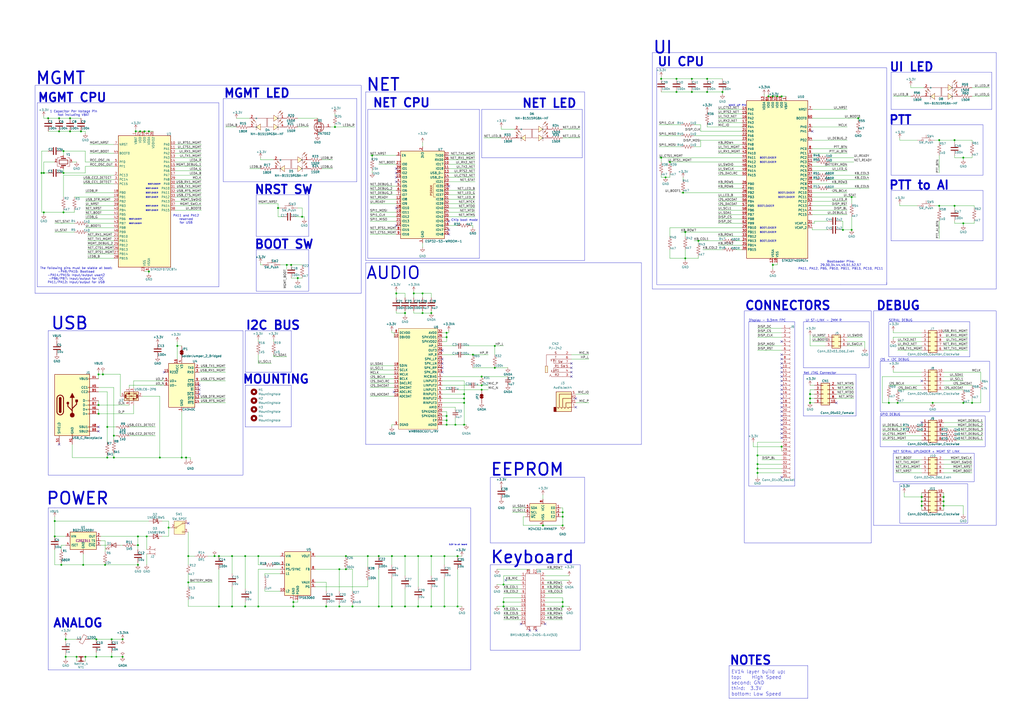
<source format=kicad_sch>
(kicad_sch (version 20250114) (generator "eeschema") (generator_version "9.0")
  (paper "A2")
  (title_block (title "EV14 FINN BERG & BRETT REGNIER") (date "2025-07-25") (company "CISCO SYSTEMS INC"))
  (lib_symbols
    (symbol "Battery_Management:BQ21040DBV"
      (property "Reference" "U" (at -7.62 6.35 0))
      (property "Value" "BQ21040DBV" (at 1.27 6.35 0))
      (symbol "BQ21040DBV_1_1"
        (pin power_in line (at -10.16 2.54 0) (length 2.54) (name "VIN") (number "6"))
        (pin input line (at -10.16 -2.54 0) (length 2.54) (name "ISET") (number "4"))
        (pin power_in line (at 0 -7.62 90) (length 2.54) (name "GND") (number "5"))
        (pin power_out line (at 10.16 2.54 180) (length 2.54) (name "OUT") (number "2"))
        (pin input line (at 10.16 0 180) (length 2.54) (name "TS") (number "1"))
        (pin open_collector line (at 10.16 -2.54 180) (length 2.54) (name "~{CHG}") (number "3"))
      )
    )
    (symbol "Connector:Conn_01x02_Socket" (pin_names (offset 1.016) (hide yes))
      (property "Reference" "J" (at 0 2.54 0))
      (property "Value" "Conn_01x02_Socket" (at 0 -5.08 0))
      (symbol "Conn_01x02_Socket_1_1"
        (pin passive line (at -5.08 0 0) (length 3.81) (name "Pin_1") (number "1"))
        (pin passive line (at -5.08 -2.54 0) (length 3.81) (name "Pin_2") (number "2"))
      )
    )
    (symbol "Connector:Conn_01x35_Socket" (pin_names (offset 1.016) (hide yes))
      (property "Reference" "J" (at 0 45.72 0))
      (property "Value" "Conn_01x35_Socket" (at 0 -45.72 0))
      (symbol "Conn_01x35_Socket_1_1"
        (pin passive line (at -5.08 43.18 0) (length 3.81) (name "Pin_1") (number "1"))
        (pin passive line (at -5.08 40.64 0) (length 3.81) (name "Pin_2") (number "2"))
        (pin passive line (at -5.08 38.1 0) (length 3.81) (name "Pin_3") (number "3"))
        (pin passive line (at -5.08 35.56 0) (length 3.81) (name "Pin_4") (number "4"))
        (pin passive line (at -5.08 33.02 0) (length 3.81) (name "Pin_5") (number "5"))
        (pin passive line (at -5.08 30.48 0) (length 3.81) (name "Pin_6") (number "6"))
        (pin passive line (at -5.08 27.94 0) (length 3.81) (name "Pin_7") (number "7"))
        (pin passive line (at -5.08 25.4 0) (length 3.81) (name "Pin_8") (number "8"))
        (pin passive line (at -5.08 22.86 0) (length 3.81) (name "Pin_9") (number "9"))
        (pin passive line (at -5.08 20.32 0) (length 3.81) (name "Pin_10") (number "10"))
        (pin passive line (at -5.08 17.78 0) (length 3.81) (name "Pin_11") (number "11"))
        (pin passive line (at -5.08 15.24 0) (length 3.81) (name "Pin_12") (number "12"))
        (pin passive line (at -5.08 12.7 0) (length 3.81) (name "Pin_13") (number "13"))
        (pin passive line (at -5.08 10.16 0) (length 3.81) (name "Pin_14") (number "14"))
        (pin passive line (at -5.08 7.62 0) (length 3.81) (name "Pin_15") (number "15"))
        (pin passive line (at -5.08 5.08 0) (length 3.81) (name "Pin_16") (number "16"))
        (pin passive line (at -5.08 2.54 0) (length 3.81) (name "Pin_17") (number "17"))
        (pin passive line (at -5.08 0 0) (length 3.81) (name "Pin_18") (number "18"))
        (pin passive line (at -5.08 -2.54 0) (length 3.81) (name "Pin_19") (number "19"))
        (pin passive line (at -5.08 -5.08 0) (length 3.81) (name "Pin_20") (number "20"))
        (pin passive line (at -5.08 -7.62 0) (length 3.81) (name "Pin_21") (number "21"))
        (pin passive line (at -5.08 -10.16 0) (length 3.81) (name "Pin_22") (number "22"))
        (pin passive line (at -5.08 -12.7 0) (length 3.81) (name "Pin_23") (number "23"))
        (pin passive line (at -5.08 -15.24 0) (length 3.81) (name "Pin_24") (number "24"))
        (pin passive line (at -5.08 -17.78 0) (length 3.81) (name "Pin_25") (number "25"))
        (pin passive line (at -5.08 -20.32 0) (length 3.81) (name "Pin_26") (number "26"))
        (pin passive line (at -5.08 -22.86 0) (length 3.81) (name "Pin_27") (number "27"))
        (pin passive line (at -5.08 -25.4 0) (length 3.81) (name "Pin_28") (number "28"))
        (pin passive line (at -5.08 -27.94 0) (length 3.81) (name "Pin_29") (number "29"))
        (pin passive line (at -5.08 -30.48 0) (length 3.81) (name "Pin_30") (number "30"))
        (pin passive line (at -5.08 -33.02 0) (length 3.81) (name "Pin_31") (number "31"))
        (pin passive line (at -5.08 -35.56 0) (length 3.81) (name "Pin_32") (number "32"))
        (pin passive line (at -5.08 -38.1 0) (length 3.81) (name "Pin_33") (number "33"))
        (pin passive line (at -5.08 -40.64 0) (length 3.81) (name "Pin_34") (number "34"))
        (pin passive line (at -5.08 -43.18 0) (length 3.81) (name "Pin_35") (number "35"))
      )
    )
    (symbol "Connector:USB_C_Receptacle_USB2.0_16P" (pin_names (offset 1.016))
      (property "Reference" "J" (at 0 22.225 0))
      (property "Value" "USB_C_Receptacle_USB2.0_16P" (at 0 19.685 0))
      (symbol "USB_C_Receptacle_USB2.0_16P_1_1"
        (pin passive line (at -7.62 -22.86 90) (length 5.08) (name "SHIELD") (number "S1"))
        (pin passive line (at 0 -22.86 90) (length 5.08) (name "GND") (number "A1"))
        (pin passive line (at 0 -22.86 90) (length 5.08) (hide yes) (name "GND") (number "A12"))
        (pin passive line (at 0 -22.86 90) (length 5.08) (hide yes) (name "GND") (number "B1"))
        (pin passive line (at 0 -22.86 90) (length 5.08) (hide yes) (name "GND") (number "B12"))
        (pin passive line (at 15.24 15.24 180) (length 5.08) (name "VBUS") (number "A4"))
        (pin passive line (at 15.24 15.24 180) (length 5.08) (hide yes) (name "VBUS") (number "A9"))
        (pin passive line (at 15.24 15.24 180) (length 5.08) (hide yes) (name "VBUS") (number "B4"))
        (pin passive line (at 15.24 15.24 180) (length 5.08) (hide yes) (name "VBUS") (number "B9"))
        (pin bidirectional line (at 15.24 10.16 180) (length 5.08) (name "CC1") (number "A5"))
        (pin bidirectional line (at 15.24 7.62 180) (length 5.08) (name "CC2") (number "B5"))
        (pin bidirectional line (at 15.24 2.54 180) (length 5.08) (name "D-") (number "A7"))
        (pin bidirectional line (at 15.24 0 180) (length 5.08) (name "D-") (number "B7"))
        (pin bidirectional line (at 15.24 -2.54 180) (length 5.08) (name "D+") (number "A6"))
        (pin bidirectional line (at 15.24 -5.08 180) (length 5.08) (name "D+") (number "B6"))
        (pin bidirectional line (at 15.24 -12.7 180) (length 5.08) (name "SBU1") (number "A8"))
        (pin bidirectional line (at 15.24 -15.24 180) (length 5.08) (name "SBU2") (number "B8"))
      )
    )
    (symbol "Connector_Audio:AudioJack4"
      (property "Reference" "J" (at 0 8.89 0))
      (property "Value" "AudioJack4" (at 0 6.35 0))
      (symbol "AudioJack4_1_1"
        (pin passive line (at 5.08 2.54 180) (length 2.54) (name "~") (number "S"))
        (pin passive line (at 5.08 0 180) (length 2.54) (name "~") (number "R2"))
        (pin passive line (at 5.08 -2.54 180) (length 2.54) (name "~") (number "R1"))
        (pin passive line (at 5.08 -5.08 180) (length 2.54) (name "~") (number "T"))
      )
    )
    (symbol "Connector_Generic:Conn_02x03_Odd_Even" (pin_names (offset 1.016) (hide yes))
      (property "Reference" "J" (at 1.27 5.08 0))
      (property "Value" "Conn_02x03_Odd_Even" (at 1.27 -5.08 0))
      (symbol "Conn_02x03_Odd_Even_1_1"
        (pin passive line (at -5.08 2.54 0) (length 3.81) (name "Pin_1") (number "1"))
        (pin passive line (at -5.08 0 0) (length 3.81) (name "Pin_3") (number "3"))
        (pin passive line (at -5.08 -2.54 0) (length 3.81) (name "Pin_5") (number "5"))
        (pin passive line (at 7.62 2.54 180) (length 3.81) (name "Pin_2") (number "2"))
        (pin passive line (at 7.62 0 180) (length 3.81) (name "Pin_4") (number "4"))
        (pin passive line (at 7.62 -2.54 180) (length 3.81) (name "Pin_6") (number "6"))
      )
    )
    (symbol "Connector_Generic:Conn_02x04_Odd_Even" (pin_names (offset 1.016) (hide yes))
      (property "Reference" "J" (at 1.27 5.08 0))
      (property "Value" "Conn_02x04_Odd_Even" (at 1.27 -7.62 0))
      (symbol "Conn_02x04_Odd_Even_1_1"
        (pin passive line (at -5.08 2.54 0) (length 3.81) (name "Pin_1") (number "1"))
        (pin passive line (at -5.08 0 0) (length 3.81) (name "Pin_3") (number "3"))
        (pin passive line (at -5.08 -2.54 0) (length 3.81) (name "Pin_5") (number "5"))
        (pin passive line (at -5.08 -5.08 0) (length 3.81) (name "Pin_7") (number "7"))
        (pin passive line (at 7.62 2.54 180) (length 3.81) (name "Pin_2") (number "2"))
        (pin passive line (at 7.62 0 180) (length 3.81) (name "Pin_4") (number "4"))
        (pin passive line (at 7.62 -2.54 180) (length 3.81) (name "Pin_6") (number "6"))
        (pin passive line (at 7.62 -5.08 180) (length 3.81) (name "Pin_8") (number "8"))
      )
    )
    (symbol "Connector_Generic:Conn_02x05_Counter_Clockwise" (pin_names (offset 1.016) (hide yes))
      (property "Reference" "J" (at 1.27 7.62 0))
      (property "Value" "Conn_02x05_Counter_Clockwise" (at 1.27 -7.62 0))
      (symbol "Conn_02x05_Counter_Clockwise_1_1"
        (pin passive line (at -5.08 5.08 0) (length 3.81) (name "Pin_1") (number "1"))
        (pin passive line (at -5.08 2.54 0) (length 3.81) (name "Pin_2") (number "2"))
        (pin passive line (at -5.08 0 0) (length 3.81) (name "Pin_3") (number "3"))
        (pin passive line (at -5.08 -2.54 0) (length 3.81) (name "Pin_4") (number "4"))
        (pin passive line (at -5.08 -5.08 0) (length 3.81) (name "Pin_5") (number "5"))
        (pin passive line (at 7.62 5.08 180) (length 3.81) (name "Pin_10") (number "10"))
        (pin passive line (at 7.62 2.54 180) (length 3.81) (name "Pin_9") (number "9"))
        (pin passive line (at 7.62 0 180) (length 3.81) (name "Pin_8") (number "8"))
        (pin passive line (at 7.62 -2.54 180) (length 3.81) (name "Pin_7") (number "7"))
        (pin passive line (at 7.62 -5.08 180) (length 3.81) (name "Pin_6") (number "6"))
      )
    )
    (symbol "Connector_Generic:Conn_02x05_Odd_Even" (pin_names (offset 1.016) (hide yes))
      (property "Reference" "J" (at 1.27 7.62 0))
      (property "Value" "Conn_02x05_Odd_Even" (at 1.27 -7.62 0))
      (symbol "Conn_02x05_Odd_Even_1_1"
        (pin passive line (at -5.08 5.08 0) (length 3.81) (name "Pin_1") (number "1"))
        (pin passive line (at -5.08 2.54 0) (length 3.81) (name "Pin_3") (number "3"))
        (pin passive line (at -5.08 0 0) (length 3.81) (name "Pin_5") (number "5"))
        (pin passive line (at -5.08 -2.54 0) (length 3.81) (name "Pin_7") (number "7"))
        (pin passive line (at -5.08 -5.08 0) (length 3.81) (name "Pin_9") (number "9"))
        (pin passive line (at 7.62 5.08 180) (length 3.81) (name "Pin_2") (number "2"))
        (pin passive line (at 7.62 2.54 180) (length 3.81) (name "Pin_4") (number "4"))
        (pin passive line (at 7.62 0 180) (length 3.81) (name "Pin_6") (number "6"))
        (pin passive line (at 7.62 -2.54 180) (length 3.81) (name "Pin_8") (number "8"))
        (pin passive line (at 7.62 -5.08 180) (length 3.81) (name "Pin_10") (number "10"))
      )
    )
    (symbol "Device:C" (pin_numbers (hide yes)) (pin_names (offset 0.254))
      (property "Reference" "C" (at 0.635 2.54 0))
      (property "Value" "C" (at 0.635 -2.54 0))
      (symbol "C_1_1"
        (pin passive line (at 0 3.81 270) (length 2.794) (name "~") (number "1"))
        (pin passive line (at 0 -3.81 90) (length 2.794) (name "~") (number "2"))
      )
    )
    (symbol "Device:C_Small" (pin_numbers (hide yes)) (pin_names (offset 0.254) (hide yes))
      (property "Reference" "C" (at 0.254 1.778 0))
      (property "Value" "C_Small" (at 0.254 -2.032 0))
      (symbol "C_Small_1_1"
        (pin passive line (at 0 2.54 270) (length 2.032) (name "~") (number "1"))
        (pin passive line (at 0 -2.54 90) (length 2.032) (name "~") (number "2"))
      )
    )
    (symbol "Device:Crystal_GND24" (pin_names (offset 1.016) (hide yes))
      (property "Reference" "Y" (at 3.175 5.08 0))
      (property "Value" "Crystal_GND24" (at 3.175 3.175 0))
      (symbol "Crystal_GND24_1_1"
        (pin passive line (at -3.81 0 0) (length 1.27) (name "1") (number "1"))
        (pin passive line (at 0 5.08 270) (length 1.27) (name "2") (number "2"))
        (pin passive line (at 0 -5.08 90) (length 1.27) (name "4") (number "4"))
        (pin passive line (at 3.81 0 180) (length 1.27) (name "3") (number "3"))
      )
    )
    (symbol "Device:D_Schottky" (pin_numbers (hide yes)) (pin_names (offset 1.016) (hide yes))
      (property "Reference" "D" (at 0 2.54 0))
      (property "Value" "D_Schottky" (at 0 -2.54 0))
      (symbol "D_Schottky_1_1"
        (pin passive line (at -3.81 0 0) (length 2.54) (name "K") (number "1"))
        (pin passive line (at 3.81 0 180) (length 2.54) (name "A") (number "2"))
      )
    )
    (symbol "Device:FerriteBead" (pin_numbers (hide yes)) (pin_names (offset 0))
      (property "Reference" "FB" (at -3.81 0.635 90))
      (property "Value" "FerriteBead" (at 3.81 0 90))
      (symbol "FerriteBead_1_1"
        (pin passive line (at 0 3.81 270) (length 2.54) (name "~") (number "1"))
        (pin passive line (at 0 -3.81 90) (length 2.54) (name "~") (number "2"))
      )
    )
    (symbol "Device:L" (pin_numbers (hide yes)) (pin_names (offset 1.016) (hide yes))
      (property "Reference" "L" (at -1.27 0 90))
      (property "Value" "L" (at 1.905 0 90))
      (symbol "L_1_1"
        (pin passive line (at 0 3.81 270) (length 1.27) (name "1") (number "1"))
        (pin passive line (at 0 -3.81 90) (length 1.27) (name "2") (number "2"))
      )
    )
    (symbol "Device:LED" (pin_numbers (hide yes)) (pin_names (offset 1.016) (hide yes))
      (property "Reference" "D" (at 0 2.54 0))
      (property "Value" "LED" (at 0 -2.54 0))
      (symbol "LED_1_1"
        (pin passive line (at -3.81 0 0) (length 2.54) (name "K") (number "1"))
        (pin passive line (at 3.81 0 180) (length 2.54) (name "A") (number "2"))
      )
    )
    (symbol "Device:NetTie_4" (pin_numbers (hide yes)) (pin_names (offset 0) (hide yes)) (in_bom no)
      (property "Reference" "NT" (at 0 1.27 0))
      (property "Value" "NetTie_4" (at 0 -3.81 0))
      (symbol "NetTie_4_1_1"
        (pin passive line (at -2.54 0 0) (length 2.54) (name "1") (number "1"))
        (pin passive line (at -2.54 -2.54 0) (length 2.54) (name "3") (number "3"))
        (pin passive line (at 2.54 0 180) (length 2.54) (name "2") (number "2"))
        (pin passive line (at 2.54 -2.54 180) (length 2.54) (name "4") (number "4"))
      )
    )
    (symbol "Device:R_Small_US" (pin_numbers (hide yes)) (pin_names (offset 0.254) (hide yes))
      (property "Reference" "R" (at 0.762 0.508 0))
      (property "Value" "R_Small_US" (at 0.762 -1.016 0))
      (symbol "R_Small_US_1_1"
        (pin passive line (at 0 2.54 270) (length 1.016) (name "~") (number "1"))
        (pin passive line (at 0 -2.54 90) (length 1.016) (name "~") (number "2"))
      )
    )
    (symbol "Device:R_US" (pin_numbers (hide yes)) (pin_names (offset 0))
      (property "Reference" "R" (at 2.54 0 90))
      (property "Value" "R_US" (at -2.54 0 90))
      (symbol "R_US_1_1"
        (pin passive line (at 0 3.81 270) (length 1.27) (name "~") (number "1"))
        (pin passive line (at 0 -3.81 90) (length 1.27) (name "~") (number "2"))
      )
    )
    (symbol "Hactar_Symbols:BM14B(0.8)-24DS-0.4V(53)"
      (property "Reference" "CN" (at 4.826 -10.16 0))
      (property "Value" "BM14B(0.8)-24DS-0.4V(53)" (at 5.08 -12.446 0))
      (symbol "BM14B(0.8)-24DS-0.4V(53)_1_1"
        (pin input line (at -2.54 29.21 0) (length 2.54) (name "") (number "1"))
        (pin output line (at -2.54 26.67 0) (length 2.54) (name "") (number "3"))
        (pin input line (at -2.54 24.13 0) (length 2.54) (name "") (number "5"))
        (pin input line (at -2.54 21.59 0) (length 2.54) (name "") (number "7"))
        (pin input line (at -2.54 19.05 0) (length 2.54) (name "") (number "9"))
        (pin input line (at -2.54 16.51 0) (length 2.54) (name "") (number "11"))
        (pin input line (at -2.54 13.97 0) (length 2.54) (name "") (number "13"))
        (pin input line (at -2.54 11.43 0) (length 2.54) (name "") (number "15"))
        (pin input line (at -2.54 8.89 0) (length 2.54) (name "") (number "17"))
        (pin input line (at -2.54 6.35 0) (length 2.54) (name "") (number "19"))
        (pin input line (at -2.54 3.81 0) (length 2.54) (name "") (number "21"))
        (pin input line (at -2.54 1.27 0) (length 2.54) (name "") (number "23"))
        (pin input line (at 2.54 33.02 270) (length 2.54) (name "") (number "28"))
        (pin input line (at 2.54 -2.54 90) (length 2.54) (name "") (number "25"))
        (pin input line (at 6.35 33.02 270) (length 2.54) (name "") (number "27"))
        (pin input line (at 6.35 -2.54 90) (length 2.54) (name "") (number "26"))
        (pin input line (at 11.43 29.21 180) (length 2.54) (name "") (number "2"))
        (pin input line (at 11.43 26.67 180) (length 2.54) (name "") (number "4"))
        (pin input line (at 11.43 24.13 180) (length 2.54) (name "") (number "6"))
        (pin input line (at 11.43 21.59 180) (length 2.54) (name "") (number "8"))
        (pin input line (at 11.43 19.05 180) (length 2.54) (name "") (number "10"))
        (pin input line (at 11.43 16.51 180) (length 2.54) (name "") (number "12"))
        (pin input line (at 11.43 13.97 180) (length 2.54) (name "") (number "14"))
        (pin input line (at 11.43 11.43 180) (length 2.54) (name "") (number "16"))
        (pin input line (at 11.43 8.89 180) (length 2.54) (name "") (number "18"))
        (pin input line (at 11.43 6.35 180) (length 2.54) (name "") (number "20"))
        (pin input line (at 11.43 3.81 180) (length 2.54) (name "") (number "22"))
        (pin input line (at 11.43 1.27 180) (length 2.54) (name "") (number "24"))
      )
    )
    (symbol "Hactar_Symbols:NH-B1515RGBA-HF"
      (property "Reference" "D**" (at 0 -2.54 0))
      (property "Value" "NH-B1515RGBA-HF" (at 0 -4.572 0))
      (symbol "NH-B1515RGBA-HF_0_1"
        (pin passive line (at -10.16 6.35 0) (length 2.54) (name "+") (number "2"))
        (pin passive line (at -10.16 1.27 0) (length 2.54) (name "-") (number "3"))
        (pin passive line (at 10.16 6.35 180) (length 2.54) (name "-") (number "1"))
        (pin passive line (at 10.16 1.27 180) (length 2.54) (name "-") (number "4"))
      )
    )
    (symbol "Hactar_Symbols:PJ-242"
      (property "Reference" "CN" (at 0 12.7 0))
      (property "Value" "PJ-242" (at 0 -10.16 0))
      (symbol "PJ-242_1_1"
        (text "S" (at -6.604 8.636 0) (effects (font (size 1.27 1.27))))
        (text "T" (at -6.604 6.096 0) (effects (font (size 1.27 1.27))))
        (text "R1" (at -5.842 -1.524 0) (effects (font (size 1.27 1.27))))
        (text "R2" (at -5.842 -4.064 0) (effects (font (size 1.27 1.27))))
        (text "T SW" (at -4.826 3.556 0) (effects (font (size 1.27 1.27))))
        (text "R1 SW" (at -4.064 1.016 0) (effects (font (size 1.27 1.27))))
        (pin passive line (at 2.54 7.62 180) (length 5.08) (name "") (number "2"))
        (pin passive line (at 2.54 5.08 180) (length 5.08) (name "") (number "6"))
        (pin passive line (at 2.54 2.54 180) (length 5.08) (name "") (number "7"))
        (pin passive line (at 2.54 0 180) (length 5.08) (name "") (number "5"))
        (pin passive line (at 2.54 -2.54 180) (length 5.08) (name "") (number "4"))
        (pin passive line (at 2.54 -5.08 180) (length 5.08) (name "") (number "3"))
      )
    )
    (symbol "Hactar_Symbols:WM8960CGEFL/RV"
      (property "Reference" "U" (at 11.684 -2.286 0))
      (property "Value" "WM8960CGEFL/RV" (at 11.938 -4.318 0))
      (symbol "WM8960CGEFL/RV_1_1"
        (pin power_in line (at -2.54 55.88 0) (length 2.54) (name "DCVDD") (number "8"))
        (pin power_in line (at -2.54 53.34 0) (length 2.54) (name "DBVDD") (number "10"))
        (pin input line (at -2.54 36.83 0) (length 2.54) (name "SDIN") (number "18"))
        (pin input line (at -2.54 34.29 0) (length 2.54) (name "SCLK") (number "17"))
        (pin input line (at -2.54 31.75 0) (length 2.54) (name "MCLK") (number "11"))
        (pin input line (at -2.54 29.21 0) (length 2.54) (name "BCLK") (number "12"))
        (pin input line (at -2.54 26.67 0) (length 2.54) (name "DACLRC") (number "13"))
        (pin input line (at -2.54 24.13 0) (length 2.54) (name "DACDAT") (number "14"))
        (pin input line (at -2.54 21.59 0) (length 2.54) (name "ADCLRC") (number "15"))
        (pin input line (at -2.54 19.05 0) (length 2.54) (name "ADCDAT") (number "16"))
        (pin power_in line (at -2.54 2.54 0) (length 2.54) (name "DGND") (number "9"))
        (pin power_in line (at 25.4 55.88 180) (length 2.54) (name "AVDD") (number "32"))
        (pin power_in line (at 25.4 53.34 180) (length 2.54) (name "SPKVDD1") (number "26"))
        (pin power_in line (at 25.4 50.8 180) (length 2.54) (name "SPKVDD2") (number "21"))
        (pin input line (at 25.4 48.26 180) (length 2.54) (name "HP_L") (number "31"))
        (pin input line (at 25.4 45.72 180) (length 2.54) (name "OUT3") (number "30"))
        (pin input line (at 25.4 43.18 180) (length 2.54) (name "HP_R") (number "29"))
        (pin input line (at 25.4 40.64 180) (length 2.54) (name "SPK_LP") (number "25"))
        (pin input line (at 25.4 38.1 180) (length 2.54) (name "SPK_LN") (number "23"))
        (pin input line (at 25.4 35.56 180) (length 2.54) (name "SPK_RP") (number "22"))
        (pin input line (at 25.4 33.02 180) (length 2.54) (name "SPK_RN") (number "19"))
        (pin input line (at 25.4 30.48 180) (length 2.54) (name "MICBIAS") (number "1"))
        (pin input line (at 25.4 27.94 180) (length 2.54) (name "LINPUT3") (number "2"))
        (pin input line (at 25.4 25.4 180) (length 2.54) (name "LINPUT2") (number "3"))
        (pin input line (at 25.4 22.86 180) (length 2.54) (name "LINPUT1") (number "4"))
        (pin input line (at 25.4 20.32 180) (length 2.54) (name "RINPUT1") (number "5"))
        (pin input line (at 25.4 17.78 180) (length 2.54) (name "RINPUT2") (number "6"))
        (pin input line (at 25.4 15.24 180) (length 2.54) (name "RINPUT3") (number "7"))
        (pin input line (at 25.4 12.7 180) (length 2.54) (name "AMID") (number "27"))
        (pin power_in line (at 25.4 10.16 180) (length 2.54) (name "SPKGND2") (number "20"))
        (pin power_in line (at 25.4 7.62 180) (length 2.54) (name "SPKGND1") (number "24"))
        (pin power_in line (at 25.4 5.08 180) (length 2.54) (name "EP") (number "33"))
        (pin power_in line (at 25.4 2.54 180) (length 2.54) (name "AGND") (number "28"))
      )
    )
    (symbol "Interface_USB:CH340C"
      (property "Reference" "U" (at -5.08 13.97 0))
      (property "Value" "CH340C" (at 1.27 13.97 0))
      (symbol "CH340C_1_1"
        (pin input line (at -10.16 7.62 0) (length 2.54) (name "R232") (number "15"))
        (pin bidirectional line (at -10.16 2.54 0) (length 2.54) (name "UD+") (number "5"))
        (pin bidirectional line (at -10.16 0 0) (length 2.54) (name "UD-") (number "6"))
        (pin no_connect line (at -7.62 -5.08 0) (length 2.54) (hide yes) (name "NC") (number "7"))
        (pin no_connect line (at -7.62 -7.62 0) (length 2.54) (hide yes) (name "NC") (number "8"))
        (pin power_in line (at -2.54 15.24 270) (length 2.54) (name "VCC") (number "16"))
        (pin power_out line (at 0 15.24 270) (length 2.54) (name "V3") (number "4"))
        (pin power_in line (at 0 -15.24 90) (length 2.54) (name "GND") (number "1"))
        (pin output line (at 10.16 10.16 180) (length 2.54) (name "TXD") (number "2"))
        (pin input line (at 10.16 7.62 180) (length 2.54) (name "RXD") (number "3"))
        (pin input line (at 10.16 2.54 180) (length 2.54) (name "~{CTS}") (number "9"))
        (pin input line (at 10.16 0 180) (length 2.54) (name "~{DSR}") (number "10"))
        (pin input line (at 10.16 -2.54 180) (length 2.54) (name "~{RI}") (number "11"))
        (pin input line (at 10.16 -5.08 180) (length 2.54) (name "~{DCD}") (number "12"))
        (pin output line (at 10.16 -7.62 180) (length 2.54) (name "~{DTR}") (number "13"))
        (pin output line (at 10.16 -10.16 180) (length 2.54) (name "~{RTS}") (number "14"))
      )
    )
    (symbol "Jumper:SolderJumper_2_Bridged" (pin_numbers (hide yes)) (pin_names (offset 0) (hide yes)) (exclude_from_sim yes) (in_bom no)
      (property "Reference" "JP" (at 0 2.032 0))
      (property "Value" "SolderJumper_2_Bridged" (at 0 -2.54 0))
      (symbol "SolderJumper_2_Bridged_1_1"
        (pin passive line (at -3.81 0 0) (length 2.54) (name "A") (number "1"))
        (pin passive line (at 3.81 0 180) (length 2.54) (name "B") (number "2"))
      )
    )
    (symbol "MCU_ST_STM32F0:STM32F072C8Tx"
      (property "Reference" "U" (at -15.24 39.37 0))
      (property "Value" "STM32F072C8Tx" (at 7.62 39.37 0))
      (symbol "STM32F072C8Tx_1_1"
        (pin input line (at -17.78 33.02 0) (length 2.54) (name "NRST") (number "7"))
        (pin input line (at -17.78 27.94 0) (length 2.54) (name "BOOT0") (number "44"))
        (pin bidirectional line (at -17.78 22.86 0) (length 2.54) (name "PF0") (number "5"))
        (pin bidirectional line (at -17.78 20.32 0) (length 2.54) (name "PF1") (number "6"))
        (pin bidirectional line (at -17.78 15.24 0) (length 2.54) (name "PC13") (number "2"))
        (pin bidirectional line (at -17.78 12.7 0) (length 2.54) (name "PC14") (number "3"))
        (pin bidirectional line (at -17.78 10.16 0) (length 2.54) (name "PC15") (number "4"))
        (pin bidirectional line (at -17.78 5.08 0) (length 2.54) (name "PB0") (number "18"))
        (pin bidirectional line (at -17.78 2.54 0) (length 2.54) (name "PB1") (number "19"))
        (pin bidirectional line (at -17.78 0 0) (length 2.54) (name "PB2") (number "20"))
        (pin bidirectional line (at -17.78 -2.54 0) (length 2.54) (name "PB3") (number "39"))
        (pin bidirectional line (at -17.78 -5.08 0) (length 2.54) (name "PB4") (number "40"))
        (pin bidirectional line (at -17.78 -7.62 0) (length 2.54) (name "PB5") (number "41"))
        (pin bidirectional line (at -17.78 -10.16 0) (length 2.54) (name "PB6") (number "42"))
        (pin bidirectional line (at -17.78 -12.7 0) (length 2.54) (name "PB7") (number "43"))
        (pin bidirectional line (at -17.78 -15.24 0) (length 2.54) (name "PB8") (number "45"))
        (pin bidirectional line (at -17.78 -17.78 0) (length 2.54) (name "PB9") (number "46"))
        (pin bidirectional line (at -17.78 -20.32 0) (length 2.54) (name "PB10") (number "21"))
        (pin bidirectional line (at -17.78 -22.86 0) (length 2.54) (name "PB11") (number "22"))
        (pin bidirectional line (at -17.78 -25.4 0) (length 2.54) (name "PB12") (number "25"))
        (pin bidirectional line (at -17.78 -27.94 0) (length 2.54) (name "PB13") (number "26"))
        (pin bidirectional line (at -17.78 -30.48 0) (length 2.54) (name "PB14") (number "27"))
        (pin bidirectional line (at -17.78 -33.02 0) (length 2.54) (name "PB15") (number "28"))
        (pin power_in line (at -5.08 40.64 270) (length 2.54) (name "VBAT") (number "1"))
        (pin power_in line (at -2.54 40.64 270) (length 2.54) (name "VDD") (number "24"))
        (pin power_in line (at 0 40.64 270) (length 2.54) (name "VDD") (number "48"))
        (pin power_in line (at 0 -40.64 90) (length 2.54) (name "VSS") (number "23"))
        (pin passive line (at 0 -40.64 90) (length 2.54) (hide yes) (name "VSS") (number "35"))
        (pin passive line (at 0 -40.64 90) (length 2.54) (hide yes) (name "VSS") (number "47"))
        (pin power_in line (at 2.54 40.64 270) (length 2.54) (name "VDDA") (number "9"))
        (pin power_in line (at 2.54 -40.64 90) (length 2.54) (name "VSSA") (number "8"))
        (pin power_in line (at 5.08 40.64 270) (length 2.54) (name "VDDIO2") (number "36"))
        (pin bidirectional line (at 17.78 33.02 180) (length 2.54) (name "PA0") (number "10"))
        (pin bidirectional line (at 17.78 30.48 180) (length 2.54) (name "PA1") (number "11"))
        (pin bidirectional line (at 17.78 27.94 180) (length 2.54) (name "PA2") (number "12"))
        (pin bidirectional line (at 17.78 25.4 180) (length 2.54) (name "PA3") (number "13"))
        (pin bidirectional line (at 17.78 22.86 180) (length 2.54) (name "PA4") (number "14"))
        (pin bidirectional line (at 17.78 20.32 180) (length 2.54) (name "PA5") (number "15"))
        (pin bidirectional line (at 17.78 17.78 180) (length 2.54) (name "PA6") (number "16"))
        (pin bidirectional line (at 17.78 15.24 180) (length 2.54) (name "PA7") (number "17"))
        (pin bidirectional line (at 17.78 12.7 180) (length 2.54) (name "PA8") (number "29"))
        (pin bidirectional line (at 17.78 10.16 180) (length 2.54) (name "PA9") (number "30"))
        (pin bidirectional line (at 17.78 7.62 180) (length 2.54) (name "PA10") (number "31"))
        (pin bidirectional line (at 17.78 5.08 180) (length 2.54) (name "PA11") (number "32"))
        (pin bidirectional line (at 17.78 2.54 180) (length 2.54) (name "PA12") (number "33"))
        (pin bidirectional line (at 17.78 0 180) (length 2.54) (name "PA13") (number "34"))
        (pin bidirectional line (at 17.78 -2.54 180) (length 2.54) (name "PA14") (number "37"))
        (pin bidirectional line (at 17.78 -5.08 180) (length 2.54) (name "PA15") (number "38"))
      )
    )
    (symbol "MCU_ST_STM32F4:STM32F405RGTx"
      (property "Reference" "U" (at -17.78 46.99 0))
      (property "Value" "STM32F405RGTx" (at 10.16 46.99 0))
      (symbol "STM32F405RGTx_1_1"
        (pin input line (at -20.32 40.64 0) (length 2.54) (name "NRST") (number "7"))
        (pin input line (at -20.32 35.56 0) (length 2.54) (name "BOOT0") (number "60"))
        (pin bidirectional line (at -20.32 30.48 0) (length 2.54) (name "PH0") (number "5"))
        (pin bidirectional line (at -20.32 27.94 0) (length 2.54) (name "PH1") (number "6"))
        (pin bidirectional line (at -20.32 22.86 0) (length 2.54) (name "PD2") (number "54"))
        (pin bidirectional line (at -20.32 17.78 0) (length 2.54) (name "PC0") (number "8"))
        (pin bidirectional line (at -20.32 15.24 0) (length 2.54) (name "PC1") (number "9"))
        (pin bidirectional line (at -20.32 12.7 0) (length 2.54) (name "PC2") (number "10"))
        (pin bidirectional line (at -20.32 10.16 0) (length 2.54) (name "PC3") (number "11"))
        (pin bidirectional line (at -20.32 7.62 0) (length 2.54) (name "PC4") (number "24"))
        (pin bidirectional line (at -20.32 5.08 0) (length 2.54) (name "PC5") (number "25"))
        (pin bidirectional line (at -20.32 2.54 0) (length 2.54) (name "PC6") (number "37"))
        (pin bidirectional line (at -20.32 0 0) (length 2.54) (name "PC7") (number "38"))
        (pin bidirectional line (at -20.32 -2.54 0) (length 2.54) (name "PC8") (number "39"))
        (pin bidirectional line (at -20.32 -5.08 0) (length 2.54) (name "PC9") (number "40"))
        (pin bidirectional line (at -20.32 -7.62 0) (length 2.54) (name "PC10") (number "51"))
        (pin bidirectional line (at -20.32 -10.16 0) (length 2.54) (name "PC11") (number "52"))
        (pin bidirectional line (at -20.32 -12.7 0) (length 2.54) (name "PC12") (number "53"))
        (pin bidirectional line (at -20.32 -15.24 0) (length 2.54) (name "PC13") (number "2"))
        (pin bidirectional line (at -20.32 -17.78 0) (length 2.54) (name "PC14") (number "3"))
        (pin bidirectional line (at -20.32 -20.32 0) (length 2.54) (name "PC15") (number "4"))
        (pin power_out line (at -20.32 -25.4 0) (length 2.54) (name "VCAP_1") (number "31"))
        (pin power_out line (at -20.32 -27.94 0) (length 2.54) (name "VCAP_2") (number "47"))
        (pin power_in line (at -5.08 48.26 270) (length 2.54) (name "VBAT") (number "1"))
        (pin power_in line (at -2.54 48.26 270) (length 2.54) (name "VDD") (number "19"))
        (pin power_in line (at 0 48.26 270) (length 2.54) (name "VDD") (number "32"))
        (pin power_in line (at 0 -48.26 90) (length 2.54) (name "VSS") (number "18"))
        (pin passive line (at 0 -48.26 90) (length 2.54) (hide yes) (name "VSS") (number "63"))
        (pin power_in line (at 2.54 48.26 270) (length 2.54) (name "VDD") (number "48"))
        (pin power_in line (at 2.54 -48.26 90) (length 2.54) (name "VSSA") (number "12"))
        (pin power_in line (at 5.08 48.26 270) (length 2.54) (name "VDD") (number "64"))
        (pin power_in line (at 7.62 48.26 270) (length 2.54) (name "VDDA") (number "13"))
        (pin bidirectional line (at 20.32 40.64 180) (length 2.54) (name "PA0") (number "14"))
        (pin bidirectional line (at 20.32 38.1 180) (length 2.54) (name "PA1") (number "15"))
        (pin bidirectional line (at 20.32 35.56 180) (length 2.54) (name "PA2") (number "16"))
        (pin bidirectional line (at 20.32 33.02 180) (length 2.54) (name "PA3") (number "17"))
        (pin bidirectional line (at 20.32 30.48 180) (length 2.54) (name "PA4") (number "20"))
        (pin bidirectional line (at 20.32 27.94 180) (length 2.54) (name "PA5") (number "21"))
        (pin bidirectional line (at 20.32 25.4 180) (length 2.54) (name "PA6") (number "22"))
        (pin bidirectional line (at 20.32 22.86 180) (length 2.54) (name "PA7") (number "23"))
        (pin bidirectional line (at 20.32 20.32 180) (length 2.54) (name "PA8") (number "41"))
        (pin bidirectional line (at 20.32 17.78 180) (length 2.54) (name "PA9") (number "42"))
        (pin bidirectional line (at 20.32 15.24 180) (length 2.54) (name "PA10") (number "43"))
        (pin bidirectional line (at 20.32 12.7 180) (length 2.54) (name "PA11") (number "44"))
        (pin bidirectional line (at 20.32 10.16 180) (length 2.54) (name "PA12") (number "45"))
        (pin bidirectional line (at 20.32 7.62 180) (length 2.54) (name "PA13") (number "46"))
        (pin bidirectional line (at 20.32 5.08 180) (length 2.54) (name "PA14") (number "49"))
        (pin bidirectional line (at 20.32 2.54 180) (length 2.54) (name "PA15") (number "50"))
        (pin bidirectional line (at 20.32 -2.54 180) (length 2.54) (name "PB0") (number "26"))
        (pin bidirectional line (at 20.32 -5.08 180) (length 2.54) (name "PB1") (number "27"))
        (pin bidirectional line (at 20.32 -7.62 180) (length 2.54) (name "PB2") (number "28"))
        (pin bidirectional line (at 20.32 -10.16 180) (length 2.54) (name "PB3") (number "55"))
        (pin bidirectional line (at 20.32 -12.7 180) (length 2.54) (name "PB4") (number "56"))
        (pin bidirectional line (at 20.32 -15.24 180) (length 2.54) (name "PB5") (number "57"))
        (pin bidirectional line (at 20.32 -17.78 180) (length 2.54) (name "PB6") (number "58"))
        (pin bidirectional line (at 20.32 -20.32 180) (length 2.54) (name "PB7") (number "59"))
        (pin bidirectional line (at 20.32 -22.86 180) (length 2.54) (name "PB8") (number "61"))
        (pin bidirectional line (at 20.32 -25.4 180) (length 2.54) (name "PB9") (number "62"))
        (pin bidirectional line (at 20.32 -27.94 180) (length 2.54) (name "PB10") (number "29"))
        (pin bidirectional line (at 20.32 -30.48 180) (length 2.54) (name "PB11") (number "30"))
        (pin bidirectional line (at 20.32 -33.02 180) (length 2.54) (name "PB12") (number "33"))
        (pin bidirectional line (at 20.32 -35.56 180) (length 2.54) (name "PB13") (number "34"))
        (pin bidirectional line (at 20.32 -38.1 180) (length 2.54) (name "PB14") (number "35"))
        (pin bidirectional line (at 20.32 -40.64 180) (length 2.54) (name "PB15") (number "36"))
      )
    )
    (symbol "Mechanical:MountingHole" (pin_names (offset 1.016)) (in_bom no)
      (property "Reference" "H" (at 0 5.08 0))
      (property "Value" "MountingHole" (at 0 3.175 0))
    )
    (symbol "Memory_EEPROM:M24C02-RMN"
      (property "Reference" "U" (at -6.35 6.35 0))
      (property "Value" "M24C02-RMN" (at 7.62 6.35 0))
      (symbol "M24C02-RMN_1_1"
        (pin input line (at -10.16 2.54 0) (length 2.54) (name "E0") (number "1"))
        (pin input line (at -10.16 0 0) (length 2.54) (name "E1") (number "2"))
        (pin input line (at -10.16 -2.54 0) (length 2.54) (name "E2") (number "3"))
        (pin power_in line (at 0 7.62 270) (length 2.54) (name "VCC") (number "8"))
        (pin power_in line (at 0 -7.62 90) (length 2.54) (name "VSS") (number "4"))
        (pin bidirectional line (at 10.16 2.54 180) (length 2.54) (name "SDA") (number "5"))
        (pin input line (at 10.16 0 180) (length 2.54) (name "SCL") (number "6"))
        (pin input line (at 10.16 -2.54 180) (length 2.54) (name "~{WC}") (number "7"))
      )
    )
    (symbol "NH-B1515RGBA-HF_1"
      (property "Reference" "D**" (at 0 -2.54 0))
      (property "Value" "NH-B1515RGBA-HF" (at 0 -4.572 0))
      (symbol "NH-B1515RGBA-HF_1_0_1"
        (pin passive line (at -10.16 6.35 0) (length 2.54) (name "+") (number "2"))
        (pin passive line (at -10.16 1.27 0) (length 2.54) (name "-") (number "3"))
        (pin passive line (at 10.16 6.35 180) (length 2.54) (name "-") (number "1"))
        (pin passive line (at 10.16 1.27 180) (length 2.54) (name "-") (number "4"))
      )
    )
    (symbol "NH-B1515RGBA-HF_2"
      (property "Reference" "D**" (at 0 -2.54 0))
      (property "Value" "NH-B1515RGBA-HF" (at 0 -4.572 0))
      (symbol "NH-B1515RGBA-HF_2_0_1"
        (pin passive line (at -10.16 6.35 0) (length 2.54) (name "+") (number "2"))
        (pin passive line (at -10.16 1.27 0) (length 2.54) (name "-") (number "3"))
        (pin passive line (at 10.16 6.35 180) (length 2.54) (name "-") (number "1"))
        (pin passive line (at 10.16 1.27 180) (length 2.54) (name "-") (number "4"))
      )
    )
    (symbol "NH-B1515RGBA-HF_3"
      (property "Reference" "D**" (at 0 -2.54 0))
      (property "Value" "NH-B1515RGBA-HF" (at 0 -4.572 0))
      (symbol "NH-B1515RGBA-HF_3_0_1"
        (pin passive line (at -10.16 6.35 0) (length 2.54) (name "+") (number "2"))
        (pin passive line (at -10.16 1.27 0) (length 2.54) (name "-") (number "3"))
        (pin passive line (at 10.16 6.35 180) (length 2.54) (name "-") (number "1"))
        (pin passive line (at 10.16 1.27 180) (length 2.54) (name "-") (number "4"))
      )
    )
    (symbol "Power_Protection:USBLC6-2P6" (pin_names (hide yes))
      (property "Reference" "U" (at 0.635 5.715 0))
      (property "Value" "USBLC6-2P6" (at 0.635 3.81 0))
      (symbol "USBLC6-2P6_1_1"
        (pin passive line (at -5.08 0 0) (length 2.54) (name "I/O1") (number "1"))
        (pin passive line (at -5.08 -2.54 0) (length 2.54) (name "I/O2") (number "3"))
        (pin passive line (at 0 5.08 270) (length 2.54) (name "VBUS") (number "5"))
        (pin passive line (at 0 -7.62 90) (length 2.54) (name "GND") (number "2"))
        (pin passive line (at 5.08 0 180) (length 2.54) (name "I/O1") (number "6"))
        (pin passive line (at 5.08 -2.54 180) (length 2.54) (name "I/O2") (number "4"))
      )
    )
    (symbol "RF_Module:ESP32-S3-WROOM-1"
      (property "Reference" "U" (at -12.7 26.67 0))
      (property "Value" "ESP32-S3-WROOM-1" (at 12.7 26.67 0))
      (symbol "ESP32-S3-WROOM-1_0_0"
        (text "PSRAM" (at 5.08 2.54 900) (effects (font (size 1.27 1.27))))
      )
      (symbol "ESP32-S3-WROOM-1_1_1"
        (pin input line (at -15.24 22.86 0) (length 2.54) (name "EN") (number "3"))
        (pin bidirectional line (at -15.24 17.78 0) (length 2.54) (name "IO0") (number "27"))
        (pin bidirectional line (at -15.24 15.24 0) (length 2.54) (name "IO1") (number "39"))
        (pin bidirectional line (at -15.24 12.7 0) (length 2.54) (name "IO2") (number "38"))
        (pin bidirectional line (at -15.24 10.16 0) (length 2.54) (name "IO3") (number "15"))
        (pin bidirectional line (at -15.24 7.62 0) (length 2.54) (name "IO4") (number "4"))
        (pin bidirectional line (at -15.24 5.08 0) (length 2.54) (name "IO5") (number "5"))
        (pin bidirectional line (at -15.24 2.54 0) (length 2.54) (name "IO6") (number "6"))
        (pin bidirectional line (at -15.24 0 0) (length 2.54) (name "IO7") (number "7"))
        (pin bidirectional line (at -15.24 -2.54 0) (length 2.54) (name "IO8") (number "12"))
        (pin bidirectional line (at -15.24 -5.08 0) (length 2.54) (name "IO9") (number "17"))
        (pin bidirectional line (at -15.24 -7.62 0) (length 2.54) (name "IO10") (number "18"))
        (pin bidirectional line (at -15.24 -10.16 0) (length 2.54) (name "IO11") (number "19"))
        (pin bidirectional line (at -15.24 -12.7 0) (length 2.54) (name "IO12") (number "20"))
        (pin bidirectional line (at -15.24 -15.24 0) (length 2.54) (name "IO13") (number "21"))
        (pin bidirectional line (at -15.24 -17.78 0) (length 2.54) (name "IO14") (number "22"))
        (pin bidirectional line (at -15.24 -20.32 0) (length 2.54) (name "IO15") (number "8"))
        (pin bidirectional line (at -15.24 -22.86 0) (length 2.54) (name "IO16") (number "9"))
        (pin power_in line (at 0 27.94 270) (length 2.54) (name "3V3") (number "2"))
        (pin power_in line (at 0 -27.94 90) (length 2.54) (name "GND") (number "1"))
        (pin passive line (at 0 -27.94 90) (length 2.54) (hide yes) (name "GND") (number "40"))
        (pin passive line (at 0 -27.94 90) (length 2.54) (hide yes) (name "GND") (number "41"))
        (pin bidirectional line (at 15.24 22.86 180) (length 2.54) (name "TXD0") (number "37"))
        (pin bidirectional line (at 15.24 20.32 180) (length 2.54) (name "RXD0") (number "36"))
        (pin bidirectional line (at 15.24 17.78 180) (length 2.54) (name "IO17") (number "10"))
        (pin bidirectional line (at 15.24 15.24 180) (length 2.54) (name "IO18") (number "11"))
        (pin bidirectional line (at 15.24 12.7 180) (length 2.54) (name "USB_D-") (number "13"))
        (pin bidirectional line (at 15.24 10.16 180) (length 2.54) (name "USB_D+") (number "14"))
        (pin bidirectional line (at 15.24 7.62 180) (length 2.54) (name "IO21") (number "23"))
        (pin bidirectional line (at 15.24 5.08 180) (length 2.54) (name "IO35") (number "28"))
        (pin bidirectional line (at 15.24 2.54 180) (length 2.54) (name "IO36") (number "29"))
        (pin bidirectional line (at 15.24 0 180) (length 2.54) (name "IO37") (number "30"))
        (pin bidirectional line (at 15.24 -2.54 180) (length 2.54) (name "IO38") (number "31"))
        (pin bidirectional line (at 15.24 -5.08 180) (length 2.54) (name "IO39") (number "32"))
        (pin bidirectional line (at 15.24 -7.62 180) (length 2.54) (name "IO40") (number "33"))
        (pin bidirectional line (at 15.24 -10.16 180) (length 2.54) (name "IO41") (number "34"))
        (pin bidirectional line (at 15.24 -12.7 180) (length 2.54) (name "IO42") (number "35"))
        (pin bidirectional line (at 15.24 -15.24 180) (length 2.54) (name "IO45") (number "26"))
        (pin bidirectional line (at 15.24 -17.78 180) (length 2.54) (name "IO46") (number "16"))
        (pin bidirectional line (at 15.24 -20.32 180) (length 2.54) (name "IO47") (number "24"))
        (pin bidirectional line (at 15.24 -22.86 180) (length 2.54) (name "IO48") (number "25"))
      )
    )
    (symbol "Regulator_Switching:TPS63060"
      (property "Reference" "U" (at -7.62 13.97 0))
      (property "Value" "TPS63060" (at 2.54 13.97 0))
      (symbol "TPS63060_1_1"
        (pin power_in line (at -10.16 10.16 0) (length 2.54) (name "VIN") (number "2"))
        (pin input line (at -10.16 5.08 0) (length 2.54) (name "EN") (number "3"))
        (pin input line (at -10.16 2.54 0) (length 2.54) (name "PS/SYNC") (number "4"))
        (pin input line (at -10.16 0 0) (length 2.54) (name "L1") (number "1"))
        (pin input line (at -10.16 -10.16 0) (length 2.54) (name "L2") (number "10"))
        (pin power_in line (at -2.54 -15.24 90) (length 2.54) (name "GND") (number "7"))
        (pin power_in line (at 0 -15.24 90) (length 2.54) (name "PGND") (number "11"))
        (pin power_out line (at 10.16 10.16 180) (length 2.54) (name "VOUT") (number "9"))
        (pin input line (at 10.16 2.54 180) (length 2.54) (name "FB") (number "8"))
        (pin passive line (at 10.16 -5.08 180) (length 2.54) (name "VAUX") (number "6"))
        (pin output line (at 10.16 -7.62 180) (length 2.54) (name "PG") (number "5"))
      )
    )
    (symbol "SolderJumper_2_Bridged_1" (pin_numbers (hide yes)) (pin_names (offset 0) (hide yes)) (in_bom no)
      (property "Reference" "JP" (at 0 2.032 0))
      (property "Value" "SolderJumper_2_Bridged" (at 0 -2.54 0))
      (symbol "SolderJumper_2_Bridged_1_1_1"
        (pin passive line (at -3.81 0 0) (length 2.54) (name "A") (number "1"))
        (pin passive line (at 3.81 0 180) (length 2.54) (name "B") (number "2"))
      )
    )
    (symbol "Switch:SW_Push" (pin_numbers (hide yes)) (pin_names (offset 1.016) (hide yes))
      (property "Reference" "SW" (at 1.27 2.54 0))
      (property "Value" "SW_Push" (at 0 -1.524 0))
      (symbol "SW_Push_0_1"
        (pin passive line (at -5.08 0 0) (length 2.54) (name "1") (number "1"))
        (pin passive line (at 5.08 0 180) (length 2.54) (name "2") (number "2"))
      )
    )
    (symbol "Switch:SW_SPDT" (pin_names (offset 0) (hide yes))
      (property "Reference" "SW" (at 0 5.08 0))
      (property "Value" "SW_SPDT" (at 0 -5.08 0))
      (symbol "SW_SPDT_1_1"
        (pin passive line (at -5.08 0 0) (length 2.54) (name "B") (number "2"))
        (pin passive line (at 5.08 2.54 180) (length 2.54) (name "A") (number "1"))
        (pin passive line (at 5.08 -2.54 180) (length 2.54) (name "C") (number "3"))
      )
    )
    (symbol "Transistor_FET:2N7002" (pin_names (offset 0) (hide yes))
      (property "Reference" "Q" (at 5.08 1.905 0))
      (property "Value" "2N7002" (at 5.08 0 0))
      (symbol "2N7002_1_1"
        (pin input line (at -5.08 0 0) (length 2.54) (name "G") (number "1"))
        (pin passive line (at 2.54 5.08 270) (length 2.54) (name "D") (number "3"))
        (pin passive line (at 2.54 -5.08 90) (length 2.54) (name "S") (number "2"))
      )
    )
    (symbol "power:+3.3V" (power) (pin_numbers (hide yes)) (pin_names (offset 0) (hide yes))
      (property "Value" "+3.3V" (at 0 3.556 0))
      (symbol "+3.3V_1_1"
        (pin power_in line (at 0 0 90) (length 0) (name "~") (number "1"))
      )
    )
    (symbol "power:+3.3VA" (power) (pin_numbers (hide yes)) (pin_names (offset 0) (hide yes))
      (property "Value" "+3.3VA" (at 0 3.556 0))
      (symbol "+3.3VA_1_1"
        (pin power_in line (at 0 0 90) (length 0) (name "~") (number "1"))
      )
    )
    (symbol "power:GND" (power) (pin_numbers (hide yes)) (pin_names (offset 0) (hide yes))
      (property "Value" "GND" (at 0 -3.81 0))
      (symbol "GND_1_1"
        (pin power_in line (at 0 0 270) (length 0) (name "~") (number "1"))
      )
    )
    (symbol "power:GNDA" (power) (pin_numbers (hide yes)) (pin_names (offset 0) (hide yes))
      (property "Value" "GNDA" (at 0 -3.81 0))
      (symbol "GNDA_1_1"
        (pin power_in line (at 0 0 270) (length 0) (name "~") (number "1"))
      )
    )
    (symbol "power:PWR_FLAG" (power) (pin_numbers (hide yes)) (pin_names (offset 0) (hide yes))
      (property "Value" "PWR_FLAG" (at 0 3.81 0))
      (symbol "PWR_FLAG_0_0"
        (pin power_out line (at 0 0 90) (length 0) (name "~") (number "1"))
      )
    )
    (symbol "power:VBUS" (power) (pin_numbers (hide yes)) (pin_names (offset 0) (hide yes))
      (property "Value" "VBUS" (at 0 3.556 0))
      (symbol "VBUS_1_1"
        (pin power_in line (at 0 0 90) (length 0) (name "~") (number "1"))
      )
    )
  )
  (rectangle (start 431.8 180.34) (end 505.46 314.96))
  (rectangle (start 20.32 49.53) (end 209.55 170.18))
  (rectangle (start 506.73 180.34) (end 577.85 304.8))
  (rectangle (start 521.97 280.67) (end 561.34 303.53))
  (rectangle (start 518.16 262.89) (end 565.15 279.4))
  (rectangle (start 510.54 209.55) (end 574.04 238.76))
  (rectangle (start 148.59 113.03) (end 179.07 137.16))
  (rectangle (start 510.54 241.3) (end 571.5 259.08))
  (rectangle (start 212.09 152.4) (end 372.11 257.81))
  (rectangle (start 27.94 191.77) (end 140.97 275.59))
  (rectangle (start 148.59 144.78) (end 179.07 168.91))
  (rectangle (start 515.62 186.69) (end 562.61 207.01))
  (text "MGMT " (at 20.32 49.53 0) (effects (font (size 7 7) (thickness 1) (bold yes)) (justify left bottom)))
  (text "BOOTLOADER" (at 88.138 122.174 0) (effects (font (size 0.762 0.762))))
  (text "UI\n" (at 378.46 31.75 0) (effects (font (size 7 7) (thickness 1) (bold yes)) (justify left bottom)))
  (text "NET CPU" (at 215.9 62.738 0) (effects (font (size 5 5) (thickness 1) (bold yes)) (justify left bottom)))
  (text "BOOTLOADER" (at 88.138 112.014 0) (effects (font (size 0.762 0.762))))
  (text "MGMT CPU" (at 21.59 59.69 0) (effects (font (size 5 5) (thickness 1) (bold yes)) (justify left bottom)))
  (text "WAKE UP PIN" (at 427.736 61.214 0) (effects (font (size 1.016 1.016))))
  (text "BOOTLOADER" (at 445.516 134.874 0) (effects (font (size 1.016 1.016))))
  (text "PTT to AI" (at 515.366 110.49 0) (effects (font (size 5 5) (thickness 1) (bold yes)) (justify left bottom)))
  (text "BOOTLOADER" (at 456.184 112.014 0) (effects (font (size 1.016 1.016))))
  (text "BOOTLOADER" (at 88.138 119.634 0) (effects (font (size 0.762 0.762))))
  (text "NET" (at 212.09 53.34 0) (effects (font (size 7 7) (thickness 1) (bold yes)) (justify left bottom)))
  (text "POWER\n" (at 63.5 293.37 0) (effects (font (size 7 7) (thickness 1) (bold yes)) (justify right bottom)))
  (text "BOOTLOADER" (at 445.516 139.954 0) (effects (font (size 1.016 1.016))))
  (text "BOOTLOADER" (at 445.516 94.234 0) (effects (font (size 1.016 1.016))))
  (text "CONNECTORS" (at 431.8 180.34 0) (effects (font (size 5 5) (thickness 1) (bold yes)) (justify left bottom)))
  (text "MOUNTING" (at 140.462 223.012 0) (effects (font (size 5 5) (bold yes)) (justify left bottom)))
  (text "NET LED" (at 302.514 62.992 0) (effects (font (size 5 5) (thickness 1) (bold yes)) (justify left bottom)))
  (text "UI CPU" (at 381 38.862 0) (effects (font (size 5 5) (thickness 1) (bold yes)) (justify left bottom)))
  (text "Bootloader Pins:\n29,30,34,44,45,51,52,57\nPA11, PA12, PB5, PB10, PB11, PB13, PC10, PC11" (at 487.68 153.924 0) (effects (font (size 1.27 1.27))))
  (text "UI ST-LINK - 2MM R\n" (at 467.36 186.69 0) (effects (font (size 1.27 1.27)) (justify left bottom)))
  (text "BOOTLOADER" (at 88.138 109.474 0) (effects (font (size 0.762 0.762))))
  (text "Chip boot mode" (at 269.494 127.762 0) (effects (font (size 1.27 1.27))))
  (text "Net JTAG Connector" (at 466.09 217.17 0) (effects (font (size 1.27 1.27)) (justify left bottom)))
  (text "NRST SW\n" (at 147.32 113.03 0) (effects (font (size 5 5) (thickness 1) (bold yes)) (justify left bottom)))
  (text "The following pins must be stable at boot:\n-PA9/PA10: Bootload\n-PA14/PA15: Input/output usart2\n-PB6/PB7: Input/output for I2C\nPA11/PA12: Input/output for USB\n" (at 44.196 159.766 0) (effects (font (size 1.27 1.27))))
  (text "EV14 layer build up:\ntop:    High Speed\nsecond: GND\nthird:  3.3V\nbottom: Low Speed" (at 424.18 403.86 0) (effects (font (size 2 2)) (justify left bottom)))
  (text "NET SERIAL UPLOADER + MGMT ST LINK\n" (at 537.464 262.128 0) (effects (font (size 1.27 1.27))))
  (text "BOOTLOADER" (at 78.486 129.794 0) (effects (font (size 0.762 0.762))))
  (text "AUDIO\n" (at 212.09 162.56 0) (effects (font (size 7 7) (thickness 0.875)) (justify left bottom)))
  (text "BOOTLOADER" (at 89.408 106.934 0) (effects (font (size 0.762 0.762))))
  (text "PTT" (at 515.366 72.644 0) (effects (font (size 5 5) (thickness 1) (bold yes)) (justify left bottom)))
  (text "BOOT SW\n" (at 147.32 144.78 0) (effects (font (size 5 5) (thickness 1) (bold yes)) (justify left bottom)))
  (text "PA11 and PA12\nreserved\nfor USB" (at 107.95 127.254 0) (effects (font (size 1.27 1.27))))
  (text "EEPROM" (at 284.226 276.606 0) (effects (font (size 7 7) (thickness 1) (bold yes)) (justify left bottom)))
  (text "I2C BUS" (at 142.24 191.77 0) (effects (font (size 5 5) (bold yes)) (justify left bottom)))
  (text "USB" (at 29.21 191.77 0) (effects (font (size 7 7) (thickness 1) (bold yes)) (justify left bottom)))
  (text "BOOTLOADER" (at 445.516 132.334 0) (effects (font (size 1.016 1.016))))
  (text "BOOTLOADER" (at 445.516 91.694 0) (effects (font (size 1.016 1.016))))
  (text "MGMT LED\n" (at 129.54 57.15 0) (effects (font (size 5 5) (thickness 1) (bold yes)) (justify left bottom)))
  (text "3.3V to all board" (at 260.35 316.484 0) (effects (font (size 0.8 0.8)) (justify left bottom)))
  (text "DEBUG" (at 508 180.34 0) (effects (font (size 5 5) (thickness 1) (bold yes)) (justify left bottom)))
  (text "BOOTLOADER" (at 456.184 114.554 0) (effects (font (size 1.016 1.016))))
  (text "BOOTLOADER" (at 88.138 114.554 0) (effects (font (size 0.762 0.762))))
  (text "NOTES" (at 422.91 386.08 0) (effects (font (size 5 5) (thickness 1) (bold yes)) (justify left bottom)))
  (text "Keyboard" (at 284.226 327.406 0) (effects (font (size 7 7) (thickness 1) (bold yes)) (justify left bottom)))
  (text "BOOTLOADER" (at 444.246 119.634 0) (effects (font (size 1.016 1.016))))
  (text "Display - 0.3mm FPC\n" (at 434.34 186.69 0) (effects (font (size 1.27 1.27)) (justify left bottom)))
  (text "GPIO DEBUG" (at 516.382 240.538 0) (effects (font (size 1.27 1.27))))
  (text "SERIAL DEBUG" (at 522.478 185.928 0) (effects (font (size 1.27 1.27))))
  (text "BOOTLOADER" (at 78.486 127.254 0) (effects (font (size 0.762 0.762))))
  (text "1 Capacitor Per Voltage Pin\nNot including VBAT" (at 42.672 65.786 0) (effects (font (size 1.27 1.27))))
  (text "UI LED\n" (at 515.62 41.91 0) (effects (font (size 5 5) (thickness 1) (bold yes)) (justify left bottom)))
  (text "ANALOG" (at 30.48 364.49 0) (effects (font (size 5 5) (thickness 1) (bold yes)) (justify left bottom)))
  (text "I2S + I2C DEBUG" (at 518.922 208.788 0) (effects (font (size 1.27 1.27))))
  (junction (at 25.4 123.19))
  (junction (at 219.71 322.58))
  (junction (at 439.42 269.24))
  (junction (at 189.23 351.79))
  (junction (at 40.64 76.2))
  (junction (at 196.85 330.2))
  (junction (at 127 322.58))
  (junction (at 269.24 231.14))
  (junction (at 292.1 339.09))
  (junction (at 172.72 161.29))
  (junction (at 279.4 223.52))
  (junction (at 558.8 129.54))
  (junction (at 71.12 370.84))
  (junction (at 488.95 133.35))
  (junction (at 383.54 45.72))
  (junction (at 445.77 55.88))
  (junction (at 57.15 217.17))
  (junction (at 534.67 293.37))
  (junction (at 547.37 290.83))
  (junction (at 494.03 133.35))
  (junction (at 86.36 157.48))
  (junction (at 127 351.79))
  (junction (at 469.9 231.14))
  (junction (at 34.29 68.58))
  (junction (at 227.33 322.58))
  (junction (at 55.88 381))
  (junction (at 448.31 55.88))
  (junction (at 541.02 233.68))
  (junction (at 257.81 322.58))
  (junction (at 292.1 349.25))
  (junction (at 439.42 264.16))
  (junction (at 57.15 234.95))
  (junction (at 242.57 322.58))
  (junction (at 31.75 302.26))
  (junction (at 265.43 351.79))
  (junction (at 397.51 134.62))
  (junction (at 36.83 100.33))
  (junction (at 401.32 53.34))
  (junction (at 92.71 265.43))
  (junction (at 553.72 81.28))
  (junction (at 175.26 125.73))
  (junction (at 259.08 193.04))
  (junction (at 534.67 290.83))
  (junction (at 36.83 123.19))
  (junction (at 410.21 45.72))
  (junction (at 469.9 228.6))
  (junction (at 274.32 205.74))
  (junction (at 81.28 76.2))
  (junction (at 448.31 153.67))
  (junction (at 200.66 322.58))
  (junction (at 36.83 87.63))
  (junction (at 59.69 217.17))
  (junction (at 234.95 351.79))
  (junction (at 35.56 327.66))
  (junction (at 396.24 111.76))
  (junction (at 194.31 73.66))
  (junction (at 553.72 119.38))
  (junction (at 134.62 322.58))
  (junction (at 170.18 349.25))
  (junction (at 62.23 265.43))
  (junction (at 109.22 322.58))
  (junction (at 392.43 45.72))
  (junction (at 80.01 327.66))
  (junction (at 170.18 351.79))
  (junction (at 245.11 181.61))
  (junction (at 49.53 381))
  (junction (at 38.1 381))
  (junction (at 40.64 68.58))
  (junction (at 326.39 349.25))
  (junction (at 219.71 351.79))
  (junction (at 245.11 170.18))
  (junction (at 66.04 265.43))
  (junction (at 450.85 55.88))
  (junction (at 124.46 322.58))
  (junction (at 149.86 322.58))
  (junction (at 250.19 351.79))
  (junction (at 48.26 327.66))
  (junction (at 259.08 241.3))
  (junction (at 229.87 170.18))
  (junction (at 269.24 228.6))
  (junction (at 544.83 119.38))
  (junction (at 55.88 370.84))
  (junction (at 44.45 381))
  (junction (at 227.33 351.79))
  (junction (at 326.39 297.18))
  (junction (at 80.01 311.15))
  (junction (at 392.43 53.34))
  (junction (at 142.24 351.79))
  (junction (at 34.29 76.2))
  (junction (at 97.79 306.07))
  (junction (at 71.12 381))
  (junction (at 534.67 288.29))
  (junction (at 453.39 259.08))
  (junction (at 279.4 226.06))
  (junction (at 57.15 240.03))
  (junction (at 383.54 91.44))
  (junction (at 292.1 351.79))
  (junction (at 149.86 351.79))
  (junction (at 401.32 45.72))
  (junction (at 259.08 195.58))
  (junction (at 38.1 370.84))
  (junction (at 25.4 100.33))
  (junction (at 453.39 55.88))
  (junction (at 134.62 351.79))
  (junction (at 326.39 351.79))
  (junction (at 80.01 316.23))
  (junction (at 326.39 299.72))
  (junction (at 31.75 311.15))
  (junction (at 269.24 246.38))
  (junction (at 161.29 120.65))
  (junction (at 287.02 200.66))
  (junction (at 196.85 351.79))
  (junction (at 168.91 153.67))
  (junction (at 515.62 233.68))
  (junction (at 102.87 200.66))
  (junction (at 142.24 322.58))
  (junction (at 314.96 304.8))
  (junction (at 109.22 337.82))
  (junction (at 326.39 304.8))
  (junction (at 204.47 351.79))
  (junction (at 547.37 288.29))
  (junction (at 265.43 322.58))
  (junction (at 405.13 139.7))
  (junction (at 66.04 252.73))
  (junction (at 46.99 76.2))
  (junction (at 520.7 233.68))
  (junction (at 469.9 233.68))
  (junction (at 439.42 271.78))
  (junction (at 259.08 246.38))
  (junction (at 547.37 293.37))
  (junction (at 85.09 311.15))
  (junction (at 287.02 213.36))
  (junction (at 250.19 181.61))
  (junction (at 259.08 243.84))
  (junction (at 213.36 322.58))
  (junction (at 200.66 330.2))
  (junction (at 234.95 181.61))
  (junction (at 264.16 246.38))
  (junction (at 269.24 233.68))
  (junction (at 215.9 90.17))
  (junction (at 386.08 102.87))
  (junction (at 410.21 53.34))
  (junction (at 439.42 274.32))
  (junction (at 558.8 91.44))
  (junction (at 257.81 351.79))
  (junction (at 107.95 265.43))
  (junction (at 388.62 93.98))
  (junction (at 83.82 76.2))
  (junction (at 27.94 68.58))
  (junction (at 86.36 76.2))
  (junction (at 64.77 381))
  (junction (at 60.96 327.66))
  (junction (at 497.84 68.58))
  (junction (at 64.77 370.84))
  (junction (at 397.51 149.86))
  (junction (at 544.83 81.28))
  (junction (at 242.57 351.79))
  (junction (at 166.37 153.67))
  (junction (at 250.19 322.58))
  (junction (at 105.41 265.43))
  (junction (at 234.95 322.58))
  (junction (at 563.88 233.68))
  (junction (at 558.8 233.68))
  (junction (at 24.13 100.33))
  (junction (at 62.23 247.65))
  (junction (at 78.74 76.2))
  (junction (at 494.03 114.3))
  (junction (at 240.03 170.18))
  (junction (at 419.1 53.34))
  (junction (at 279.4 218.44))
  (no_connect (at 331.47 218.44))
  (no_connect (at 485.14 233.68))
  (no_connect (at 453.39 213.36))
  (no_connect (at 453.39 276.86))
  (no_connect (at 260.35 133.35))
  (no_connect (at 453.39 231.14))
  (no_connect (at 453.39 223.52))
  (no_connect (at 471.17 76.2))
  (no_connect (at 453.39 243.84))
  (no_connect (at 453.39 198.12))
  (no_connect (at 331.47 215.9))
  (no_connect (at 229.87 97.79))
  (no_connect (at 334.01 236.22))
  (no_connect (at 256.54 215.9))
  (no_connect (at 453.39 205.74))
  (no_connect (at 453.39 218.44))
  (no_connect (at 115.57 228.6))
  (no_connect (at 453.39 246.38))
  (no_connect (at 256.54 203.2))
  (no_connect (at 534.67 220.98))
  (no_connect (at 229.87 130.81))
  (no_connect (at 453.39 220.98))
  (no_connect (at 334.01 231.14))
  (no_connect (at 256.54 213.36))
  (no_connect (at 256.54 210.82))
  (no_connect (at 34.29 257.81))
  (no_connect (at 453.39 238.76))
  (no_connect (at 453.39 210.82))
  (no_connect (at 302.26 361.95))
  (no_connect (at 453.39 233.68))
  (no_connect (at 311.15 365.76))
  (no_connect (at 307.34 365.76))
  (no_connect (at 57.15 247.65))
  (no_connect (at 453.39 241.3))
  (no_connect (at 534.67 245.11))
  (no_connect (at 331.47 213.36))
  (no_connect (at 229.87 102.87))
  (no_connect (at 316.23 361.95))
  (no_connect (at 260.35 107.95))
  (no_connect (at 293.37 336.55))
  (no_connect (at 331.47 210.82))
  (no_connect (at 229.87 100.33))
  (no_connect (at 453.39 254))
  (no_connect (at 109.22 303.53))
  (no_connect (at 115.57 223.52))
  (no_connect (at 453.39 228.6))
  (no_connect (at 453.39 236.22))
  (no_connect (at 453.39 226.06))
  (no_connect (at 260.35 135.89))
  (no_connect (at 453.39 208.28))
  (no_connect (at 57.15 250.19))
  (no_connect (at 229.87 120.65))
  (no_connect (at 95.25 215.9))
  (no_connect (at 453.39 215.9))
  (no_connect (at 453.39 251.46))
  (no_connect (at 229.87 105.41))
  (no_connect (at 256.54 208.28))
  (no_connect (at 115.57 226.06))
  (no_connect (at 228.6 227.33))
  (no_connect (at 260.35 128.27))
  (no_connect (at 453.39 248.92))
  (wire (pts (xy 292.1 356.87) (xy 302.26 356.87)))
  (wire (pts (xy 288.29 330.2) (xy 307.34 330.2)))
  (wire (pts (xy 544.83 90.17) (xy 544.83 100.33)))
  (wire (pts (xy 553.72 129.54) (xy 558.8 129.54)))
  (wire (pts (xy 547.37 203.2) (xy 561.34 203.2)))
  (wire (pts (xy 228.6 193.04) (xy 228.6 195.58)))
  (wire (pts (xy 36.83 121.92) (xy 36.83 123.19)))
  (wire (pts (xy 214.63 214.63) (xy 228.6 214.63)))
  (wire (pts (xy 194.31 73.66) (xy 205.74 73.66)))
  (polyline (pts (xy 279.4 63.5) (xy 337.82 63.5)))
  (wire (pts (xy 182.88 340.36) (xy 213.36 340.36)))
  (wire (pts (xy 547.37 195.58) (xy 561.34 195.58)))
  (wire (pts (xy 481.33 104.14) (xy 504.19 104.14)))
  (polyline (pts (xy 466.09 186.69) (xy 504.19 186.69)))
  (wire (pts (xy 439.42 203.2) (xy 453.39 203.2)))
  (wire (pts (xy 74.93 224.79) (xy 74.93 223.52)))
  (wire (pts (xy 256.54 220.98) (xy 269.24 220.98)))
  (wire (pts (xy 193.04 92.71) (xy 186.69 92.71)))
  (polyline (pts (xy 516.89 139.7) (xy 516.89 110.49)))
  (wire (pts (xy 448.31 153.67) (xy 450.85 153.67)))
  (wire (pts (xy 49.53 132.08) (xy 66.04 132.08)))
  (wire (pts (xy 49.53 121.92) (xy 66.04 121.92)))
  (wire (pts (xy 326.39 297.18) (xy 326.39 299.72)))
  (wire (pts (xy 554.99 255.27) (xy 570.23 255.27)))
  (wire (pts (xy 57.15 240.03) (xy 77.47 240.03)))
  (polyline (pts (xy 466.09 213.36) (xy 466.09 186.69)))
  (polyline (pts (xy 378.46 167.64) (xy 378.46 30.48)))
  (wire (pts (xy 162.56 330.2) (xy 149.86 330.2)))
  (wire (pts (xy 405.13 148.59) (xy 405.13 149.86)))
  (wire (pts (xy 116.84 86.36) (xy 101.6 86.36)))
  (wire (pts (xy 511.81 233.68) (xy 515.62 233.68)))
  (polyline (pts (xy 466.09 241.3) (xy 466.09 217.17)))
  (wire (pts (xy 81.28 76.2) (xy 83.82 76.2)))
  (wire (pts (xy 563.88 233.68) (xy 568.96 233.68)))
  (wire (pts (xy 406.4 81.28) (xy 430.53 81.28)))
  (wire (pts (xy 48.26 106.68) (xy 66.04 106.68)))
  (polyline (pts (xy 27.94 294.64) (xy 31.75 294.64)))
  (wire (pts (xy 101.6 114.3) (xy 116.84 114.3)))
  (wire (pts (xy 137.16 68.58) (xy 144.78 68.58)))
  (wire (pts (xy 250.19 351.79) (xy 257.81 351.79)))
  (wire (pts (xy 41.91 265.43) (xy 62.23 265.43)))
  (wire (pts (xy 31.75 134.62) (xy 43.18 134.62)))
  (wire (pts (xy 116.84 83.82) (xy 101.6 83.82)))
  (wire (pts (xy 401.32 53.34) (xy 410.21 53.34)))
  (wire (pts (xy 553.72 128.27) (xy 553.72 129.54)))
  (wire (pts (xy 50.8 139.7) (xy 66.04 139.7)))
  (polyline (pts (xy 339.09 151.13) (xy 212.09 151.13)))
  (wire (pts (xy 142.24 351.79) (xy 149.86 351.79)))
  (polyline (pts (xy 142.24 247.65) (xy 168.91 247.65)))
  (wire (pts (xy 152.4 153.67) (xy 151.13 153.67)))
  (wire (pts (xy 57.15 215.9) (xy 57.15 217.17)))
  (wire (pts (xy 158.75 207.01) (xy 158.75 205.74)))
  (wire (pts (xy 521.97 81.28) (xy 521.97 80.01)))
  (wire (pts (xy 189.23 350.52) (xy 189.23 351.79)))
  (wire (pts (xy 430.53 137.16) (xy 416.56 137.16)))
  (wire (pts (xy 120.65 322.58) (xy 124.46 322.58)))
  (wire (pts (xy 256.54 243.84) (xy 259.08 243.84)))
  (wire (pts (xy 471.17 63.5) (xy 491.49 63.5)))
  (wire (pts (xy 109.22 337.82) (xy 109.22 340.36)))
  (wire (pts (xy 149.86 198.12) (xy 149.86 196.85)))
  (wire (pts (xy 66.04 224.79) (xy 66.04 252.73)))
  (wire (pts (xy 453.39 269.24) (xy 439.42 269.24)))
  (wire (pts (xy 445.77 54.61) (xy 445.77 55.88)))
  (wire (pts (xy 64.77 381) (xy 55.88 381)))
  (wire (pts (xy 151.13 91.44) (xy 151.13 92.71)))
  (wire (pts (xy 494.03 118.11) (xy 494.03 114.3)))
  (wire (pts (xy 149.86 330.2) (xy 149.86 351.79)))
  (wire (pts (xy 66.04 83.82) (xy 52.07 83.82)))
  (wire (pts (xy 471.17 106.68) (xy 491.49 106.68)))
  (wire (pts (xy 36.83 97.79) (xy 36.83 100.33)))
  (wire (pts (xy 448.31 152.4) (xy 448.31 153.67)))
  (wire (pts (xy 92.71 229.87) (xy 82.55 229.87)))
  (wire (pts (xy 257.81 351.79) (xy 265.43 351.79)))
  (wire (pts (xy 214.63 118.11) (xy 229.87 118.11)))
  (wire (pts (xy 515.62 231.14) (xy 515.62 233.68)))
  (wire (pts (xy 469.9 231.14) (xy 472.44 231.14)))
  (polyline (pts (xy 273.05 388.62) (xy 27.94 388.62)))
  (wire (pts (xy 439.42 271.78) (xy 453.39 271.78)))
  (wire (pts (xy 256.54 236.22) (xy 264.16 236.22)))
  (wire (pts (xy 158.75 207.01) (xy 166.37 207.01)))
  (wire (pts (xy 388.62 144.78) (xy 388.62 149.86)))
  (polyline (pts (xy 518.16 41.91) (xy 575.31 41.91)))
  (wire (pts (xy 149.86 210.82) (xy 157.48 210.82)))
  (wire (pts (xy 31.75 93.98) (xy 25.4 93.98)))
  (wire (pts (xy 234.95 180.34) (xy 234.95 181.61)))
  (wire (pts (xy 50.8 137.16) (xy 66.04 137.16)))
  (wire (pts (xy 41.91 93.98) (xy 44.45 93.98)))
  (wire (pts (xy 260.35 123.19) (xy 275.59 123.19)))
  (wire (pts (xy 78.74 316.23) (xy 80.01 316.23)))
  (wire (pts (xy 481.33 91.44) (xy 495.3 91.44)))
  (wire (pts (xy 518.16 215.9) (xy 518.16 214.63)))
  (wire (pts (xy 234.95 334.01) (xy 234.95 322.58)))
  (wire (pts (xy 402.59 85.09) (xy 406.4 85.09)))
  (wire (pts (xy 292.1 346.71) (xy 292.1 349.25)))
  (wire (pts (xy 50.8 149.86) (xy 66.04 149.86)))
  (wire (pts (xy 392.43 45.72) (xy 401.32 45.72)))
  (wire (pts (xy 260.35 95.25) (xy 275.59 95.25)))
  (wire (pts (xy 35.56 327.66) (xy 48.26 327.66)))
  (wire (pts (xy 80.01 311.15) (xy 80.01 316.23)))
  (wire (pts (xy 250.19 181.61) (xy 245.11 181.61)))
  (wire (pts (xy 259.08 195.58) (xy 259.08 198.12)))
  (wire (pts (xy 116.84 88.9) (xy 101.6 88.9)))
  (wire (pts (xy 547.37 266.7) (xy 563.88 266.7)))
  (wire (pts (xy 49.53 93.98) (xy 49.53 87.63)))
  (wire (pts (xy 214.63 224.79) (xy 228.6 224.79)))
  (wire (pts (xy 24.13 123.19) (xy 24.13 100.33)))
  (polyline (pts (xy 514.35 165.1) (xy 514.35 39.37)))
  (wire (pts (xy 544.83 81.28) (xy 544.83 82.55)))
  (wire (pts (xy 450.85 55.88) (xy 453.39 55.88)))
  (wire (pts (xy 182.88 330.2) (xy 196.85 330.2)))
  (wire (pts (xy 528.32 49.53) (xy 528.32 50.8)))
  (wire (pts (xy 553.72 119.38) (xy 565.15 119.38)))
  (wire (pts (xy 292.1 344.17) (xy 302.26 344.17)))
  (wire (pts (xy 55.88 370.84) (xy 52.07 370.84)))
  (polyline (pts (xy 516.89 72.39) (xy 518.16 72.39)))
  (wire (pts (xy 170.18 347.98) (xy 170.18 349.25)))
  (wire (pts (xy 416.56 63.5) (xy 430.53 63.5)))
  (wire (pts (xy 554.99 250.19) (xy 570.23 250.19)))
  (wire (pts (xy 532.13 119.38) (xy 521.97 119.38)))
  (wire (pts (xy 416.56 83.82) (xy 430.53 83.82)))
  (wire (pts (xy 469.9 228.6) (xy 469.9 231.14)))
  (wire (pts (xy 288.29 351.79) (xy 292.1 351.79)))
  (wire (pts (xy 204.47 350.52) (xy 204.47 351.79)))
  (wire (pts (xy 326.39 304.8) (xy 314.96 304.8)))
  (wire (pts (xy 149.86 351.79) (xy 170.18 351.79)))
  (wire (pts (xy 228.6 246.38) (xy 227.33 246.38)))
  (polyline (pts (xy 336.55 327.66) (xy 284.48 327.66)))
  (wire (pts (xy 219.71 95.25) (xy 229.87 95.25)))
  (wire (pts (xy 151.13 92.71) (xy 158.75 92.71)))
  (wire (pts (xy 227.33 327.66) (xy 227.33 322.58)))
  (wire (pts (xy 49.53 96.52) (xy 49.53 100.33)))
  (wire (pts (xy 27.94 87.63) (xy 24.13 87.63)))
  (wire (pts (xy 547.37 274.32) (xy 563.88 274.32)))
  (wire (pts (xy 259.08 195.58) (xy 256.54 195.58)))
  (wire (pts (xy 74.93 223.52) (xy 95.25 223.52)))
  (wire (pts (xy 49.53 116.84) (xy 66.04 116.84)))
  (wire (pts (xy 40.64 68.58) (xy 46.99 68.58)))
  (wire (pts (xy 471.17 88.9) (xy 491.49 88.9)))
  (wire (pts (xy 383.54 102.87) (xy 386.08 102.87)))
  (wire (pts (xy 101.6 111.76) (xy 116.84 111.76)))
  (wire (pts (xy 275.59 110.49) (xy 260.35 110.49)))
  (wire (pts (xy 292.1 351.79) (xy 302.26 351.79)))
  (wire (pts (xy 163.83 125.73) (xy 161.29 125.73)))
  (wire (pts (xy 229.87 170.18) (xy 229.87 172.72)))
  (wire (pts (xy 326.39 297.18) (xy 325.12 297.18)))
  (wire (pts (xy 242.57 322.58) (xy 250.19 322.58)))
  (wire (pts (xy 35.56 318.77) (xy 35.56 316.23)))
  (wire (pts (xy 547.37 290.83) (xy 547.37 293.37)))
  (wire (pts (xy 553.72 90.17) (xy 553.72 91.44)))
  (wire (pts (xy 547.37 193.04) (xy 561.34 193.04)))
  (wire (pts (xy 491.49 198.12) (xy 501.65 198.12)))
  (polyline (pts (xy 570.23 139.7) (xy 516.89 139.7)))
  (wire (pts (xy 430.53 106.68) (xy 416.56 106.68)))
  (wire (pts (xy 542.29 81.28) (xy 544.83 81.28)))
  (wire (pts (xy 515.62 233.68) (xy 520.7 233.68)))
  (wire (pts (xy 227.33 335.28) (xy 227.33 351.79)))
  (wire (pts (xy 267.97 322.58) (xy 265.43 322.58)))
  (wire (pts (xy 49.53 87.63) (xy 36.83 87.63)))
  (polyline (pts (xy 207.01 105.41) (xy 129.54 105.41)))
  (wire (pts (xy 158.75 196.85) (xy 158.75 198.12)))
  (wire (pts (xy 62.23 265.43) (xy 66.04 265.43)))
  (wire (pts (xy 182.88 322.58) (xy 200.66 322.58)))
  (wire (pts (xy 260.35 130.81) (xy 265.43 130.81)))
  (wire (pts (xy 533.4 247.65) (xy 534.67 247.65)))
  (wire (pts (xy 519.43 266.7) (xy 534.67 266.7)))
  (wire (pts (xy 388.62 132.08) (xy 430.53 132.08)))
  (polyline (pts (xy 142.24 223.52) (xy 142.24 247.65)))
  (wire (pts (xy 269.24 228.6) (xy 269.24 231.14)))
  (wire (pts (xy 80.01 326.39) (xy 80.01 327.66)))
  (polyline (pts (xy 434.34 186.69) (xy 459.74 186.69)))
  (wire (pts (xy 534.67 218.44) (xy 511.81 218.44)))
  (wire (pts (xy 471.17 116.84) (xy 491.49 116.84)))
  (wire (pts (xy 83.82 157.48) (xy 86.36 157.48)))
  (wire (pts (xy 293.37 336.55) (xy 302.26 336.55)))
  (wire (pts (xy 448.31 153.67) (xy 448.31 156.21)))
  (wire (pts (xy 62.23 227.33) (xy 62.23 247.65)))
  (polyline (pts (xy 129.54 57.15) (xy 207.01 57.15)))
  (wire (pts (xy 149.86 327.66) (xy 152.4 327.66)))
  (wire (pts (xy 314.96 287.02) (xy 314.96 289.56)))
  (wire (pts (xy 511.81 247.65) (xy 525.78 247.65)))
  (polyline (pts (xy 168.91 215.9) (xy 168.91 191.77)))
  (wire (pts (xy 234.95 170.18) (xy 234.95 172.72)))
  (polyline (pts (xy 27.94 388.62) (xy 27.94 294.64)))
  (wire (pts (xy 234.95 322.58) (xy 242.57 322.58)))
  (wire (pts (xy 469.9 228.6) (xy 472.44 228.6)))
  (wire (pts (xy 472.44 226.06) (xy 469.9 226.06)))
  (wire (pts (xy 50.8 147.32) (xy 66.04 147.32)))
  (wire (pts (xy 292.1 349.25) (xy 302.26 349.25)))
  (wire (pts (xy 406.4 72.39) (xy 406.4 76.2)))
  (wire (pts (xy 213.36 328.93) (xy 213.36 322.58)))
  (wire (pts (xy 511.81 255.27) (xy 534.67 255.27)))
  (wire (pts (xy 471.17 96.52) (xy 491.49 96.52)))
  (wire (pts (xy 326.39 294.64) (xy 325.12 294.64)))
  (wire (pts (xy 416.56 66.04) (xy 430.53 66.04)))
  (wire (pts (xy 471.17 121.92) (xy 491.49 121.92)))
  (wire (pts (xy 46.99 76.2) (xy 49.53 76.2)))
  (wire (pts (xy 240.03 170.18) (xy 245.11 170.18)))
  (wire (pts (xy 528.32 55.88) (xy 518.16 55.88)))
  (wire (pts (xy 297.18 294.64) (xy 304.8 294.64)))
  (wire (pts (xy 430.53 129.54) (xy 416.56 129.54)))
  (wire (pts (xy 518.16 193.04) (xy 518.16 191.77)))
  (wire (pts (xy 242.57 351.79) (xy 250.19 351.79)))
  (wire (pts (xy 265.43 226.06) (xy 279.4 226.06)))
  (wire (pts (xy 214.63 219.71) (xy 228.6 219.71)))
  (wire (pts (xy 402.59 78.74) (xy 430.53 78.74)))
  (wire (pts (xy 383.54 45.72) (xy 392.43 45.72)))
  (wire (pts (xy 250.19 170.18) (xy 250.19 172.72)))
  (polyline (pts (xy 422.91 386.08) (xy 468.63 386.08)))
  (wire (pts (xy 229.87 181.61) (xy 234.95 181.61)))
  (wire (pts (xy 430.53 109.22) (xy 416.56 109.22)))
  (wire (pts (xy 214.63 135.89) (xy 229.87 135.89)))
  (wire (pts (xy 48.26 327.66) (xy 60.96 327.66)))
  (wire (pts (xy 97.79 302.26) (xy 97.79 306.07)))
  (wire (pts (xy 115.57 220.98) (xy 130.81 220.98)))
  (wire (pts (xy 558.8 233.68) (xy 563.88 233.68)))
  (wire (pts (xy 288.29 339.09) (xy 292.1 339.09)))
  (wire (pts (xy 71.12 370.84) (xy 64.77 370.84)))
  (wire (pts (xy 130.81 73.66) (xy 137.16 73.66)))
  (wire (pts (xy 439.42 271.78) (xy 439.42 274.32)))
  (wire (pts (xy 269.24 200.66) (xy 287.02 200.66)))
  (wire (pts (xy 439.42 200.66) (xy 453.39 200.66)))
  (wire (pts (xy 170.18 349.25) (xy 170.18 351.79)))
  (wire (pts (xy 521.97 81.28) (xy 532.13 81.28)))
  (wire (pts (xy 491.49 124.46) (xy 471.17 124.46)))
  (wire (pts (xy 172.72 161.29) (xy 175.26 161.29)))
  (wire (pts (xy 495.3 223.52) (xy 485.14 223.52)))
  (wire (pts (xy 471.17 133.35) (xy 471.17 132.08)))
  (wire (pts (xy 553.72 120.65) (xy 553.72 119.38)))
  (wire (pts (xy 406.4 76.2) (xy 430.53 76.2)))
  (wire (pts (xy 256.54 200.66) (xy 264.16 200.66)))
  (wire (pts (xy 93.98 311.15) (xy 97.79 311.15)))
  (wire (pts (xy 142.24 322.58) (xy 149.86 322.58)))
  (wire (pts (xy 439.42 195.58) (xy 453.39 195.58)))
  (wire (pts (xy 488.95 128.27) (xy 487.68 128.27)))
  (wire (pts (xy 471.17 119.38) (xy 491.49 119.38)))
  (wire (pts (xy 234.95 341.63) (xy 234.95 351.79)))
  (wire (pts (xy 265.43 351.79) (xy 265.43 330.2)))
  (wire (pts (xy 410.21 73.66) (xy 430.53 73.66)))
  (wire (pts (xy 124.46 322.58) (xy 127 322.58)))
  (wire (pts (xy 97.79 311.15) (xy 97.79 306.07)))
  (wire (pts (xy 260.35 125.73) (xy 275.59 125.73)))
  (wire (pts (xy 416.56 101.6) (xy 430.53 101.6)))
  (wire (pts (xy 405.13 140.97) (xy 405.13 139.7)))
  (wire (pts (xy 439.42 193.04) (xy 453.39 193.04)))
  (wire (pts (xy 189.23 337.82) (xy 182.88 337.82)))
  (wire (pts (xy 472.44 129.54) (xy 472.44 128.27)))
  (wire (pts (xy 565.15 119.38) (xy 565.15 120.65)))
  (wire (pts (xy 326.39 80.01) (xy 336.55 80.01)))
  (wire (pts (xy 382.27 78.74) (xy 394.97 78.74)))
  (wire (pts (xy 326.39 299.72) (xy 325.12 299.72)))
  (wire (pts (xy 109.22 351.79) (xy 127 351.79)))
  (wire (pts (xy 168.91 153.67) (xy 175.26 153.67)))
  (wire (pts (xy 200.66 330.2) (xy 204.47 330.2)))
  (wire (pts (xy 116.84 99.06) (xy 101.6 99.06)))
  (wire (pts (xy 519.43 271.78) (xy 534.67 271.78)))
  (wire (pts (xy 245.11 82.55) (xy 245.11 85.09)))
  (wire (pts (xy 80.01 316.23) (xy 80.01 318.77)))
  (wire (pts (xy 563.88 90.17) (xy 563.88 91.44)))
  (wire (pts (xy 240.03 181.61) (xy 240.03 180.34)))
  (wire (pts (xy 330.2 351.79) (xy 326.39 351.79)))
  (polyline (pts (xy 461.01 186.69) (xy 459.74 186.69)))
  (wire (pts (xy 256.54 246.38) (xy 259.08 246.38)))
  (wire (pts (xy 383.54 101.6) (xy 383.54 102.87)))
  (wire (pts (xy 471.17 104.14) (xy 473.71 104.14)))
  (wire (pts (xy 383.54 53.34) (xy 392.43 53.34)))
  (wire (pts (xy 518.16 195.58) (xy 518.16 196.85)))
  (wire (pts (xy 49.53 381) (xy 55.88 381)))
  (wire (pts (xy 109.22 327.66) (xy 109.22 322.58)))
  (wire (pts (xy 234.95 182.88) (xy 234.95 181.61)))
  (wire (pts (xy 416.56 96.52) (xy 430.53 96.52)))
  (wire (pts (xy 50.8 134.62) (xy 66.04 134.62)))
  (wire (pts (xy 172.72 120.65) (xy 175.26 120.65)))
  (polyline (pts (xy 337.82 91.44) (xy 279.4 91.44)))
  (wire (pts (xy 245.11 170.18) (xy 250.19 170.18)))
  (wire (pts (xy 471.17 68.58) (xy 497.84 68.58)))
  (wire (pts (xy 520.7 203.2) (xy 534.67 203.2)))
  (wire (pts (xy 67.31 252.73) (xy 66.04 252.73)))
  (polyline (pts (xy 337.82 63.5) (xy 337.82 91.44)))
  (wire (pts (xy 134.62 322.58) (xy 142.24 322.58)))
  (wire (pts (xy 544.83 81.28) (xy 553.72 81.28)))
  (wire (pts (xy 439.42 274.32) (xy 453.39 274.32)))
  (polyline (pts (xy 575.31 41.91) (xy 575.31 63.5)))
  (wire (pts (xy 229.87 168.91) (xy 229.87 170.18)))
  (wire (pts (xy 568.96 215.9) (xy 568.96 220.98)))
  (wire (pts (xy 547.37 215.9) (xy 568.96 215.9)))
  (wire (pts (xy 547.37 198.12) (xy 561.34 198.12)))
  (wire (pts (xy 69.85 217.17) (xy 59.69 217.17)))
  (wire (pts (xy 394.97 111.76) (xy 396.24 111.76)))
  (wire (pts (xy 172.72 68.58) (xy 184.15 68.58)))
  (wire (pts (xy 292.1 349.25) (xy 292.1 351.79)))
  (wire (pts (xy 547.37 223.52) (xy 563.88 223.52)))
  (wire (pts (xy 49.53 100.33) (xy 36.83 100.33)))
  (wire (pts (xy 469.9 223.52) (xy 472.44 223.52)))
  (polyline (pts (xy 570.23 110.49) (xy 570.23 139.7)))
  (wire (pts (xy 240.03 170.18) (xy 240.03 172.72)))
  (wire (pts (xy 80.01 311.15) (xy 85.09 311.15)))
  (wire (pts (xy 245.11 143.51) (xy 245.11 140.97)))
  (wire (pts (xy 102.87 198.12) (xy 102.87 200.66)))
  (wire (pts (xy 553.72 81.28) (xy 553.72 82.55)))
  (wire (pts (xy 151.13 153.67) (xy 151.13 152.4)))
  (wire (pts (xy 35.56 327.66) (xy 35.56 326.39)))
  (wire (pts (xy 74.93 252.73) (xy 90.17 252.73)))
  (wire (pts (xy 453.39 256.54) (xy 439.42 256.54)))
  (wire (pts (xy 331.47 208.28) (xy 341.63 208.28)))
  (polyline (pts (xy 284.48 377.19) (xy 336.55 377.19)))
  (wire (pts (xy 326.39 294.64) (xy 326.39 297.18)))
  (wire (pts (xy 290.83 74.93) (xy 298.45 74.93)))
  (wire (pts (xy 316.23 356.87) (xy 326.39 356.87)))
  (wire (pts (xy 116.84 93.98) (xy 101.6 93.98)))
  (wire (pts (xy 292.1 354.33) (xy 302.26 354.33)))
  (wire (pts (xy 439.42 264.16) (xy 439.42 269.24)))
  (wire (pts (xy 44.45 370.84) (xy 38.1 370.84)))
  (wire (pts (xy 488.95 133.35) (xy 494.03 133.35)))
  (wire (pts (xy 134.62 332.74) (xy 134.62 322.58)))
  (wire (pts (xy 341.63 233.68) (xy 334.01 233.68)))
  (wire (pts (xy 326.39 349.25) (xy 326.39 346.71)))
  (wire (pts (xy 172.72 162.56) (xy 172.72 161.29)))
  (wire (pts (xy 445.77 55.88) (xy 448.31 55.88)))
  (wire (pts (xy 55.88 381) (xy 55.88 378.46)))
  (wire (pts (xy 287.02 200.66) (xy 287.02 205.74)))
  (wire (pts (xy 269.24 233.68) (xy 269.24 246.38)))
  (wire (pts (xy 57.15 224.79) (xy 66.04 224.79)))
  (wire (pts (xy 558.8 293.37) (xy 558.8 298.45)))
  (wire (pts (xy 260.35 193.04) (xy 260.35 191.77)))
  (wire (pts (xy 316.23 341.63) (xy 326.39 341.63)))
  (wire (pts (xy 534.67 195.58) (xy 518.16 195.58)))
  (wire (pts (xy 544.83 119.38) (xy 544.83 120.65)))
  (wire (pts (xy 416.56 99.06) (xy 430.53 99.06)))
  (wire (pts (xy 142.24 341.63) (xy 142.24 322.58)))
  (wire (pts (xy 292.1 334.01) (xy 302.26 334.01)))
  (wire (pts (xy 48.26 321.31) (xy 48.26 327.66)))
  (wire (pts (xy 481.33 101.6) (xy 504.19 101.6)))
  (wire (pts (xy 242.57 340.36) (xy 242.57 322.58)))
  (wire (pts (xy 229.87 180.34) (xy 229.87 181.61)))
  (wire (pts (xy 469.9 231.14) (xy 469.9 233.68)))
  (wire (pts (xy 453.39 55.88) (xy 455.93 55.88)))
  (wire (pts (xy 275.59 115.57) (xy 260.35 115.57)))
  (wire (pts (xy 471.17 129.54) (xy 472.44 129.54)))
  (wire (pts (xy 488.95 133.35) (xy 487.68 133.35)))
  (wire (pts (xy 430.53 144.78) (xy 426.72 144.78)))
  (wire (pts (xy 161.29 120.65) (xy 161.29 125.73)))
  (wire (pts (xy 256.54 238.76) (xy 259.08 238.76)))
  (wire (pts (xy 62.23 247.65) (xy 62.23 256.54)))
  (wire (pts (xy 316.23 334.01) (xy 330.2 334.01)))
  (wire (pts (xy 453.39 264.16) (xy 439.42 264.16)))
  (wire (pts (xy 25.4 100.33) (xy 24.13 100.33)))
  (wire (pts (xy 85.09 311.15) (xy 85.09 318.77)))
  (wire (pts (xy 41.91 265.43) (xy 41.91 257.81)))
  (wire (pts (xy 534.67 215.9) (xy 518.16 215.9)))
  (wire (pts (xy 166.37 153.67) (xy 168.91 153.67)))
  (wire (pts (xy 497.84 69.85) (xy 497.84 68.58)))
  (wire (pts (xy 274.32 213.36) (xy 287.02 213.36)))
  (wire (pts (xy 175.26 125.73) (xy 176.53 125.73)))
  (polyline (pts (xy 514.35 165.1) (xy 514.35 163.83)))
  (wire (pts (xy 471.17 133.35) (xy 480.06 133.35)))
  (wire (pts (xy 501.65 198.12) (xy 501.65 201.93)))
  (wire (pts (xy 214.63 229.87) (xy 228.6 229.87)))
  (wire (pts (xy 534.67 290.83) (xy 534.67 293.37)))
  (wire (pts (xy 162.56 153.67) (xy 166.37 153.67)))
  (polyline (pts (xy 339.09 276.86) (xy 339.09 314.96)))
  (wire (pts (xy 92.71 229.87) (xy 92.71 265.43)))
  (wire (pts (xy 58.42 313.69) (xy 60.96 313.69)))
  (polyline (pts (xy 284.48 276.86) (xy 339.09 276.86)))
  (wire (pts (xy 35.56 87.63) (xy 36.83 87.63)))
  (wire (pts (xy 257.81 335.28) (xy 257.81 351.79)))
  (wire (pts (xy 547.37 200.66) (xy 561.34 200.66)))
  (wire (pts (xy 35.56 100.33) (xy 36.83 100.33)))
  (wire (pts (xy 57.15 217.17) (xy 57.15 219.71)))
  (wire (pts (xy 481.33 109.22) (xy 504.19 109.22)))
  (wire (pts (xy 316.23 346.71) (xy 326.39 346.71)))
  (wire (pts (xy 170.18 351.79) (xy 189.23 351.79)))
  (wire (pts (xy 260.35 92.71) (xy 275.59 92.71)))
  (wire (pts (xy 31.75 327.66) (xy 35.56 327.66)))
  (wire (pts (xy 541.02 233.68) (xy 558.8 233.68)))
  (wire (pts (xy 149.86 118.11) (xy 161.29 118.11)))
  (wire (pts (xy 563.88 81.28) (xy 563.88 82.55)))
  (wire (pts (xy 511.81 252.73) (xy 534.67 252.73)))
  (wire (pts (xy 62.23 264.16) (xy 62.23 265.43)))
  (wire (pts (xy 60.96 327.66) (xy 80.01 327.66)))
  (polyline (pts (xy 127 59.69) (xy 127 166.37)))
  (wire (pts (xy 392.43 53.34) (xy 401.32 53.34)))
  (wire (pts (xy 436.88 256.54) (xy 436.88 259.08)))
  (polyline (pts (xy 496.57 217.17) (xy 496.57 241.3)))
  (wire (pts (xy 240.03 168.91) (xy 240.03 170.18)))
  (wire (pts (xy 219.71 351.79) (xy 227.33 351.79)))
  (wire (pts (xy 38.1 382.27) (xy 38.1 381)))
  (wire (pts (xy 25.4 67.31) (xy 25.4 68.58)))
  (wire (pts (xy 48.26 104.14) (xy 66.04 104.14)))
  (polyline (pts (xy 461.01 281.94) (xy 461.01 186.69)))
  (wire (pts (xy 416.56 86.36) (xy 430.53 86.36)))
  (wire (pts (xy 102.87 200.66) (xy 102.87 208.28)))
  (wire (pts (xy 196.85 350.52) (xy 196.85 351.79)))
  (polyline (pts (xy 516.89 41.91) (xy 518.16 41.91)))
  (wire (pts (xy 471.17 93.98) (xy 473.71 93.98)))
  (polyline (pts (xy 129.54 57.15) (xy 129.54 105.41)))
  (wire (pts (xy 416.56 88.9) (xy 430.53 88.9)))
  (wire (pts (xy 553.72 91.44) (xy 558.8 91.44)))
  (wire (pts (xy 85.09 311.15) (xy 86.36 311.15)))
  (wire (pts (xy 515.62 223.52) (xy 534.67 223.52)))
  (wire (pts (xy 316.23 349.25) (xy 326.39 349.25)))
  (polyline (pts (xy 504.19 186.69) (xy 504.19 213.36)))
  (wire (pts (xy 283.21 226.06) (xy 279.4 226.06)))
  (polyline (pts (xy 570.23 101.6) (xy 516.89 101.6)))
  (wire (pts (xy 214.63 217.17) (xy 228.6 217.17)))
  (wire (pts (xy 196.85 351.79) (xy 204.47 351.79)))
  (wire (pts (xy 149.86 210.82) (xy 149.86 205.74)))
  (wire (pts (xy 410.21 72.39) (xy 410.21 73.66)))
  (wire (pts (xy 31.75 311.15) (xy 38.1 311.15)))
  (polyline (pts (xy 381 165.1) (xy 487.68 165.1)))
  (wire (pts (xy 77.47 220.98) (xy 95.25 220.98)))
  (wire (pts (xy 116.84 119.38) (xy 101.6 119.38)))
  (wire (pts (xy 547.37 220.98) (xy 558.8 220.98)))
  (wire (pts (xy 257.81 322.58) (xy 265.43 322.58)))
  (wire (pts (xy 388.62 137.16) (xy 388.62 132.08)))
  (wire (pts (xy 287.02 200.66) (xy 292.1 200.66)))
  (wire (pts (xy 494.03 125.73) (xy 494.03 133.35)))
  (wire (pts (xy 405.13 139.7) (xy 419.1 139.7)))
  (wire (pts (xy 83.82 76.2) (xy 86.36 76.2)))
  (wire (pts (xy 388.62 93.98) (xy 430.53 93.98)))
  (wire (pts (xy 234.95 170.18) (xy 229.87 170.18)))
  (polyline (pts (xy 434.34 186.69) (xy 434.34 223.52)))
  (wire (pts (xy 259.08 198.12) (xy 256.54 198.12)))
  (polyline (pts (xy 278.13 149.86) (xy 278.13 63.5)))
  (wire (pts (xy 250.19 180.34) (xy 250.19 181.61)))
  (wire (pts (xy 101.6 96.52) (xy 116.84 96.52)))
  (wire (pts (xy 292.1 346.71) (xy 302.26 346.71)))
  (wire (pts (xy 172.72 349.25) (xy 170.18 349.25)))
  (wire (pts (xy 175.26 120.65) (xy 175.26 125.73)))
  (wire (pts (xy 260.35 120.65) (xy 275.59 120.65)))
  (polyline (pts (xy 284.48 327.66) (xy 284.48 327.66)))
  (wire (pts (xy 245.11 180.34) (xy 245.11 181.61)))
  (wire (pts (xy 416.56 116.84) (xy 430.53 116.84)))
  (polyline (pts (xy 577.85 167.64) (xy 378.46 167.64)))
  (wire (pts (xy 260.35 105.41) (xy 275.59 105.41)))
  (wire (pts (xy 50.8 129.54) (xy 66.04 129.54)))
  (wire (pts (xy 441.96 266.7) (xy 453.39 266.7)))
  (wire (pts (xy 265.43 351.79) (xy 267.97 351.79)))
  (wire (pts (xy 62.23 247.65) (xy 67.31 247.65)))
  (wire (pts (xy 92.71 265.43) (xy 105.41 265.43)))
  (polyline (pts (xy 168.91 191.77) (xy 142.24 191.77)))
  (wire (pts (xy 57.15 227.33) (xy 62.23 227.33)))
  (wire (pts (xy 326.39 299.72) (xy 326.39 304.8)))
  (wire (pts (xy 547.37 293.37) (xy 547.37 295.91)))
  (wire (pts (xy 534.67 293.37) (xy 534.67 295.91)))
  (wire (pts (xy 497.84 68.58) (xy 499.11 68.58)))
  (wire (pts (xy 563.88 50.8) (xy 574.04 50.8)))
  (wire (pts (xy 469.9 200.66) (xy 478.79 200.66)))
  (wire (pts (xy 116.84 91.44) (xy 101.6 91.44)))
  (wire (pts (xy 426.72 139.7) (xy 430.53 139.7)))
  (wire (pts (xy 115.57 231.14) (xy 130.81 231.14)))
  (wire (pts (xy 214.63 222.25) (xy 228.6 222.25)))
  (wire (pts (xy 388.62 149.86) (xy 397.51 149.86)))
  (wire (pts (xy 553.72 119.38) (xy 544.83 119.38)))
  (wire (pts (xy 64.77 370.84) (xy 55.88 370.84)))
  (wire (pts (xy 472.44 128.27) (xy 480.06 128.27)))
  (wire (pts (xy 260.35 193.04) (xy 259.08 193.04)))
  (wire (pts (xy 450.85 152.4) (xy 450.85 153.67)))
  (wire (pts (xy 191.77 73.66) (xy 194.31 73.66)))
  (wire (pts (xy 213.36 322.58) (xy 219.71 322.58)))
  (wire (pts (xy 78.74 76.2) (xy 81.28 76.2)))
  (wire (pts (xy 36.83 123.19) (xy 43.18 123.19)))
  (polyline (pts (xy 142.24 215.9) (xy 168.91 215.9)))
  (wire (pts (xy 256.54 228.6) (xy 269.24 228.6)))
  (wire (pts (xy 110.49 265.43) (xy 110.49 266.7)))
  (wire (pts (xy 471.17 114.3) (xy 494.03 114.3)))
  (wire (pts (xy 269.24 231.14) (xy 269.24 233.68)))
  (wire (pts (xy 69.85 217.17) (xy 69.85 229.87)))
  (wire (pts (xy 520.7 200.66) (xy 534.67 200.66)))
  (wire (pts (xy 25.4 123.19) (xy 36.83 123.19)))
  (wire (pts (xy 565.15 129.54) (xy 565.15 128.27)))
  (wire (pts (xy 292.1 341.63) (xy 302.26 341.63)))
  (polyline (pts (xy 487.68 165.1) (xy 514.35 165.1)))
  (wire (pts (xy 260.35 102.87) (xy 275.59 102.87)))
  (wire (pts (xy 294.64 213.36) (xy 287.02 213.36)))
  (polyline (pts (xy 381 39.37) (xy 514.35 39.37)))
  (polyline (pts (xy 434.34 223.52) (xy 434.34 281.94)))
  (wire (pts (xy 316.23 336.55) (xy 330.2 336.55)))
  (wire (pts (xy 50.8 144.78) (xy 66.04 144.78)))
  (wire (pts (xy 264.16 246.38) (xy 269.24 246.38)))
  (wire (pts (xy 171.45 125.73) (xy 175.26 125.73)))
  (wire (pts (xy 469.9 226.06) (xy 469.9 228.6)))
  (wire (pts (xy 86.36 76.2) (xy 88.9 76.2)))
  (wire (pts (xy 134.62 351.79) (xy 142.24 351.79)))
  (wire (pts (xy 134.62 322.58) (xy 127 322.58)))
  (wire (pts (xy 256.54 193.04) (xy 259.08 193.04)))
  (polyline (pts (xy 273.05 294.64) (xy 273.05 388.62)))
  (wire (pts (xy 149.86 322.58) (xy 162.56 322.58)))
  (wire (pts (xy 64.77 381) (xy 71.12 381)))
  (wire (pts (xy 215.9 90.17) (xy 229.87 90.17)))
  (wire (pts (xy 215.9 100.33) (xy 215.9 99.06)))
  (wire (pts (xy 511.81 250.19) (xy 525.78 250.19)))
  (wire (pts (xy 316.23 339.09) (xy 326.39 339.09)))
  (polyline (pts (xy 168.91 223.52) (xy 142.24 223.52)))
  (wire (pts (xy 31.75 318.77) (xy 31.75 327.66)))
  (polyline (pts (xy 212.09 151.13) (xy 212.09 53.34)))
  (wire (pts (xy 49.53 124.46) (xy 66.04 124.46)))
  (wire (pts (xy 242.57 347.98) (xy 242.57 351.79)))
  (wire (pts (xy 204.47 351.79) (xy 219.71 351.79)))
  (wire (pts (xy 102.87 200.66) (xy 105.41 200.66)))
  (wire (pts (xy 401.32 45.72) (xy 410.21 45.72)))
  (wire (pts (xy 49.53 96.52) (xy 66.04 96.52)))
  (wire (pts (xy 394.97 134.62) (xy 397.51 134.62)))
  (polyline (pts (xy 575.31 63.5) (xy 516.89 63.5)))
  (wire (pts (xy 214.63 107.95) (xy 229.87 107.95)))
  (wire (pts (xy 519.43 274.32) (xy 534.67 274.32)))
  (wire (pts (xy 520.7 233.68) (xy 541.02 233.68)))
  (wire (pts (xy 316.23 354.33) (xy 326.39 354.33)))
  (wire (pts (xy 168.91 161.29) (xy 172.72 161.29)))
  (wire (pts (xy 273.05 130.81) (xy 274.32 130.81)))
  (wire (pts (xy 471.17 198.12) (xy 478.79 198.12)))
  (wire (pts (xy 387.35 93.98) (xy 388.62 93.98)))
  (wire (pts (xy 419.1 54.61) (xy 419.1 53.34)))
  (polyline (pts (xy 466.09 217.17) (xy 496.57 217.17)))
  (wire (pts (xy 27.94 68.58) (xy 34.29 68.58)))
  (wire (pts (xy 547.37 245.11) (xy 570.23 245.11)))
  (wire (pts (xy 219.71 322.58) (xy 227.33 322.58)))
  (wire (pts (xy 214.63 212.09) (xy 228.6 212.09)))
  (wire (pts (xy 448.31 55.88) (xy 450.85 55.88)))
  (wire (pts (xy 44.45 381) (xy 44.45 383.54)))
  (wire (pts (xy 274.32 205.74) (xy 283.21 205.74)))
  (wire (pts (xy 66.04 262.89) (xy 66.04 265.43)))
  (wire (pts (xy 410.21 45.72) (xy 419.1 45.72)))
  (wire (pts (xy 269.24 220.98) (xy 269.24 228.6)))
  (wire (pts (xy 256.54 205.74) (xy 264.16 205.74)))
  (wire (pts (xy 264.16 236.22) (xy 264.16 237.49)))
  (wire (pts (xy 558.8 129.54) (xy 558.8 130.81)))
  (wire (pts (xy 275.59 113.03) (xy 260.35 113.03)))
  (wire (pts (xy 520.7 198.12) (xy 534.67 198.12)))
  (wire (pts (xy 86.36 157.48) (xy 86.36 158.75)))
  (wire (pts (xy 149.86 322.58) (xy 149.86 327.66)))
  (wire (pts (xy 397.51 149.86) (xy 397.51 151.13)))
  (wire (pts (xy 109.22 332.74) (xy 109.22 337.82)))
  (wire (pts (xy 402.59 72.39) (xy 406.4 72.39)))
  (wire (pts (xy 105.41 265.43) (xy 107.95 265.43)))
  (wire (pts (xy 471.17 86.36) (xy 491.49 86.36)))
  (wire (pts (xy 430.53 142.24) (xy 416.56 142.24)))
  (wire (pts (xy 471.17 101.6) (xy 473.71 101.6)))
  (wire (pts (xy 256.54 241.3) (xy 259.08 241.3)))
  (wire (pts (xy 66.04 88.9) (xy 52.07 88.9)))
  (wire (pts (xy 49.53 127) (xy 66.04 127)))
  (wire (pts (xy 25.4 68.58) (xy 27.94 68.58)))
  (polyline (pts (xy 284.48 327.66) (xy 284.48 377.19)))
  (wire (pts (xy 259.08 238.76) (xy 259.08 241.3)))
  (wire (pts (xy 115.57 215.9) (xy 130.81 215.9)))
  (wire (pts (xy 214.63 90.17) (xy 215.9 90.17)))
  (wire (pts (xy 534.67 193.04) (xy 518.16 193.04)))
  (polyline (pts (xy 496.57 241.3) (xy 466.09 241.3)))
  (wire (pts (xy 534.67 288.29) (xy 534.67 290.83)))
  (wire (pts (xy 471.17 195.58) (xy 478.79 195.58)))
  (wire (pts (xy 36.83 114.3) (xy 36.83 101.6)))
  (wire (pts (xy 200.66 322.58) (xy 213.36 322.58)))
  (wire (pts (xy 481.33 93.98) (xy 495.3 93.98)))
  (polyline (pts (xy 284.48 314.96) (xy 284.48 276.86)))
  (wire (pts (xy 189.23 351.79) (xy 196.85 351.79)))
  (wire (pts (xy 35.56 316.23) (xy 38.1 316.23)))
  (wire (pts (xy 388.62 102.87) (xy 388.62 101.6)))
  (wire (pts (xy 162.56 332.74) (xy 153.67 332.74)))
  (wire (pts (xy 25.4 100.33) (xy 27.94 100.33)))
  (wire (pts (xy 74.93 247.65) (xy 90.17 247.65)))
  (wire (pts (xy 40.64 76.2) (xy 46.99 76.2)))
  (polyline (pts (xy 516.89 110.49) (xy 519.43 110.49)))
  (polyline (pts (xy 577.85 30.48) (xy 577.85 167.64)))
  (wire (pts (xy 160.02 327.66) (xy 162.56 327.66)))
  (wire (pts (xy 245.11 170.18) (xy 245.11 172.72)))
  (wire (pts (xy 547.37 288.29) (xy 547.37 290.83)))
  (wire (pts (xy 227.33 193.04) (xy 227.33 191.77)))
  (wire (pts (xy 214.63 110.49) (xy 229.87 110.49)))
  (polyline (pts (xy 21.59 59.69) (xy 127 59.69)))
  (wire (pts (xy 495.3 228.6) (xy 485.14 228.6)))
  (wire (pts (xy 430.53 124.46) (xy 416.56 124.46)))
  (wire (pts (xy 496.57 114.3) (xy 494.03 114.3)))
  (wire (pts (xy 534.67 285.75) (xy 534.67 288.29)))
  (wire (pts (xy 274.32 130.81) (xy 274.32 132.08)))
  (wire (pts (xy 303.53 299.72) (xy 304.8 299.72)))
  (wire (pts (xy 547.37 269.24) (xy 563.88 269.24)))
  (wire (pts (xy 101.6 121.92) (xy 116.84 121.92)))
  (wire (pts (xy 193.04 97.79) (xy 186.69 97.79)))
  (wire (pts (xy 439.42 190.5) (xy 453.39 190.5)))
  (wire (pts (xy 49.53 111.76) (xy 66.04 111.76)))
  (wire (pts (xy 245.11 181.61) (xy 240.03 181.61)))
  (wire (pts (xy 326.39 330.2) (xy 311.15 330.2)))
  (wire (pts (xy 439.42 274.32) (xy 439.42 276.86)))
  (wire (pts (xy 142.24 349.25) (xy 142.24 351.79)))
  (wire (pts (xy 520.7 226.06) (xy 534.67 226.06)))
  (polyline (pts (xy 336.55 377.19) (xy 336.55 327.66)))
  (wire (pts (xy 534.67 288.29) (xy 524.51 288.29)))
  (wire (pts (xy 469.9 194.31) (xy 469.9 200.66)))
  (wire (pts (xy 43.18 114.3) (xy 66.04 114.3)))
  (wire (pts (xy 269.24 205.74) (xy 274.32 205.74)))
  (wire (pts (xy 109.22 322.58) (xy 113.03 322.58)))
  (polyline (pts (xy 518.16 72.39) (xy 570.23 72.39)))
  (wire (pts (xy 279.4 223.52) (xy 283.21 223.52)))
  (polyline (pts (xy 570.23 72.39) (xy 570.23 101.6)))
  (wire (pts (xy 331.47 205.74) (xy 341.63 205.74)))
  (wire (pts (xy 204.47 342.9) (xy 204.47 330.2)))
  (wire (pts (xy 127 351.79) (xy 134.62 351.79)))
  (wire (pts (xy 269.24 246.38) (xy 270.51 246.38)))
  (wire (pts (xy 290.83 73.66) (xy 290.83 74.93)))
  (wire (pts (xy 107.95 265.43) (xy 110.49 265.43)))
  (wire (pts (xy 256.54 218.44) (xy 279.4 218.44)))
  (wire (pts (xy 488.95 128.27) (xy 488.95 133.35)))
  (wire (pts (xy 547.37 247.65) (xy 570.23 247.65)))
  (wire (pts (xy 430.53 127) (xy 416.56 127)))
  (wire (pts (xy 397.51 134.62) (xy 430.53 134.62)))
  (polyline (pts (xy 434.34 281.94) (xy 461.01 281.94)))
  (wire (pts (xy 69.85 316.23) (xy 71.12 316.23)))
  (wire (pts (xy 453.39 259.08) (xy 436.88 259.08)))
  (wire (pts (xy 214.63 125.73) (xy 229.87 125.73)))
  (wire (pts (xy 93.98 302.26) (xy 97.79 302.26)))
  (polyline (pts (xy 422.91 386.08) (xy 422.91 405.13)))
  (polyline (pts (xy 213.36 149.86) (xy 278.13 149.86)))
  (wire (pts (xy 49.53 381) (xy 49.53 383.54)))
  (wire (pts (xy 115.57 233.68) (xy 130.81 233.68)))
  (wire (pts (xy 214.63 123.19) (xy 229.87 123.19)))
  (wire (pts (xy 471.17 111.76) (xy 491.49 111.76)))
  (wire (pts (xy 60.96 313.69) (xy 60.96 320.04)))
  (wire (pts (xy 25.4 123.19) (xy 24.13 123.19)))
  (wire (pts (xy 471.17 81.28) (xy 491.49 81.28)))
  (polyline (pts (xy 142.24 191.77) (xy 142.24 215.9)))
  (wire (pts (xy 116.84 106.68) (xy 101.6 106.68)))
  (wire (pts (xy 533.4 250.19) (xy 534.67 250.19)))
  (polyline (pts (xy 279.4 91.44) (xy 279.4 63.5)))
  (polyline (pts (xy 168.91 247.65) (xy 168.91 223.52)))
  (polyline (pts (xy 516.89 63.5) (xy 516.89 41.91)))
  (wire (pts (xy 57.15 234.95) (xy 74.93 234.95)))
  (wire (pts (xy 144.78 97.79) (xy 151.13 97.79)))
  (wire (pts (xy 219.71 330.2) (xy 219.71 351.79)))
  (wire (pts (xy 34.29 68.58) (xy 40.64 68.58)))
  (wire (pts (xy 36.83 101.6) (xy 66.04 101.6)))
  (wire (pts (xy 471.17 99.06) (xy 491.49 99.06)))
  (wire (pts (xy 495.3 231.14) (xy 485.14 231.14)))
  (wire (pts (xy 419.1 144.78) (xy 407.67 144.78)))
  (wire (pts (xy 78.74 74.93) (xy 78.74 76.2)))
  (wire (pts (xy 439.42 256.54) (xy 439.42 264.16)))
  (wire (pts (xy 256.54 231.14) (xy 269.24 231.14)))
  (wire (pts (xy 386.08 102.87) (xy 388.62 102.87)))
  (wire (pts (xy 77.47 240.03) (xy 77.47 234.95)))
  (wire (pts (xy 471.17 73.66) (xy 491.49 73.66)))
  (wire (pts (xy 38.1 381) (xy 38.1 379.73)))
  (wire (pts (xy 58.42 316.23) (xy 62.23 316.23)))
  (wire (pts (xy 77.47 220.98) (xy 77.47 224.79)))
  (wire (pts (xy 544.83 128.27) (xy 544.83 138.43)))
  (wire (pts (xy 406.4 81.28) (xy 406.4 85.09)))
  (wire (pts (xy 214.63 128.27) (xy 229.87 128.27)))
  (wire (pts (xy 256.54 223.52) (xy 271.78 223.52)))
  (wire (pts (xy 116.84 101.6) (xy 101.6 101.6)))
  (polyline (pts (xy 213.36 63.5) (xy 213.36 149.86)))
  (wire (pts (xy 50.8 142.24) (xy 66.04 142.24)))
  (wire (pts (xy 382.27 72.39) (xy 394.97 72.39)))
  (wire (pts (xy 38.1 381) (xy 44.45 381)))
  (wire (pts (xy 200.66 330.2) (xy 196.85 330.2)))
  (wire (pts (xy 116.84 109.22) (xy 101.6 109.22)))
  (wire (pts (xy 495.3 226.06) (xy 485.14 226.06)))
  (wire (pts (xy 109.22 351.79) (xy 109.22 347.98)))
  (wire (pts (xy 116.84 104.14) (xy 101.6 104.14)))
  (wire (pts (xy 250.19 341.63) (xy 250.19 351.79)))
  (wire (pts (xy 38.1 372.11) (xy 38.1 370.84)))
  (wire (pts (xy 547.37 285.75) (xy 547.37 288.29)))
  (wire (pts (xy 256.54 226.06) (xy 260.35 226.06)))
  (wire (pts (xy 31.75 302.26) (xy 31.75 311.15)))
  (wire (pts (xy 382.27 85.09) (xy 394.97 85.09)))
  (wire (pts (xy 31.75 302.26) (xy 86.36 302.26)))
  (wire (pts (xy 303.53 299.72) (xy 303.53 304.8)))
  (polyline (pts (xy 213.36 63.5) (xy 278.13 63.5)))
  (polyline (pts (xy 31.75 294.64) (xy 273.05 294.64)))
  (wire (pts (xy 443.23 54.61) (xy 443.23 55.88)))
  (wire (pts (xy 471.17 91.44) (xy 473.71 91.44)))
  (wire (pts (xy 59.69 217.17) (xy 57.15 217.17)))
  (polyline (pts (xy 207.01 57.15) (xy 207.01 105.41)))
  (wire (pts (xy 397.51 144.78) (xy 397.51 149.86)))
  (wire (pts (xy 134.62 340.36) (xy 134.62 351.79)))
  (wire (pts (xy 66.04 252.73) (xy 66.04 255.27)))
  (wire (pts (xy 521.97 119.38) (xy 521.97 118.11)))
  (polyline (pts (xy 378.46 30.48) (xy 577.85 30.48)))
  (wire (pts (xy 316.23 344.17) (xy 326.39 344.17)))
  (wire (pts (xy 36.83 87.63) (xy 36.83 90.17)))
  (wire (pts (xy 402.59 139.7) (xy 405.13 139.7)))
  (wire (pts (xy 115.57 213.36) (xy 130.81 213.36)))
  (wire (pts (xy 430.53 121.92) (xy 416.56 121.92)))
  (wire (pts (xy 500.38 200.66) (xy 491.49 200.66)))
  (wire (pts (xy 250.19 334.01) (xy 250.19 322.58)))
  (wire (pts (xy 259.08 243.84) (xy 259.08 246.38)))
  (wire (pts (xy 162.56 342.9) (xy 153.67 342.9)))
  (wire (pts (xy 31.75 129.54) (xy 43.18 129.54)))
  (wire (pts (xy 234.95 351.79) (xy 242.57 351.79)))
  (wire (pts (xy 439.42 269.24) (xy 439.42 271.78)))
  (wire (pts (xy 109.22 308.61) (xy 109.22 322.58)))
  (wire (pts (xy 396.24 111.76) (xy 430.53 111.76)))
  (wire (pts (xy 471.17 109.22) (xy 473.71 109.22)))
  (wire (pts (xy 264.16 242.57) (xy 264.16 246.38)))
  (wire (pts (xy 260.35 97.79) (xy 275.59 97.79)))
  (wire (pts (xy 382.27 91.44) (xy 383.54 91.44)))
  (wire (pts (xy 172.72 347.98) (xy 172.72 349.25)))
  (polyline (pts (xy 212.09 53.34) (xy 339.09 53.34)))
  (wire (pts (xy 92.71 265.43) (xy 66.04 265.43)))
  (polyline (pts (xy 127 166.37) (xy 21.59 166.37)))
  (wire (pts (xy 256.54 233.68) (xy 269.24 233.68)))
  (wire (pts (xy 176.53 125.73) (xy 176.53 127)))
  (wire (pts (xy 49.53 77.47) (xy 49.53 76.2)))
  (wire (pts (xy 547.37 271.78) (xy 563.88 271.78)))
  (wire (pts (xy 49.53 93.98) (xy 66.04 93.98)))
  (wire (pts (xy 303.53 304.8) (xy 314.96 304.8)))
  (wire (pts (xy 161.29 118.11) (xy 161.29 120.65)))
  (wire (pts (xy 107.95 266.7) (xy 107.95 265.43)))
  (wire (pts (xy 326.39 74.93) (xy 336.55 74.93)))
  (wire (pts (xy 99.06 306.07) (xy 97.79 306.07)))
  (wire (pts (xy 260.35 118.11) (xy 275.59 118.11)))
  (wire (pts (xy 568.96 233.68) (xy 568.96 226.06)))
  (wire (pts (xy 542.29 119.38) (xy 544.83 119.38)))
  (wire (pts (xy 276.86 223.52) (xy 279.4 223.52)))
  (polyline (pts (xy 516.89 101.6) (xy 516.89 72.39)))
  (wire (pts (xy 166.37 153.67) (xy 166.37 156.21)))
  (wire (pts (xy 58.42 311.15) (xy 80.01 311.15)))
  (wire (pts (xy 153.67 342.9) (xy 153.67 341.63)))
  (wire (pts (xy 259.08 193.04) (xy 259.08 195.58)))
  (wire (pts (xy 214.63 115.57) (xy 229.87 115.57)))
  (wire (pts (xy 194.31 66.04) (xy 194.31 67.31)))
  (wire (pts (xy 292.1 359.41) (xy 302.26 359.41)))
  (wire (pts (xy 260.35 100.33) (xy 275.59 100.33)))
  (wire (pts (xy 196.85 330.2) (xy 196.85 342.9)))
  (wire (pts (xy 416.56 114.3) (xy 430.53 114.3)))
  (wire (pts (xy 326.39 351.79) (xy 326.39 349.25)))
  (wire (pts (xy 383.54 91.44) (xy 430.53 91.44)))
  (wire (pts (xy 416.56 68.58) (xy 430.53 68.58)))
  (wire (pts (xy 419.1 53.34) (xy 410.21 53.34)))
  (wire (pts (xy 290.83 80.01) (xy 280.67 80.01)))
  (wire (pts (xy 396.24 104.14) (xy 396.24 102.87)))
  (wire (pts (xy 85.09 321.31) (xy 85.09 327.66)))
  (wire (pts (xy 547.37 218.44) (xy 558.8 218.44)))
  (wire (pts (xy 179.07 73.66) (xy 172.72 73.66)))
  (polyline (pts (xy 468.63 386.08) (xy 468.63 405.13)))
  (wire (pts (xy 316.23 351.79) (xy 326.39 351.79)))
  (wire (pts (xy 279.4 218.44) (xy 294.64 218.44)))
  (wire (pts (xy 469.9 233.68) (xy 472.44 233.68)))
  (wire (pts (xy 547.37 226.06) (xy 558.8 226.06)))
  (wire (pts (xy 25.4 124.46) (xy 25.4 123.19)))
  (polyline (pts (xy 519.43 110.49) (xy 570.23 110.49)))
  (wire (pts (xy 31.75 299.72) (xy 31.75 302.26)))
  (wire (pts (xy 416.56 119.38) (xy 430.53 119.38)))
  (wire (pts (xy 558.8 91.44) (xy 558.8 92.71)))
  (wire (pts (xy 553.72 81.28) (xy 563.88 81.28)))
  (wire (pts (xy 227.33 351.79) (xy 234.95 351.79)))
  (wire (pts (xy 563.88 231.14) (xy 563.88 233.68)))
  (wire (pts (xy 214.63 113.03) (xy 229.87 113.03)))
  (polyline (pts (xy 381 39.37) (xy 381 165.1)))
  (polyline (pts (xy 468.63 405.13) (xy 422.91 405.13)))
  (wire (pts (xy 43.18 123.19) (xy 43.18 121.92)))
  (wire (pts (xy 259.08 241.3) (xy 259.08 243.84)))
  (wire (pts (xy 38.1 369.57) (xy 38.1 370.84)))
  (polyline (pts (xy 504.19 213.36) (xy 466.09 213.36)))
  (wire (pts (xy 416.56 71.12) (xy 430.53 71.12)))
  (wire (pts (xy 500.38 195.58) (xy 491.49 195.58)))
  (wire (pts (xy 215.9 91.44) (xy 215.9 90.17)))
  (wire (pts (xy 127 330.2) (xy 127 351.79)))
  (wire (pts (xy 563.88 91.44) (xy 558.8 91.44)))
  (wire (pts (xy 547.37 293.37) (xy 558.8 293.37)))
  (wire (pts (xy 194.31 72.39) (xy 194.31 73.66)))
  (wire (pts (xy 227.33 322.58) (xy 234.95 322.58)))
  (wire (pts (xy 57.15 237.49) (xy 57.15 240.03)))
  (wire (pts (xy 554.99 252.73) (xy 570.23 252.73)))
  (wire (pts (xy 297.18 297.18) (xy 304.8 297.18)))
  (wire (pts (xy 511.81 218.44) (xy 511.81 233.68)))
  (wire (pts (xy 109.22 337.82) (xy 123.19 337.82)))
  (wire (pts (xy 558.8 129.54) (xy 565.15 129.54)))
  (wire (pts (xy 334.01 228.6) (xy 341.63 228.6)))
  (wire (pts (xy 524.51 285.75) (xy 524.51 288.29)))
  (wire (pts (xy 49.53 119.38) (xy 66.04 119.38)))
  (wire (pts (xy 57.15 232.41) (xy 57.15 234.95)))
  (wire (pts (xy 64.77 381) (xy 64.77 378.46)))
  (polyline (pts (xy 339.09 314.96) (xy 284.48 314.96)))
  (wire (pts (xy 383.54 91.44) (xy 383.54 93.98)))
  (wire (pts (xy 27.94 76.2) (xy 34.29 76.2)))
  (wire (pts (xy 292.1 339.09) (xy 302.26 339.09)))
  (wire (pts (xy 260.35 90.17) (xy 275.59 90.17)))
  (wire (pts (xy 227.33 193.04) (xy 228.6 193.04)))
  (wire (pts (xy 563.88 55.88) (xy 574.04 55.88)))
  (wire (pts (xy 316.23 359.41) (xy 326.39 359.41)))
  (wire (pts (xy 257.81 327.66) (xy 257.81 322.58)))
  (wire (pts (xy 161.29 120.65) (xy 162.56 120.65)))
  (wire (pts (xy 25.4 93.98) (xy 25.4 100.33)))
  (wire (pts (xy 105.41 238.76) (xy 105.41 265.43)))
  (wire (pts (xy 214.63 133.35) (xy 229.87 133.35)))
  (polyline (pts (xy 339.09 53.34) (xy 339.09 151.13)))
  (wire (pts (xy 519.43 269.24) (xy 534.67 269.24)))
  (wire (pts (xy 292.1 339.09) (xy 292.1 334.01)))
  (polyline (pts (xy 21.59 59.69) (xy 21.59 166.37)))
  (wire (pts (xy 397.51 149.86) (xy 405.13 149.86)))
  (wire (pts (xy 116.84 116.84) (xy 101.6 116.84)))
  (wire (pts (xy 153.67 332.74) (xy 153.67 334.01)))
  (wire (pts (xy 34.29 76.2) (xy 40.64 76.2)))
  (wire (pts (xy 250.19 322.58) (xy 257.81 322.58)))
  (wire (pts (xy 227.33 246.38) (xy 227.33 247.65)))
  (wire (pts (xy 535.94 50.8) (xy 528.32 50.8)))
  (wire (pts (xy 213.36 336.55) (xy 213.36 340.36)))
  (wire (pts (xy 383.54 44.45) (xy 383.54 45.72)))
  (wire (pts (xy 189.23 342.9) (xy 189.23 337.82)))
  (wire (pts (xy 24.13 87.63) (xy 24.13 100.33)))
  (wire (pts (xy 397.51 137.16) (xy 397.51 134.62)))
  (wire (pts (xy 259.08 246.38) (xy 264.16 246.38)))
  (wire (pts (xy 453.39 259.08) (xy 453.39 261.62)))
  (wire (pts (xy 59.69 215.9) (xy 59.69 217.17)))
  (label "NET_CTS1_MGMT" (at 50.8 144.78 0))
  (label "KB_ROW3" (at 326.39 354.33 180))
  (label "NET_MTMS" (at 275.59 125.73 180))
  (label "SPI1_MOSI" (at 214.63 123.19 0))
  (label "DISP_CLK" (at 406.4 76.2 180))
  (label "NET_TX1_MGMT" (at 275.59 90.17 180))
  (label "KB_COL5" (at 292.1 356.87 0))
  (label "USB_TX1_MGMT" (at 520.7 203.2 0))
  (label "MIC_IO" (at 416.56 73.66 0))
  (label "PTT_BTN" (at 491.49 86.36 180))
  (label "NET_READY" (at 214.63 115.57 0))
  (label "UI_BOOT1" (at 394.97 111.76 180))
  (label "I2S_ADCDAT" (at 416.56 116.84 0))
  (label "NET_DEBUG_1" (at 570.23 255.27 180))
  (label "DISP_DC" (at 439.42 190.5 0))
  (label "I2S_DACLRC" (at 520.7 226.06 0))
  (label "KB_COL2" (at 292.1 344.17 0))
  (label "NET_STAT" (at 31.75 129.54 0))
  (label "MGMT_SWCLK" (at 563.88 266.7 180))
  (label "I2S_DACDAT" (at 214.63 224.79 0))
  (label "UI_RTS2_NET" (at 416.56 66.04 0))
  (label "UI_DEBUG_2" (at 511.81 250.19 0))
  (label "LEDA_R" (at 205.74 73.66 180))
  (label "UI_SDA1" (at 558.8 218.44 180))
  (label "UI_BOOT0" (at 499.11 68.58 180))
  (label "UI_CTS1_MGMT" (at 382.27 91.44 0))
  (label "NET_TX1_MGMT" (at 519.43 269.24 0))
  (label "UI_SCL1" (at 558.8 220.98 180))
  (label "HP_L" (at 292.1 200.66 180))
  (label "UI_TX1_MGMT" (at 416.56 86.36 0))
  (label "USB_CC1_DETECT" (at 90.17 247.65 180))
  (label "MGMT_NRST" (at 52.07 83.82 0))
  (label "KB_ROW6" (at 326.39 359.41 180))
  (label "I2S_BCLK" (at 515.62 223.52 0))
  (label "UI_NRST" (at 491.49 63.5 180))
  (label "BATTERY_MON" (at 491.49 96.52 180))
  (label "KB_ROW1" (at 416.56 137.16 0))
  (label "MCLK" (at 491.49 73.66 180))
  (label "UI_SWDIO" (at 500.38 195.58 180))
  (label "DISP_CLK" (at 439.42 195.58 0))
  (label "KB_ROW2" (at 326.39 341.63 180))
  (label "UI_SCL1" (at 416.56 121.92 0))
  (label "NET_MTDO" (at 495.3 228.6 180))
  (label "NET_RX1_MGMT" (at 561.34 200.66 180))
  (label "KB_COL4" (at 504.19 104.14 180))
  (label "MGMT_SWCLK" (at 116.84 119.38 180))
  (label "NET_BOOT" (at 219.71 95.25 0))
  (label "NET_NRST" (at 214.63 90.17 0))
  (label "UI_TX1_MGMT" (at 116.84 91.44 180))
  (label "D_N" (at 68.58 234.95 0))
  (label "MGMT_BOOT" (at 166.37 156.21 270))
  (label "USB_CC1_DETECT" (at 48.26 106.68 0))
  (label "UI_SCL1" (at 297.18 297.18 0))
  (label "DISP_BL" (at 491.49 121.92 180))
  (label "SPI1_MOSI" (at 382.27 85.09 0))
  (label "NET_MTDO" (at 275.59 120.65 180))
  (label "MGMT_BOOT" (at 52.07 88.9 0))
  (label "NET_RX1_MGMT" (at 50.8 137.16 0))
  (label "LEDA_B" (at 130.81 73.66 0))
  (label "PTT_BTN" (at 544.83 100.33 90))
  (label "NET_LED_G" (at 275.59 113.03 180))
  (label "LEDB_G" (at 49.53 127 0))
  (label "LEDB_R" (at 49.53 111.76 0))
  (label "NET_MTDI" (at 275.59 123.19 180))
  (label "KB_COL1" (at 292.1 341.63 0))
  (label "MGMT_SWDIO" (at 116.84 116.84 180))
  (label "MGMT_DEBUG_1" (at 570.23 245.11 180))
  (label "DISP_CS" (at 439.42 193.04 0))
  (label "KB_ROW2" (at 416.56 142.24 0))
  (label "UI_BOOT0" (at 471.17 198.12 0))
  (label "KB_ROW3" (at 491.49 106.68 180))
  (label "UI_RTS1_MGMT" (at 116.84 83.82 180))
  (label "MIC_N" (at 283.21 226.06 0))
  (label "NET_DEBUG_1" (at 214.63 107.95 0))
  (label "NET_TX1_MGMT" (at 50.8 139.7 0))
  (label "NET_MTDI" (at 495.3 231.14 180))
  (label "UI_SCL1" (at 214.63 214.63 0))
  (label "UI_RX1_MGMT" (at 416.56 88.9 0))
  (label "UI_LED_G" (at 574.04 55.88 180))
  (label "I2S_DACLRC" (at 416.56 101.6 0))
  (label "I2S_ADCDAT" (at 214.63 229.87 0))
  (label "UI_CTS1_MGMT" (at 116.84 86.36 180))
  (label "KB_ROW4" (at 326.39 356.87 180))
  (label "USB_DTR_MGMT" (at 130.81 231.14 180))
  (label "UI_SDA1" (at 166.37 207.01 180))
  (label "LEDA_G" (at 116.84 99.06 180))
  (label "I2S_ADCDAT" (at 558.8 226.06 180))
  (label "UI_LED_R" (at 491.49 116.84 180))
  (label "UI_READY" (at 495.3 91.44 0))
  (label "NET_STAT" (at 275.59 105.41 180))
  (label "KB_ROW4" (at 416.56 83.82 0))
  (label "NET_BOOT" (at 519.43 266.7 0))
  (label "NET_MTCK" (at 275.59 118.11 180))
  (label "NET_LED_G" (at 336.55 80.01 180))
  (label "UI_SDA1" (at 297.18 294.64 0))
  (label "UI_RX1_MGMT" (at 561.34 195.58 180))
  (label "UI_SCL1" (at 157.48 210.82 180))
  (label "MGMT_SWDIO" (at 563.88 269.24 180))
  (label "USB_CTS_MGMT" (at 116.84 114.3 180))
  (label "SPI1_CLK" (at 214.63 125.73 0))
  (label "NET_NRST" (at 49.53 121.92 0))
  (label "LEDB_B" (at 50.8 149.86 0))
  (label "UI_BOOT0" (at 116.84 121.92 180))
  (label "UI_SDA1" (at 214.63 212.09 0))
  (label "UD_N" (at 90.17 223.52 0))
  (label "MGMT_DEBUG_2" (at 50.8 142.24 0))
  (label "KB_COL4" (at 292.1 354.33 0))
  (label "MIC_P" (at 341.63 233.68 180))
  (label "RCC_OSC_IN" (at 52.07 93.98 0))
  (label "UI_TX2_NET" (at 520.7 198.12 0))
  (label "USB_RX1_MGMT" (at 116.84 106.68 180))
  (label "USB_RX1_MGMT" (at 561.34 193.04 180))
  (label "USB_DTR_MGMT" (at 49.53 116.84 0))
  (label "UI_LED_B" (at 518.16 55.88 0))
  (label "LEDA_B" (at 116.84 101.6 180))
  (label "NET_CTS1_MGMT" (at 214.63 135.89 0))
  (label "UI_RX1_MGMT" (at 116.84 88.9 180))
  (label "MGMT_DEBUG_2" (at 570.23 247.65 180))
  (label "NET_MTCK" (at 495.3 226.06 180))
  (label "UI_LED_B" (at 416.56 114.3 0))
  (label "NET_RTS1_MGMT" (at 50.8 147.32 0))
  (label "MGMT_NRST" (at 149.86 118.11 0))
  (label "UI_NRST" (at 471.17 195.58 0))
  (label "NET_LED_B" (at 275.59 110.49 180))
  (label "NET_DEBUG_3" (at 570.23 250.19 180))
  (label "SPI1_MISO" (at 382.27 78.74 0))
  (label "I2S_DACDAT" (at 416.56 119.38 0))
  (label "NET_TX1_MGMT" (at 561.34 203.2 180))
  (label "UI_TX2_NET" (at 416.56 68.58 0))
  (label "NET_DEBUG_2" (at 214.63 110.49 0))
  (label "MIC_P" (at 283.21 223.52 0))
  (label "UI_RX2_NET" (at 275.59 95.25 180))
  (label "HP_R" (at 283.21 205.74 180))
  (label "HP_L" (at 341.63 208.28 180))
  (label "UI_READY" (at 214.63 118.11 0))
  (label "KB_ROW5" (at 416.56 106.68 0))
  (label "PTT_AI_BTN" (at 544.83 138.43 90))
  (label "I2S_DACLRC" (at 214.63 222.25 0))
  (label "NET_DEBUG_3" (at 214.63 113.03 0))
  (label "USB_RTS_MGMT" (at 130.81 233.68 180))
  (label "UI_CTS2_NET" (at 416.56 63.5 0))
  (label "UI_RX2_NET" (at 416.56 71.12 0))
  (label "DISP_RST" (at 491.49 119.38 180))
  (label "LEDB_B" (at 144.78 97.79 0))
  (label "UI_LED_R" (at 574.04 50.8 180))
  (label "LEDB_G" (at 193.04 97.79 180))
  (label "KB_ROW6" (at 416.56 109.22 0))
  (label "KB_COL3" (at 504.19 101.6 180))
  (label "NET_LED_R" (at 275.59 115.57 180))
  (label "USB_TX1_MGMT" (at 116.84 109.22 180))
  (label "USB_CC2_DETECT" (at 48.26 104.14 0))
  (label "USB_RTS_MGMT" (at 116.84 111.76 180))
  (label "KB_COL5" (at 504.19 109.22 180))
  (label "UI_RTS1_MGMT" (at 387.35 93.98 0))
  (label "MGMT_BOOT" (at 563.88 274.32 180))
  (label "UI_DEBUG_1" (at 491.49 124.46 180))
  (label "UI_RTS2_NET" (at 275.59 100.33 180))
  (label "KB_ROW7" (at 326.39 330.2 180))
  (label "UI_DEBUG_1" (at 511.81 247.65 0))
  (label "USB_RX1_MGMT" (at 130.81 215.9 180))
  (label "UI_RX2_NET" (at 520.7 200.66 0))
  (label "UI_STAT" (at 31.75 134.62 0))
  (label "NET_LED_B" (at 280.67 80.01 0))
  (label "LEDB_R" (at 193.04 92.71 180))
  (label "UI_SWCLK" (at 416.56 99.06 0))
  (label "KB_COL3" (at 326.39 344.17 180))
  (label "DISP_BL" (at 441.96 266.7 0))
  (label "SPI1_CLK" (at 382.27 72.39 0))
  (label "PTT_AI_BTN" (at 491.49 88.9 180))
  (label "MCLK" (at 214.63 217.17 0))
  (label "UI_LED_G" (at 491.49 99.06 180))
  (label "D_P" (at 68.58 240.03 0))
  (label "NET_RTS1_MGMT" (at 214.63 133.35 0))
  (label "RCC_OSC_OUT" (at 52.07 96.52 0))
  (label "UI_CTS2_NET" (at 275.59 102.87 180))
  (label "USB_CTS_MGMT" (at 130.81 220.98 180))
  (label "NET_RX1_MGMT" (at 519.43 271.78 0))
  (label "KB_COL2" (at 407.67 144.78 0))
  (label "NET_BOOT" (at 49.53 124.46 0))
  (label "UI_TX1_MGMT" (at 561.34 198.12 180))
  (label "KB_ROW1" (at 326.39 339.09 180))
  (label "UI_TX2_NET" (at 275.59 97.79 180))
  (label "NET_MTMS" (at 495.3 223.52 180))
  (label "KB_ROW7" (at 394.97 134.62 0))
  (label "UI_SDA1" (at 416.56 124.46 0))
  (label "UI_SWCLK" (at 500.38 200.66 180))
  (label "UI_RTS1_MGMT" (at 511.81 255.27 0))
  (label "MIC_N" (at 341.63 205.74 180))
  (label "MCLK" (at 116.84 104.14 180))
  (label "SPI1_MISO" (at 214.63 128.27 0))
  (label "MIC_IO" (at 341.63 228.6 180))
  (label "NET_RX1_MGMT" (at 275.59 92.71 180))
  (label "UI_SWDIO" (at 416.56 96.52 0))
  (label "LEDA_G" (at 179.07 73.66 180))
  (label "UI_STAT" (at 496.57 114.3 180))
  (label "BATTERY_MON" (at 123.19 337.82 180))
  (label "I2S_BCLK" (at 491.49 111.76 180))
  (label "KB_COL1" (at 402.59 139.7 0))
  (label "NET_DEBUG_2" (at 570.23 252.73 180))
  (label "USB_CC2_DETECT" (at 90.17 252.73 180))
  (label "UI_BOOT1" (at 49.53 132.08 0))
  (label "I2S_BCLK" (at 214.63 219.71 0))
  (label "NET_NRST" (at 519.43 274.32 0))
  (label "UI_NRST" (at 49.53 119.38 0))
  (label "DISP_DC" (at 416.56 129.54 0))
  (label "UD_P" (at 90.17 220.98 0))
  (label "MGMT_NRST" (at 563.88 271.78 180))
  (label "KB_ROW5" (at 292.1 359.41 0))
  (label "UI_CTS1_MGMT" (at 511.81 252.73 0))
  (label "DISP_CS" (at 416.56 127 0))
  (label "I2S_DACDAT" (at 563.88 223.52 180))
  (label "DISP_MOSI" (at 406.4 82.55 180))
  (label "DISP_RST" (at 439.42 203.2 0))
  (label "KB_MIC" (at 293.37 336.55 0))
  (label "DISP_MOSI" (at 439.42 200.66 0))
  (label "NET_LED_R" (at 336.55 74.93 180))
  (label "MGMT_DEBUG_1" (at 116.84 96.52 180))
  (label "USB_TX1_MGMT" (at 130.81 213.36 180))
  (label "UI_DEBUG_2" (at 491.49 81.28 180))
  (label "LEDA_R" (at 116.84 93.98 180))
  (label "NET_READY" (at 495.3 93.98 0))
  (label "MCLK" (at 568.96 215.9 180))
  (symbol (lib_id "power:GND") (at 439.42 276.86 0) (unit 1)
    (property "Reference" "#PWR073" (effects (hide yes)))
    (property "Value" "GND" (at 439.42 280.416 0))
    (property "Description" "Power symbol creates a global label with name \"GND\" , ground" (effects (hide yes)))
  )
  (symbol (lib_id "Device:R_US") (at 60.96 323.85 0) (unit 1)
    (property "Reference" "R6" (at 62.992 320.802 0))
    (property "Value" "10k" (at 62.738 326.39 0))
    (property "Footprint" "Resistor_SMD:R_0402_1005Metric" (effects (hide yes)))
    (property "Description" "Resistor, US symbol" (effects (hide yes)))
    (property "JLCPCB Part #" "C25744" (effects (hide yes)))
  )
  (symbol (lib_id "Battery_Management:BQ21040DBV") (at 48.26 313.69 0) (unit 1)
    (property "Reference" "U1" (at 48.26 305.816 0))
    (property "Value" "BQ21040DBV" (at 48.26 307.594 0))
    (property "Footprint" "Package_TO_SOT_SMD:SOT-23-6" (effects (hide yes)))
    (property "Datasheet" "https://www.ti.com/lit/ds/symlink/bq21040.pdf" (effects (hide yes)))
    (property "Description" "Single cell, 0.8A Li-Ion/Li-Po linear charge management controller, up to 30V input, 4.2V charge voltage, Open-Drain Status Output, Temperature sense input, SOT-23-6" (effects (hide yes)))
    (property "JLCPCB Part #" "C202311" (at 48.26 313.69 0))
  )
  (symbol (lib_id "Device:R_US") (at 200.66 326.39 180) (unit 1)
    (property "Reference" "R26" (at 202.946 323.596 0))
    (property "Value" "360k" (at 203.2 328.93 0))
    (property "Footprint" "Resistor_SMD:R_0402_1005Metric" (effects (hide yes)))
    (property "Description" "Resistor, US symbol" (effects (hide yes)))
    (property "JLCPCB Part #" " C45956" (effects (hide yes)))
  )
  (symbol (lib_id "Device:R_US") (at 46.99 134.62 270) (unit 1)
    (property "Reference" "R5" (at 41.148 133.35 90) (effects (justify left)))
    (property "Value" "1k0" (at 48.514 133.604 90) (effects (justify left)))
    (property "Footprint" "Resistor_SMD:R_0402_1005Metric" (effects (hide yes)))
    (property "Description" "Resistor, US symbol" (effects (hide yes)))
    (property "JLCPCB Part #" "C11702" (effects (hide yes)))
  )
  (symbol (lib_id "power:GND") (at 25.4 124.46 0) (mirror y) (unit 1)
    (property "Reference" "#PWR02" (effects (hide yes)))
    (property "Value" "GND" (at 25.4 128.27 0))
    (property "Description" "Power symbol creates a global label with name \"GND\" , ground" (effects (hide yes)))
  )
  (symbol (lib_id "Switch:SW_Push") (at 537.21 119.38 0) (unit 1)
    (property "Reference" "SW5" (at 539.75 117.094 0))
    (property "Value" "SW_Push" (at 537.21 120.65 0))
    (property "Footprint" "Hactar_Footprints:SW-SMD_L6.0-W6.0-LS6.6" (effects (hide yes)))
    (property "Description" "Push button switch, generic, two pins" (effects (hide yes)))
    (property "JLCPCB Part #" "C97448" (effects (hide yes)))
  )
  (symbol (lib_id "Device:R_US") (at 396.24 107.95 0) (unit 1)
    (property "Reference" "R41" (at 397.764 104.902 0))
    (property "Value" "4k7" (at 398.018 110.49 0))
    (property "Footprint" "Resistor_SMD:R_0402_1005Metric" (effects (hide yes)))
    (property "Description" "Resistor, US symbol" (effects (hide yes)))
    (property "JLCPCB Part #" "C25900" (effects (hide yes)))
  )
  (symbol (lib_id "RF_Module:ESP32-S3-WROOM-1") (at 245.11 113.03 0) (unit 1)
    (property "Reference" "U7" (at 254 86.614 0) (effects (justify left)))
    (property "Value" "ESP32-S3-WROOM-1" (at 246.634 139.954 0) (effects (justify left)))
    (property "Footprint" "RF_Module:ESP32-S3-WROOM-1" (effects (hide yes)))
    (property "Datasheet" "https://www.espressif.com/sites/default/files/documentation/esp32-s3-wroom-1_wroom-1u_datasheet_en.pdf" (effects (hide yes)))
    (property "Description" "RF Module, ESP32-S3 SoC, Wi-Fi 802.11b/g/n, Bluetooth, BLE, 32-bit, 3.3V, onboard antenna, SMD" (effects (hide yes)))
    (property "JLCPCB Part #" "C2913204" (effects (hide yes)))
  )
  (symbol (lib_id "Device:R_US") (at 46.99 129.54 270) (unit 1)
    (property "Reference" "R4" (at 41.148 128.27 90) (effects (justify left)))
    (property "Value" "1k0" (at 48.514 128.524 90) (effects (justify left)))
    (property "Footprint" "Resistor_SMD:R_0402_1005Metric" (effects (hide yes)))
    (property "Description" "Resistor, US symbol" (effects (hide yes)))
    (property "JLCPCB Part #" "C11702" (effects (hide yes)))
  )
  (symbol (lib_id "Device:C_Small") (at 262.89 226.06 90) (unit 1)
    (property "Reference" "C32" (at 262.382 225.298 90) (effects (justify left)))
    (property "Value" "1u" (at 266.192 225.298 90) (effects (justify left)))
    (property "Footprint" "Capacitor_SMD:C_0402_1005Metric" (effects (hide yes)))
    (property "Description" "Unpolarized capacitor, small symbol" (effects (hide yes)))
    (property "JLCPCB Part #" "C52923" (effects (hide yes)))
  )
  (symbol (lib_id "Device:C") (at 410.21 49.53 0) (unit 1)
    (property "Reference" "C42" (at 410.21 47.752 0) (effects (justify left)))
    (property "Value" "100n" (at 410.21 51.562 0) (effects (justify left)))
    (property "Footprint" "Capacitor_SMD:C_0402_1005Metric" (effects (hide yes)))
    (property "Description" "Unpolarized capacitor" (effects (hide yes)))
    (property "JLCPCB Part #" "C1525" (effects (hide yes)))
  )
  (symbol (lib_id "Hactar_Symbols:NH-B1515RGBA-HF") (at 546.1 57.15 0) (unit 1)
    (property "Reference" "D8" (at 545.846 57.404 0))
    (property "Value" "NH-B1515RGBA-HF" (at 545.846 59.944 0))
    (property "Footprint" "Hactar_Footprints:LED-ARRAY-SMD_4P-L1.6-W1.5-TL_NH-B1515RGBA" (effects (hide yes)))
    (property "JLCPCB Part #" "C2874115" (effects (hide yes)))
  )
  (symbol (lib_id "Device:D_Schottky") (at 90.17 311.15 180) (unit 1)
    (property "Reference" "D3" (at 89.916 306.578 0))
    (property "Value" "1N5819WS" (at 90.678 308.864 0))
    (property "Footprint" "Diode_SMD:D_SOD-323" (effects (hide yes)))
    (property "Description" "Schottky diode" (effects (hide yes)))
    (property "JLCPCB Part #" "C191023" (effects (hide yes)))
  )
  (symbol (lib_id "power:GND") (at 558.8 92.71 0) (unit 1)
    (property "Reference" "#PWR079" (effects (hide yes)))
    (property "Value" "GND" (at 558.8 96.52 0))
    (property "Description" "Power symbol creates a global label with name \"GND\" , ground" (effects (hide yes)))
  )
  (symbol (lib_id "power:+3.3V") (at 521.97 118.11 0) (unit 1)
    (property "Reference" "#PWR077" (effects (hide yes)))
    (property "Value" "+3.3V" (at 521.97 114.808 0))
    (property "Description" "Power symbol creates a global label with name \"+3.3V\"" (effects (hide yes)))
  )
  (symbol (lib_id "power:PWR_FLAG") (at 71.12 370.84 0) (mirror x) (unit 1)
    (property "Reference" "#FLG02" (effects (hide yes)))
    (property "Value" "PWR_FLAG" (effects (hide yes)))
    (property "Description" "Special symbol for telling ERC where power comes from" (effects (hide yes)))
  )
  (symbol (lib_id "Device:L") (at 153.67 337.82 0) (unit 1)
    (property "Reference" "L2" (at 153.67 334.264 0) (effects (justify left)))
    (property "Value" "1uH" (at 153.67 341.122 0) (effects (justify left)))
    (property "Footprint" "Hactar_Footprints:MCL2016A1R0MT" (effects (hide yes)))
    (property "Description" "Inductor" (effects (hide yes)))
    (property "JLCPCB Part #" "C370013" (effects (hide yes)))
  )
  (symbol (lib_id "power:+3.3V") (at 528.32 49.53 0) (unit 1)
    (property "Reference" "#PWR078" (effects (hide yes)))
    (property "Value" "+3.3V" (at 528.32 45.974 0))
    (property "Description" "Power symbol creates a global label with name \"+3.3V\"" (effects (hide yes)))
  )
  (symbol (lib_id "power:+3.3V") (at 410.21 64.77 0) (unit 1)
    (property "Reference" "#PWR048" (effects (hide yes)))
    (property "Value" "+3.3V" (at 410.21 60.96 0))
    (property "Description" "Power symbol creates a global label with name \"+3.3V\"" (effects (hide yes)))
  )
  (symbol (lib_id "Device:C_Small") (at 266.7 200.66 90) (unit 1)
    (property "Reference" "C34" (at 266.192 199.898 90) (effects (justify left)))
    (property "Value" "100u" (at 272.288 199.898 90) (effects (justify left)))
    (property "Footprint" "Capacitor_SMD:C_1206_3216Metric" (effects (hide yes)))
    (property "Description" "Unpolarized capacitor, small symbol" (effects (hide yes)))
    (property "JLCPCB Part #" "C15008" (effects (hide yes)))
  )
  (symbol (lib_id "power:GND") (at 288.29 339.09 0) (unit 1)
    (property "Reference" "#PWR060" (effects (hide yes)))
    (property "Value" "GND" (at 286.258 343.154 0) (effects (justify left)))
    (property "Description" "Power symbol creates a global label with name \"GND\" , ground" (effects (hide yes)))
  )
  (symbol (lib_id "Mechanical:MountingHole") (at 147.32 237.49 0) (unit 1) (in_bom no)
    (property "Reference" "H3" (at 149.86 236.2199 0) (effects (justify left)))
    (property "Value" "MountingHole" (at 149.86 238.7599 0) (effects (justify left)))
    (property "Footprint" "MountingHole:MountingHole_2.7mm_M2.5" (effects (hide yes)))
    (property "Description" "Mounting Hole without connection" (effects (hide yes)))
  )
  (symbol (lib_id "Device:R_US") (at 182.88 97.79 270) (mirror x) (unit 1)
    (property "Reference" "R24" (at 182.88 96.266 90))
    (property "Value" "150R" (at 182.88 99.822 90))
    (property "Footprint" "Resistor_SMD:R_0402_1005Metric" (effects (hide yes)))
    (property "Description" "Resistor, US symbol" (effects (hide yes)))
    (property "JLCPCB Part #" "C25082" (effects (hide yes)))
  )
  (symbol (lib_id "Connector_Audio:AudioJack4") (at 328.93 231.14 0) (unit 1)
    (property "Reference" "J3" (at 326.39 222.25 0))
    (property "Value" "AudioJack4" (at 326.39 224.79 0))
    (property "Footprint" "Hactar_Footprints:AUDIO-SMD_PJ-320D" (effects (hide yes)))
    (property "Description" "Audio Jack, 4 Poles (TRRS)" (effects (hide yes)))
  )
  (symbol (lib_id "Device:C") (at 167.64 125.73 90) (unit 1)
    (property "Reference" "C17" (at 166.624 124.968 90) (effects (justify left)))
    (property "Value" "100n" (at 173.482 124.968 90) (effects (justify left)))
    (property "Footprint" "Capacitor_SMD:C_0402_1005Metric" (effects (hide yes)))
    (property "Description" "Unpolarized capacitor" (effects (hide yes)))
    (property "JLCPCB Part #" "C1525" (effects (hide yes)))
  )
  (symbol (lib_id "power:PWR_FLAG") (at 124.46 322.58 0) (unit 1)
    (property "Reference" "#FLG05" (effects (hide yes)))
    (property "Value" "PWR_FLAG" (effects (hide yes)))
    (property "Description" "Special symbol for telling ERC where power comes from" (effects (hide yes)))
  )
  (symbol (lib_id "power:GND") (at 497.84 74.93 0) (unit 1)
    (property "Reference" "#PWR075" (effects (hide yes)))
    (property "Value" "GND" (at 497.84 78.74 0))
    (property "Description" "Power symbol creates a global label with name \"GND\" , ground" (effects (hide yes)))
  )
  (symbol (lib_id "power:+3.3VA") (at 443.23 54.61 0) (unit 1)
    (property "Reference" "#PWR066" (effects (hide yes)))
    (property "Value" "+3.3VA" (at 443.23 50.546 0))
    (property "Description" "Power symbol creates a global label with name \"+3.3VA\"" (effects (hide yes)))
  )
  (symbol (lib_id "power:+3.3V") (at 151.13 91.44 0) (unit 1)
    (property "Reference" "#PWR023" (effects (hide yes)))
    (property "Value" "+3.3V" (at 151.638 88.138 0))
    (property "Description" "Power symbol creates a global label with name \"+3.3V\"" (effects (hide yes)))
  )
  (symbol (lib_id "Device:R_Small_US") (at 568.96 223.52 0) (unit 1)
    (property "Reference" "R64" (at 573.278 221.234 0) (effects (justify right)))
    (property "Value" "47k" (at 572.77 225.298 0) (effects (justify right)))
    (property "Footprint" "Resistor_SMD:R_0402_1005Metric" (effects (hide yes)))
    (property "Description" "Resistor, small US symbol" (effects (hide yes)))
    (property "JLCPCB Part #" "C25792" (effects (hide yes)))
  )
  (symbol (lib_id "Device:R_US") (at 294.64 80.01 90) (unit 1)
    (property "Reference" "R33" (at 294.386 78.232 90))
    (property "Value" "180R" (at 294.64 82.042 90))
    (property "Footprint" "Resistor_SMD:R_0402_1005Metric" (effects (hide yes)))
    (property "Description" "Resistor, US symbol" (effects (hide yes)))
    (property "JLCPCB Part #" "C25087" (effects (hide yes)))
  )
  (symbol (lib_id "power:PWR_FLAG") (at 71.12 381 0) (unit 1)
    (property "Reference" "#FLG03" (effects (hide yes)))
    (property "Value" "PWR_FLAG" (effects (hide yes)))
    (property "Description" "Special symbol for telling ERC where power comes from" (effects (hide yes)))
  )
  (symbol (lib_id "power:+3.3V") (at 518.16 214.63 0) (unit 1)
    (property "Reference" "#PWR083" (effects (hide yes)))
    (property "Value" "+3.3V" (at 515.62 210.82 0) (effects (justify left)))
    (property "Description" "Power symbol creates a global label with name \"+3.3V\"" (effects (hide yes)))
  )
  (symbol (lib_id "Switch:SW_Push") (at 167.64 120.65 0) (unit 1)
    (property "Reference" "SW3" (at 169.672 118.364 0))
    (property "Value" "SW_Push" (at 167.64 121.92 0))
    (property "Footprint" "Hactar_Footprints:SW-SMD_YIYUAN_YTS1C003XXX" (effects (hide yes)))
    (property "Description" "Push button switch, generic, two pins" (effects (hide yes)))
    (property "JLCPCB Part #" "C5188566" (effects (hide yes)))
  )
  (symbol (lib_id "Connector:USB_C_Receptacle_USB2.0_16P") (at 41.91 234.95 0) (unit 1)
    (property "Reference" "J1" (at 52.324 216.154 0) (effects (justify right)))
    (property "Value" "USB_C_Receptacle" (at 59.436 254 0) (effects (justify right)))
    (property "Footprint" "Hactar_Footprints:USB-C_SMD-TYPE-C-31-M-12" (effects (hide yes)))
    (property "Datasheet" "https://www.usb.org/sites/default/files/documents/usb_type-c.zip" (effects (hide yes)))
    (property "Description" "USB 2.0-only 16P Type-C Receptacle connector" (effects (hide yes)))
    (property "JLCPCB Part #" "C165948" (effects (hide yes)))
    (property "FT Position Offset" "0,1.397" (effects (hide yes)))
  )
  (symbol (lib_id "power:GND") (at 86.36 158.75 0) (unit 1)
    (property "Reference" "#PWR016" (effects (hide yes)))
    (property "Value" "GND" (at 86.36 162.052 0))
    (property "Description" "Power symbol creates a global label with name \"GND\" , ground" (effects (hide yes)))
  )
  (symbol (lib_id "power:GND") (at 558.8 298.45 0) (unit 1)
    (property "Reference" "#PWR086" (effects (hide yes)))
    (property "Value" "GND" (at 558.8 302.26 0))
    (property "Description" "Power symbol creates a global label with name \"GND\" , ground" (effects (hide yes)))
  )
  (symbol (lib_id "Memory_EEPROM:M24C02-RMN") (at 314.96 297.18 0) (mirror y) (unit 1)
    (property "Reference" "U8" (effects (hide yes)))
    (property "Value" "M24C02-RMN6TP" (at 314.706 306.832 0))
    (property "Footprint" "Package_SO:SOIC-8_3.9x4.9mm_P1.27mm" (effects (hide yes)))
    (property "Datasheet" "http://www.st.com/content/ccc/resource/technical/document/datasheet/b0/d8/50/40/5a/85/49/6f/DM00071904.pdf/files/DM00071904.pdf/jcr:content/translations/en.DM00071904.pdf" (effects (hide yes)))
    (property "Description" "2Kb (256x8) I2C Serial EEPROM, 1.8-5.5V, SOIC-8" (effects (hide yes)))
    (property "JLCPCB Part #" "C83836" (effects (hide yes)))
  )
  (symbol (lib_id "Device:R_US") (at 322.58 74.93 270) (unit 1)
    (property "Reference" "R34" (at 322.326 72.898 90))
    (property "Value" "150R" (at 322.58 76.708 90))
    (property "Footprint" "Resistor_SMD:R_0402_1005Metric" (effects (hide yes)))
    (property "Description" "Resistor, US symbol" (effects (hide yes)))
    (property "JLCPCB Part #" "C25082" (effects (hide yes)))
  )
  (symbol (lib_id "Device:C") (at 31.75 100.33 90) (mirror x) (unit 1)
    (property "Reference" "C3" (at 30.48 99.314 90) (effects (justify left)))
    (property "Value" "33p" (at 36.576 99.314 90) (effects (justify left)))
    (property "Footprint" "Capacitor_SMD:C_0805_2012Metric" (effects (hide yes)))
    (property "Description" "Unpolarized capacitor" (effects (hide yes)))
    (property "JLCPCB Part #" "C107115" (effects (hide yes)))
  )
  (symbol (lib_name "NH-B1515RGBA-HF_3") (lib_id "Hactar_Symbols:NH-B1515RGBA-HF") (at 308.61 81.28 0) (unit 1)
    (property "Reference" "D6" (at 308.5475 66.04 0))
    (property "Value" "NH-B1515RGBA-HF" (at 308.5475 68.58 0))
    (property "Footprint" "Hactar_Footprints:LED-ARRAY-SMD_4P-L1.6-W1.5-TL_NH-B1515RGBA" (effects (hide yes)))
    (property "JLCPCB Part #" "C2874115" (effects (hide yes)))
  )
  (symbol (lib_id "Device:R_US") (at 405.13 144.78 180) (unit 1)
    (property "Reference" "R43" (at 407.162 141.732 0))
    (property "Value" "4k7" (at 406.908 147.574 0))
    (property "Footprint" "Resistor_SMD:R_0402_1005Metric" (effects (hide yes)))
    (property "Description" "Resistor, US symbol" (effects (hide yes)))
    (property "JLCPCB Part #" "C25900" (effects (hide yes)))
  )
  (symbol (lib_name "NH-B1515RGBA-HF_1") (lib_id "Hactar_Symbols:NH-B1515RGBA-HF") (at 154.94 74.93 0) (unit 1)
    (property "Reference" "D4" (at 155.194 75.438 0))
    (property "Value" "NH-B1515RGBA-HF" (at 154.94 77.724 0))
    (property "Footprint" "Hactar_Footprints:LED-ARRAY-SMD_4P-L1.6-W1.5-TL_NH-B1515RGBA" (effects (hide yes)))
    (property "JLCPCB Part #" "C2874115" (effects (hide yes)))
  )
  (symbol (lib_id "Hactar_Symbols:WM8960CGEFL/RV") (at 231.14 248.92 0) (unit 1)
    (property "Reference" "U6" (at 252.984 189.738 0))
    (property "Value" "WM8960CGEFL/RV" (at 245.618 250.19 0))
    (property "Footprint" "Package_DFN_QFN:QFN-32-1EP_5x5mm_P0.5mm_EP3.45x3.45mm_ThermalVias" (effects (hide yes)))
    (property "JLCPCB Part #" "C18752" (effects (hide yes)))
    (property "FT Rotation Offset" "-90" (effects (hide yes)))
  )
  (symbol (lib_id "Device:R_US") (at 158.75 201.93 0) (unit 1)
    (property "Reference" "R19" (at 159.004 198.882 0) (effects (justify left)))
    (property "Value" "1k5" (at 158.75 204.216 0) (effects (justify left)))
    (property "Footprint" "Resistor_SMD:R_0402_1005Metric" (effects (hide yes)))
    (property "Description" "Resistor, US symbol" (effects (hide yes)))
    (property "JLCPCB Part #" "C25867" (effects (hide yes)))
  )
  (symbol (lib_id "Device:R_US") (at 560.07 50.8 270) (unit 1)
    (property "Reference" "R59" (at 559.816 49.022 90))
    (property "Value" "150R" (at 559.816 52.324 90))
    (property "Footprint" "Resistor_SMD:R_0402_1005Metric" (effects (hide yes)))
    (property "Description" "Resistor, US symbol" (effects (hide yes)))
    (property "JLCPCB Part #" "C25082" (effects (hide yes)))
  )
  (symbol (lib_id "Device:R_US") (at 532.13 55.88 90) (unit 1)
    (property "Reference" "R56" (at 531.876 53.848 90))
    (property "Value" "180R" (at 532.13 57.912 90))
    (property "Footprint" "Resistor_SMD:R_0402_1005Metric" (effects (hide yes)))
    (property "Description" "Resistor, US symbol" (effects (hide yes)))
    (property "JLCPCB Part #" "C25087" (effects (hide yes)))
  )
  (symbol (lib_id "Device:R_US") (at 422.91 144.78 90) (unit 1)
    (property "Reference" "R48" (at 420.878 143.764 90) (effects (justify left)))
    (property "Value" "680R" (at 429.26 144.018 90) (effects (justify left)))
    (property "Footprint" "Resistor_SMD:R_0402_1005Metric" (effects (hide yes)))
    (property "Description" "Resistor, US symbol" (effects (hide yes)))
    (property "JLCPCB Part #" "C25130" (effects (hide yes)))
  )
  (symbol (lib_id "Device:R_US") (at 383.54 97.79 0) (mirror x) (unit 1)
    (property "Reference" "R38" (at 385.572 95.504 0))
    (property "Value" "4k7" (at 385.318 101.092 0))
    (property "Footprint" "Resistor_SMD:R_0402_1005Metric" (effects (hide yes)))
    (property "Description" "Resistor, US symbol" (effects (hide yes)))
    (property "JLCPCB Part #" "C25900" (effects (hide yes)))
  )
  (symbol (lib_name "SolderJumper_2_Bridged_1") (lib_id "Jumper:SolderJumper_2_Bridged") (at 105.41 204.47 90) (unit 1) (exclude_from_sim yes) (in_bom no)
    (property "Reference" "JP1" (at 105.41 202.438 90) (effects (justify right)))
    (property "Value" "SolderJumper_2_Bridged" (at 105.156 206.502 90) (effects (justify right)))
    (property "Footprint" "Jumper:SolderJumper-2_P1.3mm_Bridged_RoundedPad1.0x1.5mm" (effects (hide yes)))
    (property "Description" "Solder Jumper, 2-pole, closed/bridged" (effects (hide yes)))
  )
  (symbol (lib_id "power:GND") (at 184.15 78.74 0) (unit 1)
    (property "Reference" "#PWR028" (effects (hide yes)))
    (property "Value" "GND" (at 184.15 82.55 0))
    (property "Description" "Power symbol creates a global label with name \"GND\" , ground" (effects (hide yes)))
  )
  (symbol (lib_id "Device:C") (at 31.75 87.63 90) (mirror x) (unit 1)
    (property "Reference" "C2" (at 30.734 86.614 90) (effects (justify left)))
    (property "Value" "33p" (at 36.576 86.614 90) (effects (justify left)))
    (property "Footprint" "Capacitor_SMD:C_0805_2012Metric" (effects (hide yes)))
    (property "Description" "Unpolarized capacitor" (effects (hide yes)))
    (property "JLCPCB Part #" "C107115" (effects (hide yes)))
  )
  (symbol (lib_id "Device:C") (at 240.03 176.53 0) (mirror x) (unit 1)
    (property "Reference" "C25" (at 240.03 174.752 0) (effects (justify left)))
    (property "Value" "100n" (at 240.03 178.562 0) (effects (justify left)))
    (property "Footprint" "Capacitor_SMD:C_0402_1005Metric" (effects (hide yes)))
    (property "Description" "Unpolarized capacitor" (effects (hide yes)))
    (property "JLCPCB Part #" "C1525" (effects (hide yes)))
  )
  (symbol (lib_id "Hactar_Symbols:BM14B(0.8)-24DS-0.4V(53)") (at 304.8 363.22 0) (unit 1)
    (property "Reference" "U9" (at 311.15 331.47 0) (effects (justify left)))
    (property "Value" "BM14B(0.8)-24DS-0.4V(53)" (at 295.91 368.3 0) (effects (justify left)))
    (property "Footprint" "Hactar_Footprints:BM14B(0.B)-24DS-0.4V(53)" (effects (hide yes)))
    (property "JLCPCB Part #" "C9900001863" (effects (hide yes)))
    (property "FT Position Offset" "2.9800,1.2065" (effects (hide yes)))
    (property "JLCPCB Position Offset" "2.2225,0.889" (effects (hide yes)))
  )
  (symbol (lib_id "Device:C") (at 219.71 326.39 0) (unit 1)
    (property "Reference" "C22" (at 219.71 324.358 0) (effects (justify left)))
    (property "Value" "100n" (at 219.71 328.422 0) (effects (justify left)))
    (property "Footprint" "Capacitor_SMD:C_0805_2012Metric" (effects (hide yes)))
    (property "Description" "Unpolarized capacitor" (effects (hide yes)))
    (property "JLCPCB Part #" "C85866" (effects (hide yes)))
  )
  (symbol (lib_id "Device:C") (at 46.99 72.39 0) (mirror x) (unit 1)
    (property "Reference" "C9" (at 46.99 70.612 0) (effects (justify left)))
    (property "Value" "100n" (at 46.99 74.422 0) (effects (justify left)))
    (property "Footprint" "Capacitor_SMD:C_0402_1005Metric" (effects (hide yes)))
    (property "Description" "Unpolarized capacitor" (effects (hide yes)))
    (property "JLCPCB Part #" "C1525" (effects (hide yes)))
  )
  (symbol (lib_id "power:GNDA") (at 294.64 213.36 0) (unit 1)
    (property "Reference" "#PWR045" (effects (hide yes)))
    (property "Value" "GNDA" (at 294.64 217.17 0))
    (property "Description" "Power symbol creates a global label with name \"GNDA\" , analog ground" (effects (hide yes)))
  )
  (symbol (lib_id "Device:R_US") (at 43.18 118.11 0) (mirror x) (unit 1)
    (property "Reference" "R3" (at 44.958 115.316 0))
    (property "Value" "4k7" (at 44.958 121.158 0))
    (property "Footprint" "Resistor_SMD:R_0402_1005Metric" (effects (hide yes)))
    (property "Description" "Resistor, US symbol" (effects (hide yes)))
    (property "JLCPCB Part #" "C25900" (effects (hide yes)))
  )
  (symbol (lib_id "Device:R_US") (at 182.88 92.71 90) (unit 1)
    (property "Reference" "R23" (at 182.88 90.678 90))
    (property "Value" "150R" (at 182.88 94.742 90))
    (property "Footprint" "Resistor_SMD:R_0402_1005Metric" (effects (hide yes)))
    (property "Description" "Resistor, US symbol" (effects (hide yes)))
    (property "JLCPCB Part #" "C25082" (effects (hide yes)))
  )
  (symbol (lib_id "Jumper:SolderJumper_2_Bridged") (at 279.4 229.87 270) (unit 1) (in_bom no)
    (property "Reference" "JP2" (at 276.86 230.124 0))
    (property "Value" "SolderJumper_2_Bridged" (effects (hide yes)))
    (property "Footprint" "NetTie:NetTie-2_SMD_Pad0.5mm" (effects (hide yes)))
    (property "Description" "Solder Jumper, 2-pole, closed/bridged" (effects (hide yes)))
  )
  (symbol (lib_id "Device:R_US") (at 116.84 322.58 90) (unit 1)
    (property "Reference" "R14" (at 116.84 320.548 90))
    (property "Value" "0R1" (at 116.84 324.612 90))
    (property "Footprint" "Resistor_SMD:R_0603_1608Metric" (effects (hide yes)))
    (property "Description" "Resistor, US symbol" (effects (hide yes)))
    (property "JLCPCB Part #" "C111027" (effects (hide yes)))
  )
  (symbol (lib_id "power:+3.3V") (at 330.2 334.01 0) (unit 1)
    (property "Reference" "#PWR067" (effects (hide yes)))
    (property "Value" "+3.3V" (at 330.2 328.93 0))
    (property "Description" "Power symbol creates a global label with name \"+3.3V\"" (effects (hide yes)))
  )
  (symbol (lib_id "power:+3.3V") (at 445.77 54.61 0) (unit 1)
    (property "Reference" "#PWR070" (effects (hide yes)))
    (property "Value" "+3.3V" (at 448.818 54.61 0))
    (property "Description" "Power symbol creates a global label with name \"+3.3V\"" (effects (hide yes)))
  )
  (symbol (lib_id "power:+3.3V") (at 25.4 67.31 0) (unit 1)
    (property "Reference" "#PWR01" (effects (hide yes)))
    (property "Value" "+3.3V" (at 25.4 63.754 0))
    (property "Description" "Power symbol creates a global label with name \"+3.3V\"" (effects (hide yes)))
  )
  (symbol (lib_id "Device:C") (at 483.87 133.35 270) (mirror x) (unit 1)
    (property "Reference" "C45" (at 479.044 132.334 90) (effects (justify left)))
    (property "Value" "2u2" (at 484.886 132.334 90) (effects (justify left)))
    (property "Footprint" "Capacitor_SMD:C_0402_1005Metric" (effects (hide yes)))
    (property "Description" "Unpolarized capacitor" (effects (hide yes)))
    (property "JLCPCB Part #" "C12530" (effects (hide yes)))
  )
  (symbol (lib_id "Device:R_US") (at 551.18 255.27 270) (mirror x) (unit 1)
    (property "Reference" "R70" (at 547.878 254.508 90))
    (property "Value" "1k0" (at 555.244 254.254 90))
    (property "Footprint" "Resistor_SMD:R_0402_1005Metric" (effects (hide yes)))
    (property "Description" "Resistor, US symbol" (effects (hide yes)))
    (property "JLCPCB Part #" "C11702" (effects (hide yes)))
  )
  (symbol (lib_id "power:GNDA") (at 294.64 223.52 0) (unit 1)
    (property "Reference" "#PWR047" (effects (hide yes)))
    (property "Value" "GNDA" (at 294.64 227.33 0))
    (property "Description" "Power symbol creates a global label with name \"GNDA\" , analog ground" (effects (hide yes)))
  )
  (symbol (lib_id "power:+3.3V") (at 314.96 287.02 0) (unit 1)
    (property "Reference" "#PWR052" (effects (hide yes)))
    (property "Value" "+3.3V" (at 314.96 283.21 0))
    (property "Description" "Power symbol creates a global label with name \"+3.3V\"" (effects (hide yes)))
  )
  (symbol (lib_id "Switch:SW_SPDT") (at 104.14 306.07 0) (unit 1)
    (property "Reference" "SW1" (at 103.886 298.196 0))
    (property "Value" "SW_SPDT" (at 104.14 300.99 0))
    (property "Footprint" "Hactar_Footprints:SW-TH_SS-12D11G5R" (effects (hide yes)))
    (property "Description" "Switch, single pole double throw" (effects (hide yes)))
    (property "JLCPCB Part #" "C388633" (effects (hide yes)))
    (property "FT Position Offset" "0,-3.556" (effects (hide yes)))
  )
  (symbol (lib_id "Device:C") (at 34.29 72.39 0) (mirror x) (unit 1)
    (property "Reference" "C6" (at 34.29 70.612 0) (effects (justify left)))
    (property "Value" "100n" (at 34.29 74.422 0) (effects (justify left)))
    (property "Footprint" "Capacitor_SMD:C_0402_1005Metric" (effects (hide yes)))
    (property "Description" "Unpolarized capacitor" (effects (hide yes)))
    (property "JLCPCB Part #" "C1525" (effects (hide yes)))
  )
  (symbol (lib_id "power:+3.3V") (at 227.33 191.77 0) (mirror y) (unit 1)
    (property "Reference" "#PWR033" (effects (hide yes)))
    (property "Value" "+3.3V" (at 229.87 187.96 0) (effects (justify left)))
    (property "Description" "Power symbol creates a global label with name \"+3.3V\"" (effects (hide yes)))
  )
  (symbol (lib_id "Device:R_US") (at 74.93 316.23 270) (mirror x) (unit 1)
    (property "Reference" "R11" (at 74.93 314.452 90))
    (property "Value" "1k5" (at 74.93 318.262 90))
    (property "Footprint" "Resistor_SMD:R_0402_1005Metric" (effects (hide yes)))
    (property "Description" "Resistor, US symbol" (effects (hide yes)))
    (property "JLCPCB Part #" "C25867" (effects (hide yes)))
  )
  (symbol (lib_id "Device:R_US") (at 544.83 86.36 180) (unit 1)
    (property "Reference" "R57" (at 546.862 83.312 0))
    (property "Value" "1k0" (at 546.608 88.646 0))
    (property "Footprint" "Resistor_SMD:R_0402_1005Metric" (effects (hide yes)))
    (property "Description" "Resistor, US symbol" (effects (hide yes)))
    (property "JLCPCB Part #" "C11702" (effects (hide yes)))
  )
  (symbol (lib_id "Device:FerriteBead") (at 48.26 370.84 90) (unit 1)
    (property "Reference" "L1" (at 45.974 370.078 90))
    (property "Value" "120Ω" (at 53.086 369.824 90))
    (property "Footprint" "Inductor_SMD:L_0603_1608Metric" (effects (hide yes)))
    (property "Description" "Ferrite bead" (effects (hide yes)))
    (property "JLCPCB Part #" "C127301" (effects (hide yes)))
  )
  (symbol (lib_id "power:GND") (at 518.16 196.85 0) (unit 1)
    (property "Reference" "#PWR082" (effects (hide yes)))
    (property "Value" "GND" (at 518.16 200.66 0))
    (property "Description" "Power symbol creates a global label with name \"GND\" , ground" (effects (hide yes)))
  )
  (symbol (lib_id "Connector:Conn_01x35_Socket") (at 458.47 233.68 0) (unit 1)
    (property "Reference" "J6" (at 458.47 189.484 0) (effects (justify left)))
    (property "Value" "Conn_01x35_Socket" (at 441.96 278.384 0) (effects (justify left)))
    (property "Footprint" "Hactar_Footprints:CONN-SMD_HCTL_HC-FPC-03-09-35RLTAG" (effects (hide yes)))
    (property "Description" "Generic connector, single row, 01x35, script generated" (effects (hide yes)))
    (property "JLCPCB Part #" "C5213722" (effects (hide yes)))
  )
  (symbol (lib_id "MCU_ST_STM32F0:STM32F072C8Tx") (at 83.82 116.84 0) (unit 1)
    (property "Reference" "U3" (at 96.52 77.724 0) (effects (justify left)))
    (property "Value" "STM32F072CBTx" (at 87.122 156.21 0) (effects (justify left)))
    (property "Footprint" "Package_QFP:LQFP-48_7x7mm_P0.5mm" (effects (hide yes)))
    (property "Datasheet" "https://www.st.com/resource/en/datasheet/stm32f072c8.pdf" (effects (hide yes)))
    (property "Description" "STMicroelectronics Arm Cortex-M0 MCU, 64KB flash, 16KB RAM, 48 MHz, 2.0-3.6V, 37 GPIO, LQFP48" (effects (hide yes)))
    (property "JLCPCB Part #" "C80488" (effects (hide yes)))
  )
  (symbol (lib_id "power:GND") (at 288.29 330.2 0) (unit 1)
    (property "Reference" "#PWR059" (effects (hide yes)))
    (property "Value" "GND" (at 286.512 334.01 0) (effects (justify left)))
    (property "Description" "Power symbol creates a global label with name \"GND\" , ground" (effects (hide yes)))
  )
  (symbol (lib_id "Device:R_US") (at 560.07 55.88 270) (unit 1)
    (property "Reference" "R60" (at 560.07 54.102 90))
    (property "Value" "150R" (at 560.07 57.912 90))
    (property "Footprint" "Resistor_SMD:R_0402_1005Metric" (effects (hide yes)))
    (property "Description" "Resistor, US symbol" (effects (hide yes)))
    (property "JLCPCB Part #" "C25082" (effects (hide yes)))
  )
  (symbol (lib_id "Device:R_US") (at 35.56 322.58 0) (unit 1)
    (property "Reference" "R1" (at 37.592 319.532 0))
    (property "Value" "680R" (at 38.1 324.866 0))
    (property "Footprint" "Resistor_SMD:R_0402_1005Metric" (effects (hide yes)))
    (property "Description" "Resistor, US symbol" (effects (hide yes)))
    (property "JLCPCB Part #" "C25130" (effects (hide yes)))
  )
  (symbol (lib_id "Device:R_US") (at 269.24 130.81 90) (unit 1)
    (property "Reference" "R30" (at 265.176 130.048 90))
    (property "Value" "4k7" (at 272.288 130.048 90))
    (property "Footprint" "Resistor_SMD:R_0402_1005Metric" (effects (hide yes)))
    (property "Description" "Resistor, US symbol" (effects (hide yes)))
    (property "JLCPCB Part #" "C25900" (effects (hide yes)))
  )
  (symbol (lib_id "Device:R_US") (at 204.47 346.71 180) (unit 1)
    (property "Reference" "R27" (at 206.502 343.662 0))
    (property "Value" "64k9" (at 207.01 349.25 0))
    (property "Footprint" "Resistor_SMD:R_0402_1005Metric" (effects (hide yes)))
    (property "Description" "Resistor, US symbol" (effects (hide yes)))
    (property "JLCPCB Part #" "C26984" (effects (hide yes)))
  )
  (symbol (lib_id "power:+3.3V") (at 91.44 199.39 0) (unit 1)
    (property "Reference" "#PWR017" (effects (hide yes)))
    (property "Value" "+3.3V" (at 88.9 195.58 0) (effects (justify left)))
    (property "Description" "Power symbol creates a global label with name \"+3.3V\"" (effects (hide yes)))
  )
  (symbol (lib_id "Device:C") (at 127 326.39 0) (unit 1)
    (property "Reference" "C14" (at 127 324.612 0) (effects (justify left)))
    (property "Value" "100n" (at 127 328.422 0) (effects (justify left)))
    (property "Footprint" "Capacitor_SMD:C_0805_2012Metric" (effects (hide yes)))
    (property "Description" "Unpolarized capacitor" (effects (hide yes)))
    (property "JLCPCB Part #" "C85866" (effects (hide yes)))
  )
  (symbol (lib_id "power:GND") (at 558.8 130.81 0) (unit 1)
    (property "Reference" "#PWR080" (effects (hide yes)))
    (property "Value" "GND" (at 558.8 134.62 0))
    (property "Description" "Power symbol creates a global label with name \"GND\" , ground" (effects (hide yes)))
  )
  (symbol (lib_id "Device:R_US") (at 149.86 201.93 0) (unit 1)
    (property "Reference" "R16" (at 149.86 198.882 0) (effects (justify left)))
    (property "Value" "1k5" (at 149.86 204.216 0) (effects (justify left)))
    (property "Footprint" "Resistor_SMD:R_0402_1005Metric" (effects (hide yes)))
    (property "Description" "Resistor, US symbol" (effects (hide yes)))
    (property "JLCPCB Part #" "C25867" (effects (hide yes)))
  )
  (symbol (lib_id "power:+3.3V") (at 158.75 196.85 0) (unit 1)
    (property "Reference" "#PWR025" (effects (hide yes)))
    (property "Value" "+3.3V" (at 158.496 193.548 0))
    (property "Description" "Power symbol creates a global label with name \"+3.3V\"" (effects (hide yes)))
  )
  (symbol (lib_id "power:GND") (at 267.97 351.79 0) (mirror y) (unit 1)
    (property "Reference" "#PWR041" (effects (hide yes)))
    (property "Value" "GND" (at 267.97 355.6 0))
    (property "Description" "Power symbol creates a global label with name \"GND\" , ground" (effects (hide yes)))
  )
  (symbol (lib_id "Device:R_US") (at 551.18 250.19 270) (mirror x) (unit 1)
    (property "Reference" "R72" (at 547.878 249.174 90))
    (property "Value" "1k0" (at 555.244 249.174 90))
    (property "Footprint" "Resistor_SMD:R_0402_1005Metric" (effects (hide yes)))
    (property "Description" "Resistor, US symbol" (effects (hide yes)))
    (property "JLCPCB Part #" "C11702" (effects (hide yes)))
  )
  (symbol (lib_id "power:GND") (at 501.65 201.93 0) (unit 1)
    (property "Reference" "#PWR062" (effects (hide yes)))
    (property "Value" "GND" (at 501.65 205.74 0))
    (property "Description" "Power symbol creates a global label with name \"GND\" , ground" (effects (hide yes)))
  )
  (symbol (lib_id "power:+3.3V") (at 102.87 198.12 0) (unit 1)
    (property "Reference" "#PWR019" (effects (hide yes)))
    (property "Value" "+3.3V" (at 99.06 194.056 0) (effects (justify left)))
    (property "Description" "Power symbol creates a global label with name \"+3.3V\"" (effects (hide yes)))
  )
  (symbol (lib_id "Device:R_US") (at 558.8 229.87 0) (unit 1)
    (property "Reference" "R66" (at 560.832 226.822 0))
    (property "Value" "4k7" (at 560.578 232.918 0))
    (property "Footprint" "Resistor_SMD:R_0402_1005Metric" (effects (hide yes)))
    (property "Description" "Resistor, US symbol" (effects (hide yes)))
    (property "JLCPCB Part #" "C25900" (effects (hide yes)))
  )
  (symbol (lib_id "Device:C") (at 234.95 337.82 0) (unit 1)
    (property "Reference" "C27" (at 234.95 336.042 0) (effects (justify left)))
    (property "Value" "10u" (at 234.95 339.852 0) (effects (justify left)))
    (property "Footprint" "Capacitor_SMD:C_0805_2012Metric" (effects (hide yes)))
    (property "Description" "Unpolarized capacitor" (effects (hide yes)))
    (property "JLCPCB Part #" "C83061" (effects (hide yes)))
  )
  (symbol (lib_id "power:+3.3V") (at 149.86 196.85 0) (unit 1)
    (property "Reference" "#PWR022" (effects (hide yes)))
    (property "Value" "+3.3V" (at 149.606 193.548 0))
    (property "Description" "Power symbol creates a global label with name \"+3.3V\"" (effects (hide yes)))
  )
  (symbol (lib_id "Device:C") (at 392.43 49.53 0) (unit 1)
    (property "Reference" "C40" (at 392.43 47.752 0) (effects (justify left)))
    (property "Value" "100n" (at 392.684 51.562 0) (effects (justify left)))
    (property "Footprint" "Capacitor_SMD:C_0402_1005Metric" (effects (hide yes)))
    (property "Description" "Unpolarized capacitor" (effects (hide yes)))
    (property "JLCPCB Part #" "C1525" (effects (hide yes)))
  )
  (symbol (lib_id "Device:C") (at 168.91 157.48 180) (unit 1)
    (property "Reference" "C18" (at 172.72 155.702 0) (effects (justify left)))
    (property "Value" "100n" (at 173.99 159.512 0) (effects (justify left)))
    (property "Footprint" "Capacitor_SMD:C_0402_1005Metric" (effects (hide yes)))
    (property "Description" "Unpolarized capacitor" (effects (hide yes)))
    (property "JLCPCB Part #" "C1525" (effects (hide yes)))
  )
  (symbol (lib_id "power:+3.3VA") (at 260.35 191.77 0) (unit 1)
    (property "Reference" "#PWR039" (effects (hide yes)))
    (property "Value" "+3.3VA" (at 260.35 187.96 0))
    (property "Description" "Power symbol creates a global label with name \"+3.3VA\"" (effects (hide yes)))
  )
  (symbol (lib_id "Device:C") (at 401.32 49.53 0) (unit 1)
    (property "Reference" "C41" (at 401.32 47.752 0) (effects (justify left)))
    (property "Value" "100n" (at 401.32 51.562 0) (effects (justify left)))
    (property "Footprint" "Capacitor_SMD:C_0402_1005Metric" (effects (hide yes)))
    (property "Description" "Unpolarized capacitor" (effects (hide yes)))
    (property "JLCPCB Part #" "C1525" (effects (hide yes)))
  )
  (symbol (lib_id "Device:C") (at 55.88 374.65 0) (unit 1)
    (property "Reference" "C10" (at 55.88 372.872 0) (effects (justify left)))
    (property "Value" "1u" (at 55.88 376.682 0) (effects (justify left)))
    (property "Footprint" "Capacitor_SMD:C_0402_1005Metric" (effects (hide yes)))
    (property "Description" "Unpolarized capacitor" (effects (hide yes)))
    (property "JLCPCB Part #" "C52923" (effects (hide yes)))
  )
  (symbol (lib_id "Device:LED") (at 66.04 316.23 0) (unit 1)
    (property "Reference" "D1" (at 61.976 315.214 0) (effects (justify left)))
    (property "Value" "LED" (effects (hide yes)))
    (property "Footprint" "Diode_SMD:D_0805_2012Metric" (effects (hide yes)))
    (property "Description" "Light emitting diode" (effects (hide yes)))
    (property "JLCPCB Part #" "C130114" (effects (hide yes)))
    (property "Sim.Pins" "1=K 2=A" (effects (hide yes)))
  )
  (symbol (lib_id "power:+3.3VA") (at 240.03 168.91 0) (mirror y) (unit 1)
    (property "Reference" "#PWR035" (effects (hide yes)))
    (property "Value" "+3.3VA" (at 240.03 165.1 0))
    (property "Description" "Power symbol creates a global label with name \"+3.3VA\"" (effects (hide yes)))
  )
  (symbol (lib_id "Device:C") (at 250.19 337.82 0) (unit 1)
    (property "Reference" "C30" (at 250.19 336.042 0) (effects (justify left)))
    (property "Value" "10u" (at 250.19 339.852 0) (effects (justify left)))
    (property "Footprint" "Capacitor_SMD:C_0805_2012Metric" (effects (hide yes)))
    (property "Description" "Unpolarized capacitor" (effects (hide yes)))
    (property "JLCPCB Part #" "C83061" (effects (hide yes)))
  )
  (symbol (lib_id "Device:R_US") (at 422.91 139.7 90) (unit 1)
    (property "Reference" "R47" (at 420.878 138.684 90) (effects (justify left)))
    (property "Value" "680R" (at 429.26 138.938 90) (effects (justify left)))
    (property "Footprint" "Resistor_SMD:R_0402_1005Metric" (effects (hide yes)))
    (property "Description" "Resistor, US symbol" (effects (hide yes)))
    (property "JLCPCB Part #" "C25130" (effects (hide yes)))
  )
  (symbol (lib_id "Connector_Generic:Conn_02x05_Odd_Even") (at 477.52 228.6 0) (unit 1)
    (property "Reference" "CN1" (at 478.79 220.98 0))
    (property "Value" "Conn_05x02_Female" (at 485.648 239.522 0))
    (property "Footprint" "Hactar_Footprints:IDC-SMD_10P-P1.27_X1270WVS-2X05B-6TV01" (effects (hide yes)))
    (property "Description" "Generic connector, double row, 02x05, odd/even pin numbering scheme (row 1 odd numbers, row 2 even numbers), script generated (kicad-library-utils/schlib/autogen/connector/)" (effects (hide yes)))
    (property "JLCPCB Part #" "C2962222" (effects (hide yes)))
  )
  (symbol (lib_id "power:GNDA") (at 270.51 246.38 0) (unit 1)
    (property "Reference" "#PWR042" (effects (hide yes)))
    (property "Value" "GNDA" (at 270.51 251.46 0))
    (property "Description" "Power symbol creates a global label with name \"GNDA\" , analog ground" (effects (hide yes)))
  )
  (symbol (lib_id "Device:NetTie_4") (at 46.99 381 0) (unit 1) (in_bom no)
    (property "Reference" "NT1" (at 46.99 387.096 0))
    (property "Value" "NetTie_4" (at 46.99 385.064 0))
    (property "Footprint" "NetTie:NetTie-4_SMD_Pad0.5mm" (effects (hide yes)))
    (property "Description" "Net tie, 4 pins" (effects (hide yes)))
  )
  (symbol (lib_id "Device:C") (at 40.64 72.39 180) (unit 1)
    (property "Reference" "C8" (at 44.45 70.612 0) (effects (justify left)))
    (property "Value" "100n" (at 45.72 74.422 0) (effects (justify left)))
    (property "Footprint" "Capacitor_SMD:C_0402_1005Metric" (effects (hide yes)))
    (property "Description" "Unpolarized capacitor" (effects (hide yes)))
    (property "JLCPCB Part #" "C1525" (effects (hide yes)))
  )
  (symbol (lib_id "Device:R_US") (at 544.83 124.46 180) (unit 1)
    (property "Reference" "R58" (at 546.862 121.412 0))
    (property "Value" "1k0" (at 546.608 127 0))
    (property "Footprint" "Resistor_SMD:R_0402_1005Metric" (effects (hide yes)))
    (property "Description" "Resistor, US symbol" (effects (hide yes)))
    (property "JLCPCB Part #" "C11702" (effects (hide yes)))
  )
  (symbol (lib_id "power:GND") (at 38.1 382.27 0) (mirror y) (unit 1)
    (property "Reference" "#PWR07" (effects (hide yes)))
    (property "Value" "GND" (at 38.1 386.08 0))
    (property "Description" "Power symbol creates a global label with name \"GND\" , ground" (effects (hide yes)))
  )
  (symbol (lib_id "Device:C") (at 31.75 314.96 0) (unit 1)
    (property "Reference" "C4" (at 31.75 313.182 0) (effects (justify left)))
    (property "Value" "10u" (at 31.75 317.246 0) (effects (justify left)))
    (property "Footprint" "Capacitor_SMD:C_0402_1005Metric" (effects (hide yes)))
    (property "Description" "Unpolarized capacitor" (effects (hide yes)))
    (property "JLCPCB Part #" "C307415" (effects (hide yes)))
  )
  (symbol (lib_id "Device:R_US") (at 565.15 124.46 180) (unit 1)
    (property "Reference" "R62" (at 567.182 121.158 0))
    (property "Value" "4k7" (at 566.928 127.762 0))
    (property "Footprint" "Resistor_SMD:R_0402_1005Metric" (effects (hide yes)))
    (property "Description" "Resistor, US symbol" (effects (hide yes)))
    (property "JLCPCB Part #" "C25900" (effects (hide yes)))
  )
  (symbol (lib_id "Connector:Conn_01x02_Socket") (at 90.17 321.31 0) (mirror x) (unit 1)
    (property "Reference" "J2" (at 89.662 322.834 0) (effects (justify right)))
    (property "Value" "Conn_01x02_Socket" (effects (hide yes)))
    (property "Footprint" "Hactar_Footprints:JST_PH_S2B-PH-SM4-TB_1x02-1MP_P2.00mm_Horizontal" (effects (hide yes)))
    (property "Description" "Generic connector, single row, 01x02, script generated" (effects (hide yes)))
    (property "JLCPCB Part #" "C295747" (effects (hide yes)))
    (property "FT Rotation Offset" "180" (effects (hide yes)))
  )
  (symbol (lib_id "Device:C_Small") (at 274.32 223.52 90) (unit 1)
    (property "Reference" "C36" (at 273.812 222.758 90) (effects (justify left)))
    (property "Value" "1u" (at 277.622 222.758 90) (effects (justify left)))
    (property "Footprint" "Capacitor_SMD:C_0402_1005Metric" (effects (hide yes)))
    (property "Description" "Unpolarized capacitor, small symbol" (effects (hide yes)))
    (property "JLCPCB Part #" "C52923" (effects (hide yes)))
  )
  (symbol (lib_id "power:GND") (at 469.9 233.68 0) (unit 1)
    (property "Reference" "#PWR065" (effects (hide yes)))
    (property "Value" "GND" (at 469.9 237.49 0))
    (property "Description" "Power symbol creates a global label with name \"GND\" , ground" (effects (hide yes)))
  )
  (symbol (lib_id "power:+3.3V") (at 290.83 73.66 0) (unit 1)
    (property "Reference" "#PWR046" (effects (hide yes)))
    (property "Value" "+3.3V" (at 290.83 70.104 0))
    (property "Description" "Power symbol creates a global label with name \"+3.3V\"" (effects (hide yes)))
  )
  (symbol (lib_id "Device:C") (at 245.11 176.53 0) (mirror y) (unit 1)
    (property "Reference" "C26" (at 247.904 174.752 0) (effects (justify left)))
    (property "Value" "4u7" (at 248.92 178.562 0) (effects (justify left)))
    (property "Footprint" "Capacitor_SMD:C_0402_1005Metric" (effects (hide yes)))
    (property "Description" "Unpolarized capacitor" (effects (hide yes)))
    (property "JLCPCB Part #" "C23733" (effects (hide yes)))
  )
  (symbol (lib_id "power:PWR_FLAG") (at 59.69 215.9 0) (unit 1)
    (property "Reference" "#FLG01" (effects (hide yes)))
    (property "Value" "PWR_FLAG" (effects (hide yes)))
    (property "Description" "Special symbol for telling ERC where power comes from" (effects (hide yes)))
  )
  (symbol (lib_id "Connector_Generic:Conn_02x05_Counter_Clockwise") (at 539.75 220.98 0) (unit 1)
    (property "Reference" "J8" (at 540.766 213.614 0))
    (property "Value" "Conn_02x05_Counter_Clockwise" (at 541.528 228.346 0))
    (property "Footprint" "Hactar_Footprints:HDR-SMD_10P-P2.54-V-F-R2-C5-LS7.1-1" (effects (hide yes)))
    (property "Description" "Generic connector, double row, 02x05, counter clockwise pin numbering scheme (similar to DIP package numbering), script generated (kicad-library-utils/schlib/autogen/connector/)" (effects (hide yes)))
    (property "JLCPCB Part #" "C3975150" (effects (hide yes)))
  )
  (symbol (lib_id "Device:C") (at 257.81 331.47 0) (unit 1)
    (property "Reference" "C31" (at 257.81 329.692 0) (effects (justify left)))
    (property "Value" "10u" (at 257.81 333.502 0) (effects (justify left)))
    (property "Footprint" "Capacitor_SMD:C_0805_2012Metric" (effects (hide yes)))
    (property "Description" "Unpolarized capacitor" (effects (hide yes)))
    (property "JLCPCB Part #" "C83061" (effects (hide yes)))
  )
  (symbol (lib_id "Device:C") (at 80.01 322.58 0) (unit 1)
    (property "Reference" "C12" (at 80.01 320.802 0) (effects (justify left)))
    (property "Value" "10u" (at 80.01 324.612 0) (effects (justify left)))
    (property "Footprint" "Capacitor_SMD:C_0402_1005Metric" (effects (hide yes)))
    (property "Description" "Unpolarized capacitor" (effects (hide yes)))
    (property "JLCPCB Part #" "C307415" (effects (hide yes)))
  )
  (symbol (lib_id "power:+3.3V") (at 151.13 152.4 0) (unit 1)
    (property "Reference" "#PWR024" (effects (hide yes)))
    (property "Value" "+3.3V" (at 151.13 149.098 0))
    (property "Description" "Power symbol creates a global label with name \"+3.3V\"" (effects (hide yes)))
  )
  (symbol (lib_id "Device:R_Small_US") (at 194.31 69.85 180) (unit 1)
    (property "Reference" "R25" (at 194.31 67.564 0) (effects (justify right)))
    (property "Value" "47k" (at 194.31 71.628 0) (effects (justify right)))
    (property "Footprint" "Resistor_SMD:R_0402_1005Metric" (effects (hide yes)))
    (property "Description" "Resistor, small US symbol" (effects (hide yes)))
    (property "JLCPCB Part #" "C25792" (effects (hide yes)))
  )
  (symbol (lib_id "power:GNDA") (at 250.19 181.61 0) (unit 1)
    (property "Reference" "#PWR036" (effects (hide yes)))
    (property "Value" "GNDA" (at 250.19 185.42 0))
    (property "Description" "Power symbol creates a global label with name \"GNDA\" , analog ground" (effects (hide yes)))
  )
  (symbol (lib_id "Device:C") (at 134.62 336.55 0) (unit 1)
    (property "Reference" "C15" (at 134.62 334.772 0) (effects (justify left)))
    (property "Value" "10u" (at 134.62 338.582 0) (effects (justify left)))
    (property "Footprint" "Capacitor_SMD:C_0805_2012Metric" (effects (hide yes)))
    (property "Description" "Unpolarized capacitor" (effects (hide yes)))
    (property "JLCPCB Part #" "C83061" (effects (hide yes)))
  )
  (symbol (lib_id "Device:C") (at 553.72 86.36 0) (unit 1)
    (property "Reference" "C46" (at 553.72 84.582 0) (effects (justify left)))
    (property "Value" "100n" (at 553.72 88.392 0) (effects (justify left)))
    (property "Footprint" "Capacitor_SMD:C_0402_1005Metric" (effects (hide yes)))
    (property "Description" "Unpolarized capacitor" (effects (hide yes)))
    (property "JLCPCB Part #" "C1525" (effects (hide yes)))
  )
  (symbol (lib_id "power:GND") (at 245.11 143.51 0) (unit 1)
    (property "Reference" "#PWR038" (effects (hide yes)))
    (property "Value" "GND" (at 245.11 148.59 0))
    (property "Description" "Power symbol creates a global label with name \"GND\" , ground" (effects (hide yes)))
  )
  (symbol (lib_id "Device:R_US") (at 322.58 80.01 270) (unit 1)
    (property "Reference" "R35" (at 322.58 78.232 90))
    (property "Value" "150R" (at 322.58 82.042 90))
    (property "Footprint" "Resistor_SMD:R_0402_1005Metric" (effects (hide yes)))
    (property "Description" "Resistor, US symbol" (effects (hide yes)))
    (property "JLCPCB Part #" "C25082" (effects (hide yes)))
  )
  (symbol (lib_id "Connector_Generic:Conn_02x05_Counter_Clockwise") (at 539.75 290.83 0) (unit 1)
    (property "Reference" "J11" (at 540.766 283.464 0))
    (property "Value" "Conn_02x05_Counter_Clockwise" (at 541.528 298.196 0))
    (property "Footprint" "Hactar_Footprints:HDR-SMD_10P-P2.54-V-F-R2-C5-LS7.1-1" (effects (hide yes)))
    (property "Description" "Generic connector, double row, 02x05, counter clockwise pin numbering scheme (similar to DIP package numbering), script generated (kicad-library-utils/schlib/autogen/connector/)" (effects (hide yes)))
    (property "JLCPCB Part #" "C3975150" (effects (hide yes)))
  )
  (symbol (lib_id "power:GND") (at 274.32 132.08 0) (unit 1)
    (property "Reference" "#PWR043" (effects (hide yes)))
    (property "Value" "GND" (at 274.32 135.382 0))
    (property "Description" "Power symbol creates a global label with name \"GND\" , ground" (effects (hide yes)))
  )
  (symbol (lib_id "Device:R_US") (at 494.03 121.92 0) (mirror x) (unit 1)
    (property "Reference" "R54" (at 496.062 119.38 0))
    (property "Value" "4k7" (at 495.808 125.222 0))
    (property "Footprint" "Resistor_SMD:R_0402_1005Metric" (effects (hide yes)))
    (property "Description" "Resistor, US symbol" (effects (hide yes)))
    (property "JLCPCB Part #" "C25900" (effects (hide yes)))
  )
  (symbol (lib_id "Device:R_US") (at 62.23 260.35 180) (unit 1)
    (property "Reference" "R7" (at 64.77 257.302 0) (effects (justify left)))
    (property "Value" "5k1" (at 65.786 263.398 0) (effects (justify left)))
    (property "Footprint" "Resistor_SMD:R_0402_1005Metric" (effects (hide yes)))
    (property "Description" "Resistor, US symbol" (effects (hide yes)))
    (property "JLCPCB Part #" "C25905" (effects (hide yes)))
  )
  (symbol (lib_id "power:+3.3V") (at 521.97 80.01 0) (unit 1)
    (property "Reference" "#PWR076" (effects (hide yes)))
    (property "Value" "+3.3V" (at 521.97 76.708 0))
    (property "Description" "Power symbol creates a global label with name \"+3.3V\"" (effects (hide yes)))
  )
  (symbol (lib_id "Device:C") (at 91.44 203.2 0) (unit 1)
    (property "Reference" "C13" (at 91.44 200.66 0) (effects (justify left)))
    (property "Value" "100n" (at 91.44 205.74 0) (effects (justify left)))
    (property "Footprint" "Capacitor_SMD:C_0402_1005Metric" (effects (hide yes)))
    (property "Description" "Unpolarized capacitor" (effects (hide yes)))
    (property "JLCPCB Part #" "C1525" (effects (hide yes)))
  )
  (symbol (lib_id "power:GND") (at 33.02 205.74 0) (unit 1)
    (property "Reference" "#PWR05" (effects (hide yes)))
    (property "Value" "GND" (at 33.02 209.55 0))
    (property "Description" "Power symbol creates a global label with name \"GND\" , ground" (effects (hide yes)))
  )
  (symbol (lib_id "power:GND") (at 85.09 327.66 0) (unit 1)
    (property "Reference" "#PWR015" (effects (hide yes)))
    (property "Value" "GND" (at 85.09 331.47 0))
    (property "Description" "Power symbol creates a global label with name \"GND\" , ground" (effects (hide yes)))
  )
  (symbol (lib_id "Device:R_US") (at 154.94 97.79 270) (unit 1)
    (property "Reference" "R17" (at 154.94 95.758 90))
    (property "Value" "180R" (at 154.94 100.076 90))
    (property "Footprint" "Resistor_SMD:R_0402_1005Metric" (effects (hide yes)))
    (property "Description" "Resistor, US symbol" (effects (hide yes)))
    (property "JLCPCB Part #" "C25087" (effects (hide yes)))
  )
  (symbol (lib_id "Mechanical:MountingHole") (at 147.32 232.41 0) (unit 1) (in_bom no)
    (property "Reference" "H2" (at 149.86 231.1399 0) (effects (justify left)))
    (property "Value" "MountingHole" (at 149.86 233.6799 0) (effects (justify left)))
    (property "Footprint" "MountingHole:MountingHole_2.7mm_M2.5" (effects (hide yes)))
    (property "Description" "Mounting Hole without connection" (effects (hide yes)))
  )
  (symbol (lib_id "Device:C") (at 38.1 375.92 0) (unit 1)
    (property "Reference" "C7" (at 38.1 374.142 0) (effects (justify left)))
    (property "Value" "1u" (at 38.1 377.952 0) (effects (justify left)))
    (property "Footprint" "Capacitor_SMD:C_0402_1005Metric" (effects (hide yes)))
    (property "Description" "Unpolarized capacitor" (effects (hide yes)))
    (property "JLCPCB Part #" "C52923" (effects (hide yes)))
  )
  (symbol (lib_id "power:+3.3V") (at 518.16 191.77 0) (unit 1)
    (property "Reference" "#PWR081" (effects (hide yes)))
    (property "Value" "+3.3V" (at 515.62 187.96 0) (effects (justify left)))
    (property "Description" "Power symbol creates a global label with name \"+3.3V\"" (effects (hide yes)))
  )
  (symbol (lib_id "power:GND") (at 330.2 351.79 0) (unit 1)
    (property "Reference" "#PWR069" (effects (hide yes)))
    (property "Value" "GND" (at 328.422 355.6 0) (effects (justify left)))
    (property "Description" "Power symbol creates a global label with name \"GND\" , ground" (effects (hide yes)))
  )
  (symbol (lib_id "Device:R_US") (at 71.12 247.65 270) (mirror x) (unit 1)
    (property "Reference" "R9" (at 71.374 245.872 90))
    (property "Value" "1k0" (at 71.12 249.428 90))
    (property "Footprint" "Resistor_SMD:R_0402_1005Metric" (effects (hide yes)))
    (property "Description" "Resistor, US symbol" (effects (hide yes)))
    (property "JLCPCB Part #" "C11702" (effects (hide yes)))
  )
  (symbol (lib_id "Device:R_US") (at 168.91 73.66 90) (unit 1)
    (property "Reference" "R21" (at 168.656 71.882 90))
    (property "Value" "150R" (at 168.91 75.946 90))
    (property "Footprint" "Resistor_SMD:R_0402_1005Metric" (effects (hide yes)))
    (property "Description" "Resistor, US symbol" (effects (hide yes)))
    (property "JLCPCB Part #" "C25082" (effects (hide yes)))
  )
  (symbol (lib_id "power:GND") (at 110.49 266.7 0) (unit 1)
    (property "Reference" "#PWR020" (effects (hide yes)))
    (property "Value" "GND" (at 110.49 271.78 0))
    (property "Description" "Power symbol creates a global label with name \"GND\" , ground" (effects (hide yes)))
  )
  (symbol (lib_id "Device:R_US") (at 398.78 78.74 270) (unit 1)
    (property "Reference" "R45" (at 392.684 77.724 90) (effects (justify left)))
    (property "Value" "1k0" (at 400.304 77.724 90) (effects (justify left)))
    (property "Footprint" "Resistor_SMD:R_0402_1005Metric" (effects (hide yes)))
    (property "Description" "Resistor, US symbol" (effects (hide yes)))
    (property "JLCPCB Part #" "C11702" (effects (hide yes)))
  )
  (symbol (lib_id "Device:R_US") (at 66.04 259.08 180) (unit 1)
    (property "Reference" "R8" (at 68.834 256.032 0) (effects (justify left)))
    (property "Value" "5k1" (at 69.596 262.128 0) (effects (justify left)))
    (property "Footprint" "Resistor_SMD:R_0402_1005Metric" (effects (hide yes)))
    (property "Description" "Resistor, US symbol" (effects (hide yes)))
    (property "JLCPCB Part #" "C25905" (effects (hide yes)))
  )
  (symbol (lib_id "power:GND") (at 290.83 289.56 0) (unit 1)
    (property "Reference" "#PWR050" (effects (hide yes)))
    (property "Value" "GND" (at 290.83 294.64 0))
    (property "Description" "Power symbol creates a global label with name \"GND\" , ground" (effects (hide yes)))
  )
  (symbol (lib_id "power:+3.3VA") (at 71.12 370.84 0) (mirror y) (unit 1)
    (property "Reference" "#PWR011" (effects (hide yes)))
    (property "Value" "+3.3VA" (at 71.12 367.03 0))
    (property "Description" "Power symbol creates a global label with name \"+3.3VA\"" (effects (hide yes)))
  )
  (symbol (lib_id "Device:C") (at 189.23 346.71 0) (unit 1)
    (property "Reference" "C19" (at 189.23 344.932 0) (effects (justify left)))
    (property "Value" "100n" (at 189.23 348.742 0) (effects (justify left)))
    (property "Footprint" "Capacitor_SMD:C_0805_2012Metric" (effects (hide yes)))
    (property "Description" "Unpolarized capacitor" (effects (hide yes)))
    (property "JLCPCB Part #" "C85866" (effects (hide yes)))
  )
  (symbol (lib_id "Device:R_US") (at 388.62 140.97 180) (unit 1)
    (property "Reference" "R40" (at 390.398 137.668 0))
    (property "Value" "4k7" (at 390.398 144.018 0))
    (property "Footprint" "Resistor_SMD:R_0402_1005Metric" (effects (hide yes)))
    (property "Description" "Resistor, US symbol" (effects (hide yes)))
    (property "JLCPCB Part #" "C25900" (effects (hide yes)))
  )
  (symbol (lib_id "power:+3.3V") (at 229.87 168.91 0) (mirror y) (unit 1)
    (property "Reference" "#PWR031" (effects (hide yes)))
    (property "Value" "+3.3V" (at 232.41 165.1 0) (effects (justify left)))
    (property "Description" "Power symbol creates a global label with name \"+3.3V\"" (effects (hide yes)))
  )
  (symbol (lib_id "Device:C") (at 229.87 176.53 0) (mirror x) (unit 1)
    (property "Reference" "C21" (at 229.87 174.752 0) (effects (justify left)))
    (property "Value" "100n" (at 234.95 178.562 0) (effects (justify left)))
    (property "Footprint" "Capacitor_SMD:C_0402_1005Metric" (effects (hide yes)))
    (property "Description" "Unpolarized capacitor" (effects (hide yes)))
    (property "JLCPCB Part #" "C1525" (effects (hide yes)))
  )
  (symbol (lib_id "Device:R_US") (at 215.9 95.25 0) (unit 1)
    (property "Reference" "R29" (at 217.17 92.456 0))
    (property "Value" "15k" (at 217.678 97.79 0))
    (property "Footprint" "Resistor_SMD:R_0402_1005Metric" (effects (hide yes)))
    (property "Description" "Resistor, US symbol" (effects (hide yes)))
    (property "JLCPCB Part #" "C25756" (effects (hide yes)))
  )
  (symbol (lib_id "power:+3.3V") (at 469.9 194.31 0) (unit 1)
    (property "Reference" "#PWR053" (effects (hide yes)))
    (property "Value" "+3.3V" (at 467.36 190.5 0) (effects (justify left)))
    (property "Description" "Power symbol creates a global label with name \"+3.3V\"" (effects (hide yes)))
  )
  (symbol (lib_id "Device:C") (at 242.57 344.17 0) (unit 1)
    (property "Reference" "C29" (at 242.57 342.392 0) (effects (justify left)))
    (property "Value" "10u" (at 242.57 346.202 0) (effects (justify left)))
    (property "Footprint" "Capacitor_SMD:C_0805_2012Metric" (effects (hide yes)))
    (property "Description" "Unpolarized capacitor" (effects (hide yes)))
    (property "JLCPCB Part #" "C83061" (effects (hide yes)))
  )
  (symbol (lib_id "Connector_Generic:Conn_02x03_Odd_Even") (at 483.87 198.12 0) (unit 1)
    (property "Reference" "J5" (at 485.394 193.294 0))
    (property "Value" "Conn_02x03_Odd_Even" (at 484.886 203.708 0))
    (property "Footprint" "Hactar_Footprints:HDR-SMD_6P-P2.54-V-M-R2-C3-LS7.5-2" (effects (hide yes)))
    (property "Description" "Generic connector, double row, 02x03, odd/even pin numbering scheme (row 1 odd numbers, row 2 even numbers), script generated (kicad-library-utils/schlib/autogen/connector/)" (effects (hide yes)))
    (property "JLCPCB Part #" " C3294461" (effects (hide yes)))
  )
  (symbol (lib_id "Connector_Generic:Conn_02x05_Counter_Clockwise") (at 539.75 198.12 0) (unit 1)
    (property "Reference" "J7" (at 540.766 190.754 0))
    (property "Value" "Conn_02x05_Counter_Clockwise" (at 541.528 205.486 0))
    (property "Footprint" "Hactar_Footprints:HDR-SMD_10P-P2.54-V-F-R2-C5-LS7.1-1" (effects (hide yes)))
    (property "Description" "Generic connector, double row, 02x05, counter clockwise pin numbering scheme (similar to DIP package numbering), script generated (kicad-library-utils/schlib/autogen/connector/)" (effects (hide yes)))
    (property "JLCPCB Part #" "C3975150" (effects (hide yes)))
  )
  (symbol (lib_id "Connector_Generic:Conn_02x04_Odd_Even") (at 539.75 269.24 0) (unit 1)
    (property "Reference" "J10" (at 541.02 264.414 0))
    (property "Value" "Conn_02x04_Odd_Even" (at 541.02 276.86 0))
    (property "Footprint" "Hactar_Footprints:HDR-SMD_8P-P2.54-V-M-R2-C4-LS7.4" (effects (hide yes)))
    (property "Description" "Generic connector, double row, 02x04, odd/even pin numbering scheme (row 1 odd numbers, row 2 even numbers), script generated (kicad-library-utils/schlib/autogen/connector/)" (effects (hide yes)))
    (property "JLCPCB Part #" "C192300" (effects (hide yes)))
  )
  (symbol (lib_id "Mechanical:MountingHole") (at 147.32 242.57 0) (unit 1) (in_bom no)
    (property "Reference" "H4" (at 149.86 241.2999 0) (effects (justify left)))
    (property "Value" "MountingHole" (at 149.86 243.8399 0) (effects (justify left)))
    (property "Footprint" "MountingHole:MountingHole_2.7mm_M2.5" (effects (hide yes)))
    (property "Description" "Mounting Hole without connection" (effects (hide yes)))
  )
  (symbol (lib_id "Device:C") (at 419.1 49.53 0) (unit 1)
    (property "Reference" "C43" (at 419.1 47.752 0) (effects (justify left)))
    (property "Value" "100n" (at 419.1 51.562 0) (effects (justify left)))
    (property "Footprint" "Capacitor_SMD:C_0402_1005Metric" (effects (hide yes)))
    (property "Description" "Unpolarized capacitor" (effects (hide yes)))
    (property "JLCPCB Part #" "C1525" (effects (hide yes)))
  )
  (symbol (lib_id "Device:C") (at 553.72 124.46 0) (unit 1)
    (property "Reference" "C47" (at 553.72 122.682 0) (effects (justify left)))
    (property "Value" "100n" (at 553.72 126.492 0) (effects (justify left)))
    (property "Footprint" "Capacitor_SMD:C_0402_1005Metric" (effects (hide yes)))
    (property "Description" "Unpolarized capacitor" (effects (hide yes)))
    (property "JLCPCB Part #" "C1525" (effects (hide yes)))
  )
  (symbol (lib_id "power:+3.3V") (at 78.74 74.93 0) (unit 1)
    (property "Reference" "#PWR013" (effects (hide yes)))
    (property "Value" "+3.3V" (at 78.74 71.374 0))
    (property "Description" "Power symbol creates a global label with name \"+3.3V\"" (effects (hide yes)))
  )
  (symbol (lib_id "power:+3.3V") (at 436.88 256.54 0) (unit 1)
    (property "Reference" "#PWR072" (effects (hide yes)))
    (property "Value" "+3.3V" (at 436.88 252.984 0))
    (property "Description" "Power symbol creates a global label with name \"+3.3V\"" (effects (hide yes)))
  )
  (symbol (lib_id "Device:R_US") (at 520.7 229.87 0) (unit 1)
    (property "Reference" "R67" (at 522.732 226.822 0))
    (property "Value" "4k7" (at 522.478 232.41 0))
    (property "Footprint" "Resistor_SMD:R_0402_1005Metric" (effects (hide yes)))
    (property "Description" "Resistor, US symbol" (effects (hide yes)))
    (property "JLCPCB Part #" "C25900" (effects (hide yes)))
  )
  (symbol (lib_id "Transistor_FET:2N7002") (at 186.69 73.66 0) (mirror y) (unit 1)
    (property "Reference" "Q1" (at 186.944 69.85 0) (effects (justify left)))
    (property "Value" "2N7002" (at 191.77 77.47 0) (effects (justify left)))
    (property "Footprint" "Package_TO_SOT_SMD:SOT-23" (effects (hide yes)))
    (property "Datasheet" "https://www.onsemi.com/pub/Collateral/NDS7002A-D.PDF" (effects (hide yes)))
    (property "Description" "0.115A Id, 60V Vds, N-Channel MOSFET, SOT-23" (effects (hide yes)))
    (property "JLCPCB Part #" "C8545" (effects (hide yes)))
  )
  (symbol (lib_id "Mechanical:MountingHole") (at 147.32 227.33 0) (unit 1) (in_bom no)
    (property "Reference" "H1" (at 149.86 226.0599 0) (effects (justify left)))
    (property "Value" "MountingHole" (at 149.86 228.6 0) (effects (justify left)))
    (property "Footprint" "MountingHole:MountingHole_2.7mm_M2.5" (effects (hide yes)))
    (property "Description" "Mounting Hole without connection" (effects (hide yes)))
  )
  (symbol (lib_id "power:VBUS") (at 33.02 198.12 0) (unit 1)
    (property "Reference" "#PWR04" (effects (hide yes)))
    (property "Value" "VBUS" (at 33.02 194.818 0))
    (property "Description" "Power symbol creates a global label with name \"VBUS\"" (effects (hide yes)))
  )
  (symbol (lib_id "Device:R_US") (at 398.78 72.39 270) (unit 1)
    (property "Reference" "R44" (at 392.684 71.374 90) (effects (justify left)))
    (property "Value" "1k0" (at 400.304 71.374 90) (effects (justify left)))
    (property "Footprint" "Resistor_SMD:R_0402_1005Metric" (effects (hide yes)))
    (property "Description" "Resistor, US symbol" (effects (hide yes)))
    (property "JLCPCB Part #" "C11702" (effects (hide yes)))
  )
  (symbol (lib_id "power:+3.3V") (at 290.83 281.94 0) (unit 1)
    (property "Reference" "#PWR049" (effects (hide yes)))
    (property "Value" "+3.3V" (at 290.83 278.13 0))
    (property "Description" "Power symbol creates a global label with name \"+3.3V\"" (effects (hide yes)))
  )
  (symbol (lib_id "Device:C") (at 33.02 201.93 0) (unit 1)
    (property "Reference" "C5" (at 33.02 200.152 0) (effects (justify left)))
    (property "Value" "10u" (at 33.02 203.962 0) (effects (justify left)))
    (property "Footprint" "Capacitor_SMD:C_0402_1005Metric" (effects (hide yes)))
    (property "Description" "Unpolarized capacitor" (effects (hide yes)))
    (property "JLCPCB Part #" "C307415" (effects (hide yes)))
  )
  (symbol (lib_id "Device:R_US") (at 515.62 227.33 0) (unit 1)
    (property "Reference" "R69" (at 517.652 224.282 0))
    (property "Value" "4k7" (at 517.398 229.87 0))
    (property "Footprint" "Resistor_SMD:R_0402_1005Metric" (effects (hide yes)))
    (property "Description" "Resistor, US symbol" (effects (hide yes)))
    (property "JLCPCB Part #" "C25900" (effects (hide yes)))
  )
  (symbol (lib_id "Device:C") (at 142.24 345.44 0) (unit 1)
    (property "Reference" "C16" (at 142.24 343.662 0) (effects (justify left)))
    (property "Value" "10u" (at 142.24 347.472 0) (effects (justify left)))
    (property "Footprint" "Capacitor_SMD:C_0805_2012Metric" (effects (hide yes)))
    (property "Description" "Unpolarized capacitor" (effects (hide yes)))
    (property "JLCPCB Part #" "C83061" (effects (hide yes)))
  )
  (symbol (lib_id "MCU_ST_STM32F4:STM32F405RGTx") (at 450.85 104.14 0) (mirror y) (unit 1)
    (property "Reference" "U10" (at 466.598 56.134 0) (effects (justify left)))
    (property "Value" "STM32F405RGTx" (at 468.884 151.13 0) (effects (justify left)))
    (property "Footprint" "Package_QFP:LQFP-64_10x10mm_P0.5mm" (effects (hide yes)))
    (property "Datasheet" "https://www.st.com/resource/en/datasheet/stm32f405rg.pdf" (effects (hide yes)))
    (property "Description" "STMicroelectronics Arm Cortex-M4 MCU, 1024KB flash, 192KB RAM, 168 MHz, 1.8-3.6V, 51 GPIO, LQFP64" (effects (hide yes)))
    (property "JLCPCB Part #" "C15742" (effects (hide yes)))
  )
  (symbol (lib_id "Power_Protection:USBLC6-2P6") (at 74.93 229.87 90) (mirror x) (unit 1)
    (property "Reference" "U2" (at 70.358 232.156 90))
    (property "Value" "USBLC6-2P6" (at 84.328 225.806 90))
    (property "Footprint" "Package_TO_SOT_SMD:SOT-666" (effects (hide yes)))
    (property "Datasheet" "https://www.st.com/resource/en/datasheet/usblc6-2.pdf" (effects (hide yes)))
    (property "Description" "Very low capacitance ESD protection diode, 2 data-line, SOT-666" (effects (hide yes)))
    (property "JLCPCB Part #" "C2827693" (effects (hide yes)))
    (property "FT Rotation Offset" "270" (effects (hide yes)))
  )
  (symbol (lib_id "Regulator_Switching:TPS63060") (at 172.72 332.74 0) (unit 1)
    (property "Reference" "U5" (at 179.07 318.77 0))
    (property "Value" "TPS63060" (at 177.8 346.71 0))
    (property "Footprint" "Hactar_Footprints:Texas_S-PWSON-N10_ThermalVias" (effects (hide yes)))
    (property "Datasheet" "http://www.ti.com/lit/ds/symlink/tps63060.pdf" (effects (hide yes)))
    (property "Description" "Buck-Boost Converter, 2.5-12V Input Voltage, 2-A Switch Current, Adjustable 2.5-8V Output Voltage, S-PWSON-N10" (effects (hide yes)))
    (property "JLCPCB Part #" "C48567" (effects (hide yes)))
    (property "FT Rotation Offset" "270" (effects (hide yes)))
  )
  (symbol (lib_id "power:GNDA") (at 71.12 381 0) (unit 1)
    (property "Reference" "#PWR012" (effects (hide yes)))
    (property "Value" "GNDA" (at 71.12 386.08 0))
    (property "Description" "Power symbol creates a global label with name \"GNDA\" , analog ground" (effects (hide yes)))
  )
  (symbol (lib_id "power:GND") (at 91.44 207.01 0) (unit 1)
    (property "Reference" "#PWR018" (effects (hide yes)))
    (property "Value" "GND" (at 91.44 210.82 0))
    (property "Description" "Power symbol creates a global label with name \"GND\" , ground" (effects (hide yes)))
  )
  (symbol (lib_id "power:GND") (at 80.01 327.66 0) (unit 1)
    (property "Reference" "#PWR014" (effects (hide yes)))
    (property "Value" "GND" (at 80.01 331.47 0))
    (property "Description" "Power symbol creates a global label with name \"GND\" , ground" (effects (hide yes)))
  )
  (symbol (lib_id "Device:R_US") (at 563.88 227.33 0) (unit 1)
    (property "Reference" "R68" (at 565.912 224.282 0))
    (property "Value" "4k7" (at 565.658 230.378 0))
    (property "Footprint" "Resistor_SMD:R_0402_1005Metric" (effects (hide yes)))
    (property "Description" "Resistor, US symbol" (effects (hide yes)))
    (property "JLCPCB Part #" "C25900" (effects (hide yes)))
  )
  (symbol (lib_id "power:+3.3V") (at 524.51 285.75 0) (unit 1)
    (property "Reference" "#PWR087" (effects (hide yes)))
    (property "Value" "+3.3V" (at 521.97 281.94 0) (effects (justify left)))
    (property "Description" "Power symbol creates a global label with name \"+3.3V\"" (effects (hide yes)))
  )
  (symbol (lib_id "power:GND") (at 49.53 77.47 0) (mirror y) (unit 1)
    (property "Reference" "#PWR09" (effects (hide yes)))
    (property "Value" "GND" (at 49.53 81.28 0))
    (property "Description" "Power symbol creates a global label with name \"GND\" , ground" (effects (hide yes)))
  )
  (symbol (lib_id "power:GND") (at 397.51 151.13 0) (unit 1)
    (property "Reference" "#PWR058" (effects (hide yes)))
    (property "Value" "GND" (at 397.51 154.94 0))
    (property "Description" "Power symbol creates a global label with name \"GND\" , ground" (effects (hide yes)))
  )
  (symbol (lib_id "Device:R_Small_US") (at 109.22 330.2 180) (unit 1)
    (property "Reference" "R12" (at 111.76 327.914 0))
    (property "Value" "4k7" (at 110.998 332.994 0))
    (property "Footprint" "Resistor_SMD:R_0402_1005Metric" (effects (hide yes)))
    (property "Description" "Resistor, small US symbol" (effects (hide yes)))
    (property "JLCPCB Part #" "C25900" (effects (hide yes)))
  )
  (symbol (lib_id "power:+3.3V") (at 469.9 223.52 0) (unit 1)
    (property "Reference" "#PWR064" (effects (hide yes)))
    (property "Value" "+3.3V" (at 467.36 219.71 0) (effects (justify left)))
    (property "Description" "Power symbol creates a global label with name \"+3.3V\"" (effects (hide yes)))
  )
  (symbol (lib_id "power:GND") (at 234.95 182.88 0) (mirror y) (unit 1)
    (property "Reference" "#PWR032" (effects (hide yes)))
    (property "Value" "GND" (at 234.95 186.69 0))
    (property "Description" "Power symbol creates a global label with name \"GND\" , ground" (effects (hide yes)))
  )
  (symbol (lib_id "Device:Crystal_GND24") (at 36.83 93.98 90) (mirror x) (unit 1)
    (property "Reference" "Y1" (at 39.624 89.662 90))
    (property "Value" "Crystal_GND24" (effects (hide yes)))
    (property "Footprint" "Crystal:Crystal_SMD_3225-4Pin_3.2x2.5mm" (effects (hide yes)))
    (property "Description" "Four pin crystal, GND on pins 2 and 4" (effects (hide yes)))
    (property "JLCPCB Part #" "C13738" (effects (hide yes)))
  )
  (symbol (lib_id "Device:C") (at 27.94 72.39 0) (mirror x) (unit 1)
    (property "Reference" "C1" (at 27.94 70.612 0) (effects (justify left)))
    (property "Value" "100n" (at 27.94 74.422 0) (effects (justify left)))
    (property "Footprint" "Capacitor_SMD:C_0402_1005Metric" (effects (hide yes)))
    (property "Description" "Unpolarized capacitor" (effects (hide yes)))
    (property "JLCPCB Part #" "C1525" (effects (hide yes)))
  )
  (symbol (lib_id "Device:C_Small") (at 266.7 205.74 90) (unit 1)
    (property "Reference" "C48" (at 266.192 204.978 90) (effects (justify left)))
    (property "Value" "100u" (at 272.288 204.978 90) (effects (justify left)))
    (property "Footprint" "Capacitor_SMD:C_1206_3216Metric" (effects (hide yes)))
    (property "Description" "Unpolarized capacitor, small symbol" (effects (hide yes)))
    (property "JLCPCB Part #" "C15008" (effects (hide yes)))
  )
  (symbol (lib_id "power:+3.3V") (at 137.16 68.58 0) (unit 1)
    (property "Reference" "#PWR021" (effects (hide yes)))
    (property "Value" "+3.3V" (at 137.668 65.278 0))
    (property "Description" "Power symbol creates a global label with name \"+3.3V\"" (effects (hide yes)))
  )
  (symbol (lib_id "power:GNDA") (at 279.4 233.68 0) (unit 1)
    (property "Reference" "#PWR044" (effects (hide yes)))
    (property "Value" "GNDA" (at 279.4 237.49 0))
    (property "Description" "Power symbol creates a global label with name \"GNDA\" , analog ground" (effects (hide yes)))
  )
  (symbol (lib_id "power:GND") (at 419.1 54.61 0) (unit 1)
    (property "Reference" "#PWR063" (effects (hide yes)))
    (property "Value" "GND" (at 419.1 58.928 0))
    (property "Description" "Power symbol creates a global label with name \"GND\" , ground" (effects (hide yes)))
  )
  (symbol (lib_id "Device:R_US") (at 71.12 252.73 270) (mirror x) (unit 1)
    (property "Reference" "R10" (at 71.12 250.952 90))
    (property "Value" "1k0" (at 71.12 254.762 90))
    (property "Footprint" "Resistor_SMD:R_0402_1005Metric" (effects (hide yes)))
    (property "Description" "Resistor, US symbol" (effects (hide yes)))
    (property "JLCPCB Part #" "C11702" (effects (hide yes)))
  )
  (symbol (lib_id "Device:R_US") (at 213.36 332.74 180) (unit 1)
    (property "Reference" "R28" (at 215.392 329.692 0))
    (property "Value" "100k" (at 215.9 335.28 0))
    (property "Footprint" "Resistor_SMD:R_0402_1005Metric" (effects (hide yes)))
    (property "Description" "Resistor, US symbol" (effects (hide yes)))
    (property "JLCPCB Part #" "C25741" (effects (hide yes)))
  )
  (symbol (lib_id "Switch:SW_Push") (at 537.21 81.28 0) (unit 1)
    (property "Reference" "SW4" (at 539.75 78.994 0))
    (property "Value" "SW_Push" (at 537.21 82.55 0))
    (property "Footprint" "Hactar_Footprints:SW-SMD_L6.0-W6.0-LS6.6" (effects (hide yes)))
    (property "Description" "Push button switch, generic, two pins" (effects (hide yes)))
    (property "JLCPCB Part #" "C97448" (effects (hide yes)))
  )
  (symbol (lib_id "Device:R_US") (at 563.88 86.36 180) (unit 1)
    (property "Reference" "R61" (at 565.912 83.058 0))
    (property "Value" "4k7" (at 565.658 89.662 0))
    (property "Footprint" "Resistor_SMD:R_0402_1005Metric" (effects (hide yes)))
    (property "Description" "Resistor, US symbol" (effects (hide yes)))
    (property "JLCPCB Part #" "C25900" (effects (hide yes)))
  )
  (symbol (lib_id "Device:R_US") (at 109.22 344.17 0) (unit 1)
    (property "Reference" "R13" (at 111.252 341.122 0))
    (property "Value" "15k" (at 110.998 346.71 0))
    (property "Footprint" "Resistor_SMD:R_0402_1005Metric" (effects (hide yes)))
    (property "Description" "Resistor, US symbol" (effects (hide yes)))
    (property "JLCPCB Part #" "C25756" (effects (hide yes)))
  )
  (symbol (lib_id "power:GND") (at 215.9 100.33 0) (unit 1)
    (property "Reference" "#PWR030" (effects (hide yes)))
    (property "Value" "GND" (at 218.186 100.584 0))
    (property "Description" "Power symbol creates a global label with name \"GND\" , ground" (effects (hide yes)))
  )
  (symbol (lib_id "Device:R_US") (at 477.52 104.14 90) (unit 1)
    (property "Reference" "R52" (at 475.488 103.124 90) (effects (justify left)))
    (property "Value" "680R" (at 483.87 103.378 90) (effects (justify left)))
    (property "Footprint" "Resistor_SMD:R_0402_1005Metric" (effects (hide yes)))
    (property "Description" "Resistor, US symbol" (effects (hide yes)))
    (property "JLCPCB Part #" "C25130" (effects (hide yes)))
  )
  (symbol (lib_id "Device:C_Small") (at 294.64 220.98 0) (unit 1)
    (property "Reference" "C37" (at 294.64 219.456 0) (effects (justify left)))
    (property "Value" "4u7" (at 294.64 222.758 0) (effects (justify left)))
    (property "Footprint" "Capacitor_SMD:C_0402_1005Metric" (effects (hide yes)))
    (property "Description" "Unpolarized capacitor, small symbol" (effects (hide yes)))
    (property "JLCPCB Part #" "C23733" (effects (hide yes)))
  )
  (symbol (lib_id "Device:R_US") (at 529.59 247.65 270) (mirror x) (unit 1)
    (property "Reference" "R74" (at 525.526 246.634 90))
    (property "Value" "1k0" (at 533.654 246.634 90))
    (property "Footprint" "Resistor_SMD:R_0402_1005Metric" (effects (hide yes)))
    (property "Description" "Resistor, US symbol" (effects (hide yes)))
    (property "JLCPCB Part #" "C11702" (effects (hide yes)))
  )
  (symbol (lib_id "Device:C") (at 64.77 374.65 0) (unit 1)
    (property "Reference" "C11" (at 64.77 372.872 0) (effects (justify left)))
    (property "Value" "10n" (at 64.77 376.682 0) (effects (justify left)))
    (property "Footprint" "Capacitor_SMD:C_0402_1005Metric" (effects (hide yes)))
    (property "Description" "Unpolarized capacitor" (effects (hide yes)))
    (property "JLCPCB Part #" "C15195" (effects (hide yes)))
  )
  (symbol (lib_id "Device:R_US") (at 156.21 327.66 90) (unit 1)
    (property "Reference" "R18" (at 152.654 326.898 90))
    (property "Value" "100k" (at 160.02 326.898 90))
    (property "Footprint" "Resistor_SMD:R_0402_1005Metric" (effects (hide yes)))
    (property "Description" "Resistor, US symbol" (effects (hide yes)))
    (property "JLCPCB Part #" "C25741" (effects (hide yes)))
  )
  (symbol (lib_id "Device:C") (at 250.19 176.53 0) (mirror y) (unit 1)
    (property "Reference" "C28" (at 252.984 174.752 0) (effects (justify left)))
    (property "Value" "4u7" (at 254 178.562 0) (effects (justify left)))
    (property "Footprint" "Capacitor_SMD:C_0402_1005Metric" (effects (hide yes)))
    (property "Description" "Unpolarized capacitor" (effects (hide yes)))
    (property "JLCPCB Part #" "C23733" (effects (hide yes)))
  )
  (symbol (lib_id "Device:C") (at 196.85 346.71 0) (unit 1)
    (property "Reference" "C20" (at 196.85 344.932 0) (effects (justify left)))
    (property "Value" "2p2" (at 197.104 348.742 0) (effects (justify left)))
    (property "Footprint" "Capacitor_SMD:C_0805_2012Metric" (effects (hide yes)))
    (property "Description" "Unpolarized capacitor" (effects (hide yes)))
    (property "JLCPCB Part #" "C519933" (effects (hide yes)))
  )
  (symbol (lib_id "Device:C_Small") (at 264.16 240.03 0) (unit 1)
    (property "Reference" "C33" (at 264.16 238.506 0) (effects (justify left)))
    (property "Value" "4u7" (at 264.16 241.808 0) (effects (justify left)))
    (property "Footprint" "Capacitor_SMD:C_0402_1005Metric" (effects (hide yes)))
    (property "Description" "Unpolarized capacitor, small symbol" (effects (hide yes)))
    (property "JLCPCB Part #" "C23733" (effects (hide yes)))
  )
  (symbol (lib_id "Device:R_US") (at 287.02 209.55 180) (unit 1)
    (property "Reference" "R32" (at 289.052 206.502 0))
    (property "Value" "100k" (at 289.56 212.09 0))
    (property "Footprint" "Resistor_SMD:R_0402_1005Metric" (effects (hide yes)))
    (property "Description" "Resistor, US symbol" (effects (hide yes)))
    (property "JLCPCB Part #" "C25741" (effects (hide yes)))
  )
  (symbol (lib_id "Device:C") (at 227.33 331.47 0) (unit 1)
    (property "Reference" "C24" (at 227.33 329.692 0) (effects (justify left)))
    (property "Value" "10u" (at 227.33 333.502 0) (effects (justify left)))
    (property "Footprint" "Capacitor_SMD:C_0805_2012Metric" (effects (hide yes)))
    (property "Description" "Unpolarized capacitor" (effects (hide yes)))
    (property "JLCPCB Part #" "C83061" (effects (hide yes)))
  )
  (symbol (lib_id "power:PWR_FLAG") (at 107.95 266.7 180) (unit 1)
    (property "Reference" "#FLG04" (effects (hide yes)))
    (property "Value" "PWR_FLAG" (effects (hide yes)))
    (property "Description" "Special symbol for telling ERC where power comes from" (effects (hide yes)))
  )
  (symbol (lib_id "Device:R_US") (at 477.52 101.6 90) (unit 1)
    (property "Reference" "R51" (at 475.488 100.584 90) (effects (justify left)))
    (property "Value" "680R" (at 483.87 100.584 90) (effects (justify left)))
    (property "Footprint" "Resistor_SMD:R_0402_1005Metric" (effects (hide yes)))
    (property "Description" "Resistor, US symbol" (effects (hide yes)))
    (property "JLCPCB Part #" "C25130" (effects (hide yes)))
  )
  (symbol (lib_id "power:+3.3V") (at 396.24 102.87 0) (unit 1)
    (property "Reference" "#PWR057" (effects (hide yes)))
    (property "Value" "+3.3V" (at 396.24 99.568 0))
    (property "Description" "Power symbol creates a global label with name \"+3.3V\"" (effects (hide yes)))
  )
  (symbol (lib_id "power:+3.3V") (at 38.1 369.57 0) (mirror y) (unit 1)
    (property "Reference" "#PWR06" (effects (hide yes)))
    (property "Value" "+3.3V" (at 38.1 365.76 0))
    (property "Description" "Power symbol creates a global label with name \"+3.3V\"" (effects (hide yes)))
  )
  (symbol (lib_id "power:GND") (at 44.45 93.98 0) (mirror y) (unit 1)
    (property "Reference" "#PWR08" (effects (hide yes)))
    (property "Value" "GND" (at 44.45 97.79 0))
    (property "Description" "Power symbol creates a global label with name \"GND\" , ground" (effects (hide yes)))
  )
  (symbol (lib_id "Device:R_US") (at 477.52 109.22 90) (unit 1)
    (property "Reference" "R53" (at 475.488 108.204 90) (effects (justify left)))
    (property "Value" "680R" (at 483.87 108.458 90) (effects (justify left)))
    (property "Footprint" "Resistor_SMD:R_0402_1005Metric" (effects (hide yes)))
    (property "Description" "Resistor, US symbol" (effects (hide yes)))
    (property "JLCPCB Part #" "C25130" (effects (hide yes)))
  )
  (symbol (lib_id "Interface_USB:CH340C") (at 105.41 223.52 0) (unit 1)
    (property "Reference" "U4" (at 111.76 209.55 0) (effects (justify left)))
    (property "Value" "CH340C" (at 105.664 237.49 0) (effects (justify left)))
    (property "Footprint" "Package_SO:SOIC-16_3.9x9.9mm_P1.27mm" (effects (hide yes)))
    (property "Datasheet" "https://datasheet.lcsc.com/szlcsc/Jiangsu-Qin-Heng-CH340C_C84681.pdf" (effects (hide yes)))
    (property "Description" "USB serial converter, crystal-less, UART, SOIC-16" (effects (hide yes)))
    (property "JLCPCB Part #" "C84681" (effects (hide yes)))
  )
  (symbol (lib_id "power:+3.3V") (at 383.54 44.45 0) (unit 1)
    (property "Reference" "#PWR055" (effects (hide yes)))
    (property "Value" "+3.3V" (at 383.54 40.64 0))
    (property "Description" "Power symbol creates a global label with name \"+3.3V\"" (effects (hide yes)))
  )
  (symbol (lib_id "Device:R_US") (at 388.62 97.79 0) (mirror x) (unit 1)
    (property "Reference" "R39" (at 390.652 95.504 0))
    (property "Value" "4k7" (at 390.398 101.092 0))
    (property "Footprint" "Resistor_SMD:R_0402_1005Metric" (effects (hide yes)))
    (property "Description" "Resistor, US symbol" (effects (hide yes)))
    (property "JLCPCB Part #" "C25900" (effects (hide yes)))
  )
  (symbol (lib_id "power:GNDA") (at 330.2 336.55 0) (unit 1)
    (property "Reference" "#PWR068" (effects (hide yes)))
    (property "Value" "GNDA" (at 330.2 340.614 0))
    (property "Description" "Power symbol creates a global label with name \"GNDA\" , analog ground" (effects (hide yes)))
  )
  (symbol (lib_id "power:GND") (at 288.29 351.79 0) (unit 1)
    (property "Reference" "#PWR061" (effects (hide yes)))
    (property "Value" "GND" (at 286.258 355.6 0) (effects (justify left)))
    (property "Description" "Power symbol creates a global label with name \"GND\" , ground" (effects (hide yes)))
  )
  (symbol (lib_id "Device:R_US") (at 274.32 209.55 180) (unit 1)
    (property "Reference" "R65" (at 276.352 206.502 0))
    (property "Value" "100k" (at 276.86 212.09 0))
    (property "Footprint" "Resistor_SMD:R_0402_1005Metric" (effects (hide yes)))
    (property "Description" "Resistor, US symbol" (effects (hide yes)))
    (property "JLCPCB Part #" "C25741" (effects (hide yes)))
  )
  (symbol (lib_id "Switch:SW_Push") (at 157.48 153.67 0) (unit 1)
    (property "Reference" "SW2" (at 159.512 151.384 0))
    (property "Value" "SW_Push" (at 157.48 154.94 0))
    (property "Footprint" "Hactar_Footprints:SW-SMD_YIYUAN_YTS1C003XXX" (effects (hide yes)))
    (property "Description" "Push button switch, generic, two pins" (effects (hide yes)))
    (property "JLCPCB Part #" "C5188566" (effects (hide yes)))
  )
  (symbol (lib_id "Device:R_US") (at 36.83 118.11 0) (mirror x) (unit 1)
    (property "Reference" "R2" (at 38.608 115.062 0))
    (property "Value" "4k7" (at 38.608 121.412 0))
    (property "Footprint" "Resistor_SMD:R_0402_1005Metric" (effects (hide yes)))
    (property "Description" "Resistor, US symbol" (effects (hide yes)))
    (property "JLCPCB Part #" "C25900" (effects (hide yes)))
  )
  (symbol (lib_id "power:GND") (at 541.02 233.68 0) (unit 1)
    (property "Reference" "#PWR084" (effects (hide yes)))
    (property "Value" "GND" (at 541.02 237.49 0))
    (property "Description" "Power symbol creates a global label with name \"GND\" , ground" (effects (hide yes)))
  )
  (symbol (lib_id "power:GND") (at 448.31 156.21 0) (unit 1)
    (property "Reference" "#PWR071" (effects (hide yes)))
    (property "Value" "GND" (at 448.31 160.02 0))
    (property "Description" "Power symbol creates a global label with name \"GND\" , ground" (effects (hide yes)))
  )
  (symbol (lib_id "power:+3.3V") (at 194.31 66.04 0) (unit 1)
    (property "Reference" "#PWR029" (effects (hide yes)))
    (property "Value" "+3.3V" (at 194.818 62.738 0))
    (property "Description" "Power symbol creates a global label with name \"+3.3V\"" (effects (hide yes)))
  )
  (symbol (lib_id "Device:C") (at 383.54 49.53 0) (unit 1)
    (property "Reference" "C39" (at 383.54 47.752 0) (effects (justify left)))
    (property "Value" "100n" (at 383.794 51.562 0) (effects (justify left)))
    (property "Footprint" "Capacitor_SMD:C_0402_1005Metric" (effects (hide yes)))
    (property "Description" "Unpolarized capacitor" (effects (hide yes)))
    (property "JLCPCB Part #" "C1525" (effects (hide yes)))
  )
  (symbol (lib_id "power:GND") (at 172.72 162.56 0) (unit 1)
    (property "Reference" "#PWR026" (effects (hide yes)))
    (property "Value" "GND" (at 172.72 166.37 0))
    (property "Description" "Power symbol creates a global label with name \"GND\" , ground" (effects (hide yes)))
  )
  (symbol (lib_id "Device:R_US") (at 398.78 85.09 270) (unit 1)
    (property "Reference" "R46" (at 392.684 84.074 90) (effects (justify left)))
    (property "Value" "1k0" (at 400.304 84.074 90) (effects (justify left)))
    (property "Footprint" "Resistor_SMD:R_0402_1005Metric" (effects (hide yes)))
    (property "Description" "Resistor, US symbol" (effects (hide yes)))
    (property "JLCPCB Part #" "C11702" (effects (hide yes)))
  )
  (symbol (lib_id "power:GND") (at 386.08 102.87 0) (unit 1)
    (property "Reference" "#PWR056" (effects (hide yes)))
    (property "Value" "GND" (at 386.08 106.68 0))
    (property "Description" "Power symbol creates a global label with name \"GND\" , ground" (effects (hide yes)))
  )
  (symbol (lib_id "Connector_Generic:Conn_02x05_Counter_Clockwise") (at 539.75 250.19 0) (unit 1)
    (property "Reference" "J9" (at 540.766 242.824 0))
    (property "Value" "Conn_02x05_Counter_Clockwise" (at 541.528 257.556 0))
    (property "Footprint" "Hactar_Footprints:HDR-SMD_10P-P2.54-V-F-R2-C5-LS7.1-1" (effects (hide yes)))
    (property "Description" "Generic connector, double row, 02x05, counter clockwise pin numbering scheme (similar to DIP package numbering), script generated (kicad-library-utils/schlib/autogen/connector/)" (effects (hide yes)))
    (property "JLCPCB Part #" "C3975150" (effects (hide yes)))
  )
  (symbol (lib_id "power:GND") (at 326.39 304.8 0) (unit 1)
    (property "Reference" "#PWR054" (effects (hide yes)))
    (property "Value" "GND" (at 326.39 309.88 0))
    (property "Description" "Power symbol creates a global label with name \"GND\" , ground" (effects (hide yes)))
  )
  (symbol (lib_id "Device:R_Small_US") (at 497.84 72.39 0) (unit 1)
    (property "Reference" "R55" (at 499.872 70.104 0))
    (property "Value" "4k7" (at 499.618 74.422 0))
    (property "Footprint" "Resistor_SMD:R_0402_1005Metric" (effects (hide yes)))
    (property "Description" "Resistor, small US symbol" (effects (hide yes)))
    (property "JLCPCB Part #" "C25900" (effects (hide yes)))
  )
  (symbol (lib_id "Device:R_US") (at 168.91 68.58 90) (unit 1)
    (property "Reference" "R20" (at 168.91 67.056 90))
    (property "Value" "150R" (at 168.656 70.104 90))
    (property "Footprint" "Resistor_SMD:R_0402_1005Metric" (effects (hide yes)))
    (property "Description" "Resistor, US symbol" (effects (hide yes)))
    (property "JLCPCB Part #" "C25082" (effects (hide yes)))
  )
  (symbol (lib_id "Device:R_US") (at 477.52 91.44 270) (unit 1)
    (property "Reference" "R49" (at 471.678 90.17 90) (effects (justify left)))
    (property "Value" "1k0" (at 479.044 90.424 90) (effects (justify left)))
    (property "Footprint" "Resistor_SMD:R_0402_1005Metric" (effects (hide yes)))
    (property "Description" "Resistor, US symbol" (effects (hide yes)))
    (property "JLCPCB Part #" "C11702" (effects (hide yes)))
  )
  (symbol (lib_id "Device:R_US") (at 397.51 140.97 180) (unit 1)
    (property "Reference" "R42" (at 399.796 138.176 0))
    (property "Value" "4k7" (at 399.288 143.764 0))
    (property "Footprint" "Resistor_SMD:R_0402_1005Metric" (effects (hide yes)))
    (property "Description" "Resistor, US symbol" (effects (hide yes)))
    (property "JLCPCB Part #" "C25900" (effects (hide yes)))
  )
  (symbol (lib_id "Device:R_US") (at 529.59 250.19 270) (mirror x) (unit 1)
    (property "Reference" "R73" (at 525.526 249.174 90))
    (property "Value" "1k0" (at 533.654 249.174 90))
    (property "Footprint" "Resistor_SMD:R_0402_1005Metric" (effects (hide yes)))
    (property "Description" "Resistor, US symbol" (effects (hide yes)))
    (property "JLCPCB Part #" "C11702" (effects (hide yes)))
  )
  (symbol (lib_id "power:GND") (at 227.33 247.65 0) (unit 1)
    (property "Reference" "#PWR034" (effects (hide yes)))
    (property "Value" "GND" (at 227.33 251.46 0))
    (property "Description" "Power symbol creates a global label with name \"GND\" , ground" (effects (hide yes)))
  )
  (symbol (lib_name "NH-B1515RGBA-HF_2") (lib_id "Hactar_Symbols:NH-B1515RGBA-HF") (at 168.91 99.06 0) (unit 1)
    (property "Reference" "D5" (at 168.91 99.314 0))
    (property "Value" "NH-B1515RGBA-HF" (at 168.91 101.854 0))
    (property "Footprint" "Hactar_Footprints:LED-ARRAY-SMD_4P-L1.6-W1.5-TL_NH-B1515RGBA" (effects (hide yes)))
    (property "JLCPCB Part #" "C2874115" (effects (hide yes)))
  )
  (symbol (lib_id "power:+3.3V") (at 267.97 322.58 0) (unit 1)
    (property "Reference" "#PWR040" (effects (hide yes)))
    (property "Value" "+3.3V" (at 267.208 319.024 0))
    (property "Description" "Power symbol creates a global label with name \"+3.3V\"" (effects (hide yes)))
  )
  (symbol (lib_id "Device:D_Schottky") (at 90.17 302.26 180) (unit 1)
    (property "Reference" "D2" (at 89.916 298.45 0))
    (property "Value" "1N5819WS" (at 90.424 300.228 0))
    (property "Footprint" "Diode_SMD:D_SOD-323" (effects (hide yes)))
    (property "Description" "Schottky diode" (effects (hide yes)))
    (property "JLCPCB Part #" "C191023" (effects (hide yes)))
  )
  (symbol (lib_id "Device:R_US") (at 410.21 68.58 0) (mirror x) (unit 1)
    (property "Reference" "R36" (at 412.242 66.04 0))
    (property "Value" "4k7" (at 411.988 71.882 0))
    (property "Footprint" "Resistor_SMD:R_0402_1005Metric" (effects (hide yes)))
    (property "Description" "Resistor, US symbol" (effects (hide yes)))
    (property "JLCPCB Part #" "C25900" (effects (hide yes)))
  )
  (symbol (lib_id "Device:R_US") (at 140.97 73.66 270) (unit 1)
    (property "Reference" "R15" (at 140.97 71.628 90))
    (property "Value" "180R" (at 140.97 76.2 90))
    (property "Footprint" "Resistor_SMD:R_0402_1005Metric" (effects (hide yes)))
    (property "Description" "Resistor, US symbol" (effects (hide yes)))
    (property "JLCPCB Part #" "C25087" (effects (hide yes)))
  )
  (symbol (lib_id "Device:R_US") (at 175.26 157.48 180) (unit 1)
    (property "Reference" "R22" (at 177.292 154.178 0))
    (property "Value" "4k7" (at 177.038 160.02 0))
    (property "Footprint" "Resistor_SMD:R_0402_1005Metric" (effects (hide yes)))
    (property "Description" "Resistor, US symbol" (effects (hide yes)))
    (property "JLCPCB Part #" "C25900" (effects (hide yes)))
  )
  (symbol (lib_id "power:GND") (at 494.03 133.35 0) (unit 1)
    (property "Reference" "#PWR074" (effects (hide yes)))
    (property "Value" "GND" (at 494.03 137.16 0))
    (property "Description" "Power symbol creates a global label with name \"GND\" , ground" (effects (hide yes)))
  )
  (symbol (lib_id "Device:R_US") (at 551.18 252.73 270) (mirror x) (unit 1)
    (property "Reference" "R71" (at 547.878 251.968 90))
    (property "Value" "1k0" (at 555.244 251.714 90))
    (property "Footprint" "Resistor_SMD:R_0402_1005Metric" (effects (hide yes)))
    (property "Description" "Resistor, US symbol" (effects (hide yes)))
    (property "JLCPCB Part #" "C11702" (effects (hide yes)))
  )
  (symbol (lib_id "Device:C") (at 483.87 128.27 270) (mirror x) (unit 1)
    (property "Reference" "C44" (at 479.044 127.254 90) (effects (justify left)))
    (property "Value" "2u2" (at 484.886 127.254 90) (effects (justify left)))
    (property "Footprint" "Capacitor_SMD:C_0402_1005Metric" (effects (hide yes)))
    (property "Description" "Unpolarized capacitor" (effects (hide yes)))
    (property "JLCPCB Part #" "C12530" (effects (hide yes)))
  )
  (symbol (lib_id "Device:R_Small_US") (at 279.4 220.98 180) (unit 1)
    (property "Reference" "R31" (at 280.416 219.202 0) (effects (justify right)))
    (property "Value" "2k2" (at 279.654 222.504 0) (effects (justify right)))
    (property "Footprint" "Resistor_SMD:R_0402_1005Metric" (effects (hide yes)))
    (property "Description" "Resistor, small US symbol" (effects (hide yes)))
    (property "JLCPCB Part #" "C25879" (effects (hide yes)))
  )
  (symbol (lib_id "Device:C") (at 265.43 326.39 0) (unit 1)
    (property "Reference" "C35" (at 265.43 324.612 0) (effects (justify left)))
    (property "Value" "10u" (at 265.43 328.422 0) (effects (justify left)))
    (property "Footprint" "Capacitor_SMD:C_0805_2012Metric" (effects (hide yes)))
    (property "Description" "Unpolarized capacitor" (effects (hide yes)))
    (property "JLCPCB Part #" "C83061" (effects (hide yes)))
  )
  (symbol (lib_id "power:VBUS") (at 31.75 299.72 0) (unit 1)
    (property "Reference" "#PWR03" (effects (hide yes)))
    (property "Value" "VBUS" (at 31.496 296.672 0))
    (property "Description" "Power symbol creates a global label with name \"VBUS\"" (effects (hide yes)))
  )
  (symbol (lib_id "power:GND") (at 176.53 127 0) (unit 1)
    (property "Reference" "#PWR027" (effects (hide yes)))
    (property "Value" "GND" (at 176.53 130.81 0))
    (property "Description" "Power symbol creates a global label with name \"GND\" , ground" (effects (hide yes)))
  )
  (symbol (lib_id "power:+3.3V") (at 245.11 82.55 0) (unit 1)
    (property "Reference" "#PWR037" (effects (hide yes)))
    (property "Value" "+3.3V" (at 245.11 77.47 0))
    (property "Description" "Power symbol creates a global label with name \"+3.3V\"" (effects (hide yes)))
  )
  (symbol (lib_id "Hactar_Symbols:PJ-242") (at 328.93 213.36 0) (unit 1)
    (property "Reference" "CN2" (at 322.1306 199.39 0))
    (property "Value" "PJ-242" (at 322.1306 201.93 0))
    (property "Footprint" "Hactar_Footprints:AUDIO-SMD_PJ-242D-SMT" (effects (hide yes)))
    (property "Datasheet" "https://lcsc.com/product-detail/Audio-Video-Connectors_SHOU-HAN-PJ-242_C431536.html" (effects (hide yes)))
  )
  (symbol (lib_id "Device:C") (at 234.95 176.53 0) (mirror x) (unit 1)
    (property "Reference" "C23" (at 234.95 174.752 0) (effects (justify left)))
    (property "Value" "100n" (at 229.87 178.562 0) (effects (justify left)))
    (property "Footprint" "Capacitor_SMD:C_0402_1005Metric" (effects (hide yes)))
    (property "Description" "Unpolarized capacitor" (effects (hide yes)))
    (property "JLCPCB Part #" "C1525" (effects (hide yes)))
  )
  (symbol (lib_id "Device:R_US") (at 477.52 93.98 270) (unit 1)
    (property "Reference" "R50" (at 471.678 92.71 90) (effects (justify left)))
    (property "Value" "1k0" (at 479.044 92.964 90) (effects (justify left)))
    (property "Footprint" "Resistor_SMD:R_0402_1005Metric" (effects (hide yes)))
    (property "Description" "Resistor, US symbol" (effects (hide yes)))
    (property "JLCPCB Part #" "C11702" (effects (hide yes)))
  )
  (symbol (lib_id "power:VBUS") (at 57.15 215.9 0) (unit 1)
    (property "Reference" "#PWR010" (effects (hide yes)))
    (property "Value" "VBUS" (at 57.15 210.82 0))
    (property "Description" "Power symbol creates a global label with name \"VBUS\"" (effects (hide yes)))
  )
  (symbol (lib_id "Device:C") (at 290.83 285.75 180) (unit 1)
    (property "Reference" "C38" (at 294.64 283.718 0) (effects (justify left)))
    (property "Value" "100n" (at 295.91 287.782 0) (effects (justify left)))
    (property "Footprint" "Capacitor_SMD:C_0402_1005Metric" (effects (hide yes)))
    (property "Description" "Unpolarized capacitor" (effects (hide yes)))
    (property "JLCPCB Part #" "C1525" (effects (hide yes)))
  )
)
</source>
